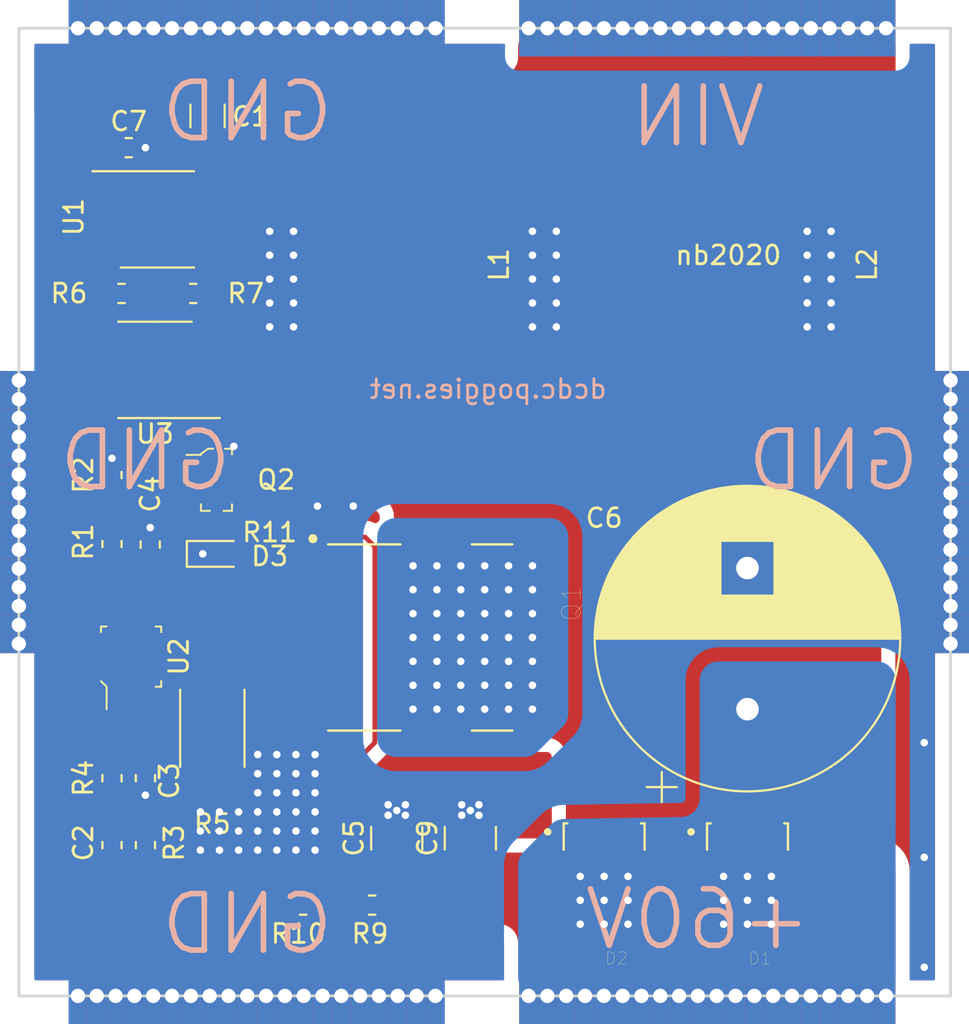
<source format=kicad_pcb>
(kicad_pcb (version 20171130) (host pcbnew "(5.1.5)-3")

  (general
    (thickness 1.6)
    (drawings 12)
    (tracks 277)
    (zones 0)
    (modules 34)
    (nets 22)
  )

  (page A4)
  (layers
    (0 F.Cu signal)
    (31 B.Cu signal)
    (32 B.Adhes user)
    (33 F.Adhes user)
    (34 B.Paste user)
    (35 F.Paste user)
    (36 B.SilkS user)
    (37 F.SilkS user)
    (38 B.Mask user)
    (39 F.Mask user)
    (40 Dwgs.User user)
    (41 Cmts.User user)
    (42 Eco1.User user)
    (43 Eco2.User user)
    (44 Edge.Cuts user)
    (45 Margin user)
    (46 B.CrtYd user)
    (47 F.CrtYd user)
    (48 B.Fab user hide)
    (49 F.Fab user hide)
  )

  (setup
    (last_trace_width 0.25)
    (user_trace_width 0.5)
    (user_trace_width 0.75)
    (user_trace_width 1.25)
    (user_trace_width 1.5)
    (user_trace_width 2)
    (trace_clearance 0.2)
    (zone_clearance 0.75)
    (zone_45_only no)
    (trace_min 0.2)
    (via_size 0.8)
    (via_drill 0.4)
    (via_min_size 0.4)
    (via_min_drill 0.3)
    (uvia_size 0.3)
    (uvia_drill 0.1)
    (uvias_allowed no)
    (uvia_min_size 0.2)
    (uvia_min_drill 0.1)
    (edge_width 0.05)
    (segment_width 0.2)
    (pcb_text_width 0.3)
    (pcb_text_size 1.5 1.5)
    (mod_edge_width 0.12)
    (mod_text_size 1 1)
    (mod_text_width 0.15)
    (pad_size 1.05 0.95)
    (pad_drill 0)
    (pad_to_mask_clearance 0.051)
    (solder_mask_min_width 0.25)
    (aux_axis_origin 0 0)
    (visible_elements 7FFFFFFF)
    (pcbplotparams
      (layerselection 0x010fc_ffffffff)
      (usegerberextensions false)
      (usegerberattributes false)
      (usegerberadvancedattributes false)
      (creategerberjobfile false)
      (excludeedgelayer true)
      (linewidth 0.100000)
      (plotframeref false)
      (viasonmask false)
      (mode 1)
      (useauxorigin false)
      (hpglpennumber 1)
      (hpglpenspeed 20)
      (hpglpendiameter 15.000000)
      (psnegative false)
      (psa4output false)
      (plotreference true)
      (plotvalue true)
      (plotinvisibletext false)
      (padsonsilk false)
      (subtractmaskfromsilk false)
      (outputformat 1)
      (mirror false)
      (drillshape 1)
      (scaleselection 1)
      (outputdirectory ""))
  )

  (net 0 "")
  (net 1 GND)
  (net 2 VIN)
  (net 3 "Net-(C2-Pad1)")
  (net 4 "Net-(C3-Pad1)")
  (net 5 "Net-(C4-Pad1)")
  (net 6 VOUT)
  (net 7 "Net-(D1-Pad1)")
  (net 8 "Net-(Q1-Pad2)")
  (net 9 "Net-(Q1-Pad1)")
  (net 10 "Net-(Q2-Pad1)")
  (net 11 PWRGOOD)
  (net 12 +5V)
  (net 13 "Net-(R1-Pad2)")
  (net 14 "Net-(R3-Pad1)")
  (net 15 "Net-(R4-Pad1)")
  (net 16 "Net-(R6-Pad2)")
  (net 17 FB)
  (net 18 "Net-(U1-Pad5)")
  (net 19 "Net-(U1-Pad4)")
  (net 20 "Net-(U3-Pad5)")
  (net 21 "Net-(D3-Pad2)")

  (net_class Default "This is the default net class."
    (clearance 0.2)
    (trace_width 0.25)
    (via_dia 0.8)
    (via_drill 0.4)
    (uvia_dia 0.3)
    (uvia_drill 0.1)
    (add_net +5V)
    (add_net FB)
    (add_net GND)
    (add_net "Net-(C2-Pad1)")
    (add_net "Net-(C3-Pad1)")
    (add_net "Net-(C4-Pad1)")
    (add_net "Net-(D1-Pad1)")
    (add_net "Net-(D3-Pad2)")
    (add_net "Net-(Q1-Pad1)")
    (add_net "Net-(Q1-Pad2)")
    (add_net "Net-(Q2-Pad1)")
    (add_net "Net-(R1-Pad2)")
    (add_net "Net-(R3-Pad1)")
    (add_net "Net-(R4-Pad1)")
    (add_net "Net-(R6-Pad2)")
    (add_net "Net-(U1-Pad4)")
    (add_net "Net-(U1-Pad5)")
    (add_net "Net-(U3-Pad5)")
    (add_net PWRGOOD)
    (add_net VIN)
    (add_net VOUT)
  )

  (module digikey-footprints:MOSFET_FDBL86361-F085 (layer F.Cu) (tedit 5EE98609) (tstamp 5EEFB5A7)
    (at 143.428 105.664 270)
    (path /5EEEC75E)
    (fp_text reference Q1 (at -1.82829 -7.74891 90) (layer F.SilkS)
      (effects (font (size 1.001795 1.001795) (thickness 0.015)))
    )
    (fp_text value FDBL86361-F085 (at 8.344795 7.673975 90) (layer F.Fab)
      (effects (font (size 1.001173 1.001173) (thickness 0.015)))
    )
    (fp_poly (pts (xy -2.81126 -5.15) (xy 2.81 -5.15) (xy 2.81 -0.030014) (xy -2.81126 -0.030014)) (layer F.Paste) (width 0.01))
    (fp_line (start -5.35 6.89) (end -5.35 -6.89) (layer F.CrtYd) (width 0.05))
    (fp_line (start 5.35 6.89) (end -5.35 6.89) (layer F.CrtYd) (width 0.05))
    (fp_line (start 5.35 -6.89) (end 5.35 6.89) (layer F.CrtYd) (width 0.05))
    (fp_line (start -5.35 -6.89) (end 5.35 -6.89) (layer F.CrtYd) (width 0.05))
    (fp_circle (center -5.25 6) (end -5.13 6) (layer F.Fab) (width 0.24))
    (fp_circle (center -5.25 6) (end -5.13 6) (layer F.SilkS) (width 0.24))
    (fp_line (start 4.95 -2.45) (end 4.95 -4.6) (layer F.SilkS) (width 0.127))
    (fp_line (start -4.95 -2.45) (end -4.95 -4.6) (layer F.SilkS) (width 0.127))
    (fp_line (start 4.95 1.35) (end 4.95 5.19) (layer F.SilkS) (width 0.127))
    (fp_line (start -4.95 1.35) (end -4.95 5.19) (layer F.SilkS) (width 0.127))
    (fp_line (start -4.95 5.19) (end -4.95 -5.19) (layer F.Fab) (width 0.127))
    (fp_line (start 4.95 5.19) (end -4.95 5.19) (layer F.Fab) (width 0.127))
    (fp_line (start 4.95 -5.19) (end 4.95 5.19) (layer F.Fab) (width 0.127))
    (fp_line (start -4.95 -5.19) (end 4.95 -5.19) (layer F.Fab) (width 0.127))
    (pad 9_4 smd rect (at 0 1.16 270) (size 8.9 0.6) (layers F.Cu F.Mask)
      (net 7 "Net-(D1-Pad1)"))
    (pad 9_3 smd rect (at 0 -0.59 270) (size 10.2 2.9) (layers F.Cu F.Mask)
      (net 7 "Net-(D1-Pad1)"))
    (pad 9_2 smd rect (at 0 -3.515 270) (size 8.9 2.95) (layers F.Cu F.Mask)
      (net 7 "Net-(D1-Pad1)"))
    (pad 9_1 smd rect (at 0 -5.815 270) (size 10.2 1.65) (layers F.Cu F.Mask)
      (net 7 "Net-(D1-Pad1)"))
    (pad 8 smd rect (at 4.2 5.24 270) (size 0.8 2.8) (layers F.Cu F.Paste F.Mask)
      (net 8 "Net-(Q1-Pad2)"))
    (pad 7 smd rect (at 3 5.24 270) (size 0.8 2.8) (layers F.Cu F.Paste F.Mask)
      (net 8 "Net-(Q1-Pad2)"))
    (pad 6 smd rect (at 1.8 5.24 270) (size 0.8 2.8) (layers F.Cu F.Paste F.Mask)
      (net 8 "Net-(Q1-Pad2)"))
    (pad 5 smd rect (at 0.6 5.24 270) (size 0.8 2.8) (layers F.Cu F.Paste F.Mask)
      (net 8 "Net-(Q1-Pad2)"))
    (pad 4 smd rect (at -0.6 5.24 270) (size 0.8 2.8) (layers F.Cu F.Paste F.Mask)
      (net 8 "Net-(Q1-Pad2)"))
    (pad 3 smd rect (at -1.8 5.24 270) (size 0.8 2.8) (layers F.Cu F.Paste F.Mask)
      (net 8 "Net-(Q1-Pad2)"))
    (pad 2 smd rect (at -3 5.24 270) (size 0.8 2.8) (layers F.Cu F.Paste F.Mask)
      (net 8 "Net-(Q1-Pad2)"))
    (pad 1 smd rect (at -4.2 5.24 270) (size 0.8 2.8) (layers F.Cu F.Paste F.Mask)
      (net 9 "Net-(Q1-Pad1)"))
  )

  (module Capacitor_SMD:C_1210_3225Metric_Pad1.42x2.65mm_HandSolder (layer F.Cu) (tedit 5B301BBE) (tstamp 5EEFB541)
    (at 145.796 116.332 90)
    (descr "Capacitor SMD 1210 (3225 Metric), square (rectangular) end terminal, IPC_7351 nominal with elongated pad for handsoldering. (Body size source: http://www.tortai-tech.com/upload/download/2011102023233369053.pdf), generated with kicad-footprint-generator")
    (tags "capacitor handsolder")
    (path /5F1180A7)
    (attr smd)
    (fp_text reference C9 (at 0 -2.28 90) (layer F.SilkS)
      (effects (font (size 1 1) (thickness 0.15)))
    )
    (fp_text value 10uF (at 0 2.28 90) (layer F.Fab)
      (effects (font (size 1 1) (thickness 0.15)))
    )
    (fp_text user %R (at 0 0 90) (layer F.Fab)
      (effects (font (size 0.8 0.8) (thickness 0.12)))
    )
    (fp_line (start 2.45 1.58) (end -2.45 1.58) (layer F.CrtYd) (width 0.05))
    (fp_line (start 2.45 -1.58) (end 2.45 1.58) (layer F.CrtYd) (width 0.05))
    (fp_line (start -2.45 -1.58) (end 2.45 -1.58) (layer F.CrtYd) (width 0.05))
    (fp_line (start -2.45 1.58) (end -2.45 -1.58) (layer F.CrtYd) (width 0.05))
    (fp_line (start -0.602064 1.36) (end 0.602064 1.36) (layer F.SilkS) (width 0.12))
    (fp_line (start -0.602064 -1.36) (end 0.602064 -1.36) (layer F.SilkS) (width 0.12))
    (fp_line (start 1.6 1.25) (end -1.6 1.25) (layer F.Fab) (width 0.1))
    (fp_line (start 1.6 -1.25) (end 1.6 1.25) (layer F.Fab) (width 0.1))
    (fp_line (start -1.6 -1.25) (end 1.6 -1.25) (layer F.Fab) (width 0.1))
    (fp_line (start -1.6 1.25) (end -1.6 -1.25) (layer F.Fab) (width 0.1))
    (pad 2 smd roundrect (at 1.4875 0 90) (size 1.425 2.65) (layers F.Cu F.Paste F.Mask) (roundrect_rratio 0.175439)
      (net 1 GND))
    (pad 1 smd roundrect (at -1.4875 0 90) (size 1.425 2.65) (layers F.Cu F.Paste F.Mask) (roundrect_rratio 0.175439)
      (net 6 VOUT))
    (model ${KISYS3DMOD}/Capacitor_SMD.3dshapes/C_1210_3225Metric.wrl
      (at (xyz 0 0 0))
      (scale (xyz 1 1 1))
      (rotate (xyz 0 0 0))
    )
  )

  (module Capacitor_SMD:C_1210_3225Metric_Pad1.42x2.65mm_HandSolder (layer F.Cu) (tedit 5B301BBE) (tstamp 5EEFB2DD)
    (at 141.8844 116.332 90)
    (descr "Capacitor SMD 1210 (3225 Metric), square (rectangular) end terminal, IPC_7351 nominal with elongated pad for handsoldering. (Body size source: http://www.tortai-tech.com/upload/download/2011102023233369053.pdf), generated with kicad-footprint-generator")
    (tags "capacitor handsolder")
    (path /5EE926C3)
    (attr smd)
    (fp_text reference C5 (at 0 -2.28 90) (layer F.SilkS)
      (effects (font (size 1 1) (thickness 0.15)))
    )
    (fp_text value 10uF (at 0 2.28 90) (layer F.Fab)
      (effects (font (size 1 1) (thickness 0.15)))
    )
    (fp_text user %R (at 0 0 90) (layer F.Fab)
      (effects (font (size 0.8 0.8) (thickness 0.12)))
    )
    (fp_line (start 2.45 1.58) (end -2.45 1.58) (layer F.CrtYd) (width 0.05))
    (fp_line (start 2.45 -1.58) (end 2.45 1.58) (layer F.CrtYd) (width 0.05))
    (fp_line (start -2.45 -1.58) (end 2.45 -1.58) (layer F.CrtYd) (width 0.05))
    (fp_line (start -2.45 1.58) (end -2.45 -1.58) (layer F.CrtYd) (width 0.05))
    (fp_line (start -0.602064 1.36) (end 0.602064 1.36) (layer F.SilkS) (width 0.12))
    (fp_line (start -0.602064 -1.36) (end 0.602064 -1.36) (layer F.SilkS) (width 0.12))
    (fp_line (start 1.6 1.25) (end -1.6 1.25) (layer F.Fab) (width 0.1))
    (fp_line (start 1.6 -1.25) (end 1.6 1.25) (layer F.Fab) (width 0.1))
    (fp_line (start -1.6 -1.25) (end 1.6 -1.25) (layer F.Fab) (width 0.1))
    (fp_line (start -1.6 1.25) (end -1.6 -1.25) (layer F.Fab) (width 0.1))
    (pad 2 smd roundrect (at 1.4875 0 90) (size 1.425 2.65) (layers F.Cu F.Paste F.Mask) (roundrect_rratio 0.175439)
      (net 1 GND))
    (pad 1 smd roundrect (at -1.4875 0 90) (size 1.425 2.65) (layers F.Cu F.Paste F.Mask) (roundrect_rratio 0.175439)
      (net 6 VOUT))
    (model ${KISYS3DMOD}/Capacitor_SMD.3dshapes/C_1210_3225Metric.wrl
      (at (xyz 0 0 0))
      (scale (xyz 1 1 1))
      (rotate (xyz 0 0 0))
    )
  )

  (module Resistor_SMD:R_0402_1005Metric (layer F.Cu) (tedit 5B301BBD) (tstamp 5F093C12)
    (at 132.438 99.949 180)
    (descr "Resistor SMD 0402 (1005 Metric), square (rectangular) end terminal, IPC_7351 nominal, (Body size source: http://www.tortai-tech.com/upload/download/2011102023233369053.pdf), generated with kicad-footprint-generator")
    (tags resistor)
    (path /5F21FBB9)
    (attr smd)
    (fp_text reference R11 (at -2.69 -0.127) (layer F.SilkS)
      (effects (font (size 1 1) (thickness 0.15)))
    )
    (fp_text value 150R (at -3.325 0) (layer F.Fab)
      (effects (font (size 1 1) (thickness 0.15)))
    )
    (fp_text user %R (at 0 0) (layer F.Fab)
      (effects (font (size 0.25 0.25) (thickness 0.04)))
    )
    (fp_line (start 0.93 0.47) (end -0.93 0.47) (layer F.CrtYd) (width 0.05))
    (fp_line (start 0.93 -0.47) (end 0.93 0.47) (layer F.CrtYd) (width 0.05))
    (fp_line (start -0.93 -0.47) (end 0.93 -0.47) (layer F.CrtYd) (width 0.05))
    (fp_line (start -0.93 0.47) (end -0.93 -0.47) (layer F.CrtYd) (width 0.05))
    (fp_line (start 0.5 0.25) (end -0.5 0.25) (layer F.Fab) (width 0.1))
    (fp_line (start 0.5 -0.25) (end 0.5 0.25) (layer F.Fab) (width 0.1))
    (fp_line (start -0.5 -0.25) (end 0.5 -0.25) (layer F.Fab) (width 0.1))
    (fp_line (start -0.5 0.25) (end -0.5 -0.25) (layer F.Fab) (width 0.1))
    (pad 2 smd roundrect (at 0.485 0 180) (size 0.59 0.64) (layers F.Cu F.Paste F.Mask) (roundrect_rratio 0.25)
      (net 11 PWRGOOD))
    (pad 1 smd roundrect (at -0.485 0 180) (size 0.59 0.64) (layers F.Cu F.Paste F.Mask) (roundrect_rratio 0.25)
      (net 21 "Net-(D3-Pad2)"))
    (model ${KISYS3DMOD}/Resistor_SMD.3dshapes/R_0402_1005Metric.wrl
      (at (xyz 0 0 0))
      (scale (xyz 1 1 1))
      (rotate (xyz 0 0 0))
    )
  )

  (module LED_SMD:LED_0603_1608Metric_Castellated (layer F.Cu) (tedit 5B301BBE) (tstamp 5F09395D)
    (at 132.4105 101.219)
    (descr "LED SMD 0603 (1608 Metric), castellated end terminal, IPC_7351 nominal, (Body size source: http://www.tortai-tech.com/upload/download/2011102023233369053.pdf), generated with kicad-footprint-generator")
    (tags "LED castellated")
    (path /5F220957)
    (attr smd)
    (fp_text reference D3 (at 2.7175 0.127) (layer F.SilkS)
      (effects (font (size 1 1) (thickness 0.15)))
    )
    (fp_text value LED (at 0.1775 1.905) (layer F.Fab) hide
      (effects (font (size 1 1) (thickness 0.15)))
    )
    (fp_text user %R (at 0 0) (layer F.Fab)
      (effects (font (size 0.4 0.4) (thickness 0.06)))
    )
    (fp_line (start 1.68 0.68) (end -1.68 0.68) (layer F.CrtYd) (width 0.05))
    (fp_line (start 1.68 -0.68) (end 1.68 0.68) (layer F.CrtYd) (width 0.05))
    (fp_line (start -1.68 -0.68) (end 1.68 -0.68) (layer F.CrtYd) (width 0.05))
    (fp_line (start -1.68 0.68) (end -1.68 -0.68) (layer F.CrtYd) (width 0.05))
    (fp_line (start -1.685 0.685) (end 0.8 0.685) (layer F.SilkS) (width 0.12))
    (fp_line (start -1.685 -0.685) (end -1.685 0.685) (layer F.SilkS) (width 0.12))
    (fp_line (start 0.8 -0.685) (end -1.685 -0.685) (layer F.SilkS) (width 0.12))
    (fp_line (start 0.8 0.4) (end 0.8 -0.4) (layer F.Fab) (width 0.1))
    (fp_line (start -0.8 0.4) (end 0.8 0.4) (layer F.Fab) (width 0.1))
    (fp_line (start -0.8 -0.1) (end -0.8 0.4) (layer F.Fab) (width 0.1))
    (fp_line (start -0.5 -0.4) (end -0.8 -0.1) (layer F.Fab) (width 0.1))
    (fp_line (start 0.8 -0.4) (end -0.5 -0.4) (layer F.Fab) (width 0.1))
    (pad 2 smd roundrect (at 0.8125 0) (size 1.225 0.85) (layers F.Cu F.Paste F.Mask) (roundrect_rratio 0.25)
      (net 21 "Net-(D3-Pad2)"))
    (pad 1 smd roundrect (at -0.8125 0) (size 1.225 0.85) (layers F.Cu F.Paste F.Mask) (roundrect_rratio 0.25)
      (net 1 GND))
    (model ${KISYS3DMOD}/LED_SMD.3dshapes/LED_0603_1608Metric_Castellated.wrl
      (at (xyz 0 0 0))
      (scale (xyz 1 1 1))
      (rotate (xyz 0 0 0))
    )
  )

  (module "misc footprints:shortcastellated" (layer F.Cu) (tedit 5F07586C) (tstamp 5F09257D)
    (at 171.323 98.9965 270)
    (path /5F1F9074)
    (fp_text reference J6 (at 0 -3.39 90) (layer F.SilkS) hide
      (effects (font (size 1 1) (thickness 0.15)))
    )
    (fp_text value Conn_01x01_Female (at 0 -4.39 90) (layer F.Fab)
      (effects (font (size 1 1) (thickness 0.15)))
    )
    (pad 1 thru_hole rect (at -7 0 270) (size 1 2) (drill 0.762) (layers *.Cu *.Mask)
      (net 1 GND))
    (pad 1 thru_hole rect (at -6 0 270) (size 1 2) (drill 0.762) (layers *.Cu *.Mask)
      (net 1 GND))
    (pad 1 thru_hole rect (at -5 0 270) (size 1 2) (drill 0.762) (layers *.Cu *.Mask)
      (net 1 GND))
    (pad 1 thru_hole rect (at -4 0 270) (size 1 2) (drill 0.762) (layers *.Cu *.Mask)
      (net 1 GND))
    (pad 1 thru_hole rect (at -3 0 270) (size 1 2) (drill 0.762) (layers *.Cu *.Mask)
      (net 1 GND))
    (pad 1 thru_hole rect (at 2 0 270) (size 1 2) (drill 0.762) (layers *.Cu *.Mask)
      (net 1 GND))
    (pad 1 thru_hole rect (at 1 0 270) (size 1 2) (drill 0.762) (layers *.Cu *.Mask)
      (net 1 GND))
    (pad 1 thru_hole rect (at 0 0 270) (size 1 2) (drill 0.762) (layers *.Cu *.Mask)
      (net 1 GND))
    (pad 1 thru_hole rect (at -1 0 270) (size 1 2) (drill 0.762) (layers *.Cu *.Mask)
      (net 1 GND))
    (pad 1 thru_hole rect (at -2 0 270) (size 1 2) (drill 0.762) (layers *.Cu *.Mask)
      (net 1 GND))
    (pad 1 thru_hole rect (at 7 0 270) (size 1 2) (drill 0.762) (layers *.Cu *.Mask)
      (net 1 GND))
    (pad 1 thru_hole rect (at 6 0 270) (size 1 2) (drill 0.762) (layers *.Cu *.Mask)
      (net 1 GND))
    (pad 1 thru_hole rect (at 5 0 270) (size 1 2) (drill 0.762) (layers *.Cu *.Mask)
      (net 1 GND))
    (pad 1 thru_hole rect (at 4 0 270) (size 1 2) (drill 0.762) (layers *.Cu *.Mask)
      (net 1 GND))
    (pad 1 thru_hole rect (at 3 0 270) (size 1 2) (drill 0.762) (layers *.Cu *.Mask)
      (net 1 GND))
  )

  (module "misc footprints:shortcastellated" (layer F.Cu) (tedit 5F07586C) (tstamp 5F09256A)
    (at 121.793 98.9965 90)
    (path /5F1F906E)
    (fp_text reference J5 (at 0 -3.39 90) (layer F.SilkS) hide
      (effects (font (size 1 1) (thickness 0.15)))
    )
    (fp_text value Conn_01x01_Female (at 0 -4.39 90) (layer F.Fab)
      (effects (font (size 1 1) (thickness 0.15)))
    )
    (pad 1 thru_hole rect (at -7 0 90) (size 1 2) (drill 0.762) (layers *.Cu *.Mask)
      (net 1 GND))
    (pad 1 thru_hole rect (at -6 0 90) (size 1 2) (drill 0.762) (layers *.Cu *.Mask)
      (net 1 GND))
    (pad 1 thru_hole rect (at -5 0 90) (size 1 2) (drill 0.762) (layers *.Cu *.Mask)
      (net 1 GND))
    (pad 1 thru_hole rect (at -4 0 90) (size 1 2) (drill 0.762) (layers *.Cu *.Mask)
      (net 1 GND))
    (pad 1 thru_hole rect (at -3 0 90) (size 1 2) (drill 0.762) (layers *.Cu *.Mask)
      (net 1 GND))
    (pad 1 thru_hole rect (at 2 0 90) (size 1 2) (drill 0.762) (layers *.Cu *.Mask)
      (net 1 GND))
    (pad 1 thru_hole rect (at 1 0 90) (size 1 2) (drill 0.762) (layers *.Cu *.Mask)
      (net 1 GND))
    (pad 1 thru_hole rect (at 0 0 90) (size 1 2) (drill 0.762) (layers *.Cu *.Mask)
      (net 1 GND))
    (pad 1 thru_hole rect (at -1 0 90) (size 1 2) (drill 0.762) (layers *.Cu *.Mask)
      (net 1 GND))
    (pad 1 thru_hole rect (at -2 0 90) (size 1 2) (drill 0.762) (layers *.Cu *.Mask)
      (net 1 GND))
    (pad 1 thru_hole rect (at 7 0 90) (size 1 2) (drill 0.762) (layers *.Cu *.Mask)
      (net 1 GND))
    (pad 1 thru_hole rect (at 6 0 90) (size 1 2) (drill 0.762) (layers *.Cu *.Mask)
      (net 1 GND))
    (pad 1 thru_hole rect (at 5 0 90) (size 1 2) (drill 0.762) (layers *.Cu *.Mask)
      (net 1 GND))
    (pad 1 thru_hole rect (at 4 0 90) (size 1 2) (drill 0.762) (layers *.Cu *.Mask)
      (net 1 GND))
    (pad 1 thru_hole rect (at 3 0 90) (size 1 2) (drill 0.762) (layers *.Cu *.Mask)
      (net 1 GND))
  )

  (module "misc footprints:castellated edge 20mm" (layer F.Cu) (tedit 5F075136) (tstamp 5F08A905)
    (at 157.893 124.714)
    (path /5F19E2B4)
    (fp_text reference J4 (at 0 -3.39) (layer F.SilkS) hide
      (effects (font (size 1 1) (thickness 0.15)))
    )
    (fp_text value Conn_01x01_Female (at 0 -4.39) (layer F.Fab)
      (effects (font (size 1 1) (thickness 0.15)))
    )
    (pad 1 thru_hole rect (at 10 0) (size 1 3) (drill 0.762) (layers *.Cu *.Mask)
      (net 6 VOUT))
    (pad 1 thru_hole rect (at 9 0) (size 1 3) (drill 0.762) (layers *.Cu *.Mask)
      (net 6 VOUT))
    (pad 1 thru_hole rect (at 8 0) (size 1 3) (drill 0.762) (layers *.Cu *.Mask)
      (net 6 VOUT))
    (pad 1 thru_hole rect (at 7 0) (size 1 3) (drill 0.762) (layers *.Cu *.Mask)
      (net 6 VOUT))
    (pad 1 thru_hole rect (at 6 0) (size 1 3) (drill 0.762) (layers *.Cu *.Mask)
      (net 6 VOUT))
    (pad 1 thru_hole rect (at 5 0) (size 1 3) (drill 0.762) (layers *.Cu *.Mask)
      (net 6 VOUT))
    (pad 1 thru_hole rect (at 4 0) (size 1 3) (drill 0.762) (layers *.Cu *.Mask)
      (net 6 VOUT))
    (pad 1 thru_hole rect (at 3 0) (size 1 3) (drill 0.762) (layers *.Cu *.Mask)
      (net 6 VOUT))
    (pad 1 thru_hole rect (at 2 0) (size 1 3) (drill 0.762) (layers *.Cu *.Mask)
      (net 6 VOUT))
    (pad 1 thru_hole rect (at 1 0) (size 1 3) (drill 0.762) (layers *.Cu *.Mask)
      (net 6 VOUT))
    (pad 1 thru_hole rect (at 0 0) (size 1 3) (drill 0.762) (layers *.Cu *.Mask)
      (net 6 VOUT))
    (pad 1 thru_hole rect (at -1 0) (size 1 3) (drill 0.762) (layers *.Cu *.Mask)
      (net 6 VOUT))
    (pad 1 thru_hole rect (at -2 0) (size 1 3) (drill 0.762) (layers *.Cu *.Mask)
      (net 6 VOUT))
    (pad 1 thru_hole rect (at -3 0) (size 1 3) (drill 0.762) (layers *.Cu *.Mask)
      (net 6 VOUT))
    (pad 1 thru_hole rect (at -4 0) (size 1 3) (drill 0.762) (layers *.Cu *.Mask)
      (net 6 VOUT))
    (pad 1 thru_hole rect (at -5 0) (size 1 3) (drill 0.762) (layers *.Cu *.Mask)
      (net 6 VOUT))
    (pad 1 thru_hole rect (at -6 0) (size 1 3) (drill 0.762) (layers *.Cu *.Mask)
      (net 6 VOUT))
    (pad 1 thru_hole rect (at -7 0) (size 1 3) (drill 0.762) (layers *.Cu *.Mask)
      (net 6 VOUT))
    (pad 1 thru_hole rect (at -8 0) (size 1 3) (drill 0.762) (layers *.Cu *.Mask)
      (net 6 VOUT))
    (pad 1 thru_hole rect (at -9 0) (size 1 3) (drill 0.762) (layers *.Cu *.Mask)
      (net 6 VOUT))
  )

  (module "misc footprints:castellated edge 20mm" (layer F.Cu) (tedit 5F075136) (tstamp 5F08A8ED)
    (at 133.938 124.714)
    (path /5F17A500)
    (fp_text reference J3 (at 0 -3.39) (layer F.SilkS) hide
      (effects (font (size 1 1) (thickness 0.15)))
    )
    (fp_text value Conn_01x01_Female (at 0 -4.39) (layer F.Fab)
      (effects (font (size 1 1) (thickness 0.15)))
    )
    (pad 1 thru_hole rect (at 10 0) (size 1 3) (drill 0.762) (layers *.Cu *.Mask)
      (net 1 GND))
    (pad 1 thru_hole rect (at 9 0) (size 1 3) (drill 0.762) (layers *.Cu *.Mask)
      (net 1 GND))
    (pad 1 thru_hole rect (at 8 0) (size 1 3) (drill 0.762) (layers *.Cu *.Mask)
      (net 1 GND))
    (pad 1 thru_hole rect (at 7 0) (size 1 3) (drill 0.762) (layers *.Cu *.Mask)
      (net 1 GND))
    (pad 1 thru_hole rect (at 6 0) (size 1 3) (drill 0.762) (layers *.Cu *.Mask)
      (net 1 GND))
    (pad 1 thru_hole rect (at 5 0) (size 1 3) (drill 0.762) (layers *.Cu *.Mask)
      (net 1 GND))
    (pad 1 thru_hole rect (at 4 0) (size 1 3) (drill 0.762) (layers *.Cu *.Mask)
      (net 1 GND))
    (pad 1 thru_hole rect (at 3 0) (size 1 3) (drill 0.762) (layers *.Cu *.Mask)
      (net 1 GND))
    (pad 1 thru_hole rect (at 2 0) (size 1 3) (drill 0.762) (layers *.Cu *.Mask)
      (net 1 GND))
    (pad 1 thru_hole rect (at 1 0) (size 1 3) (drill 0.762) (layers *.Cu *.Mask)
      (net 1 GND))
    (pad 1 thru_hole rect (at 0 0) (size 1 3) (drill 0.762) (layers *.Cu *.Mask)
      (net 1 GND))
    (pad 1 thru_hole rect (at -1 0) (size 1 3) (drill 0.762) (layers *.Cu *.Mask)
      (net 1 GND))
    (pad 1 thru_hole rect (at -2 0) (size 1 3) (drill 0.762) (layers *.Cu *.Mask)
      (net 1 GND))
    (pad 1 thru_hole rect (at -3 0) (size 1 3) (drill 0.762) (layers *.Cu *.Mask)
      (net 1 GND))
    (pad 1 thru_hole rect (at -4 0) (size 1 3) (drill 0.762) (layers *.Cu *.Mask)
      (net 1 GND))
    (pad 1 thru_hole rect (at -5 0) (size 1 3) (drill 0.762) (layers *.Cu *.Mask)
      (net 1 GND))
    (pad 1 thru_hole rect (at -6 0) (size 1 3) (drill 0.762) (layers *.Cu *.Mask)
      (net 1 GND))
    (pad 1 thru_hole rect (at -7 0) (size 1 3) (drill 0.762) (layers *.Cu *.Mask)
      (net 1 GND))
    (pad 1 thru_hole rect (at -8 0) (size 1 3) (drill 0.762) (layers *.Cu *.Mask)
      (net 1 GND))
    (pad 1 thru_hole rect (at -9 0) (size 1 3) (drill 0.762) (layers *.Cu *.Mask)
      (net 1 GND))
  )

  (module "misc footprints:castellated edge 20mm" (layer F.Cu) (tedit 5F075136) (tstamp 5F08A8D5)
    (at 133.938 73.279)
    (path /5F177E25)
    (fp_text reference J2 (at 0 -3.39) (layer F.SilkS) hide
      (effects (font (size 1 1) (thickness 0.15)))
    )
    (fp_text value Conn_01x01_Female (at 0 -4.39) (layer F.Fab)
      (effects (font (size 1 1) (thickness 0.15)))
    )
    (pad 1 thru_hole rect (at 10 0) (size 1 3) (drill 0.762) (layers *.Cu *.Mask)
      (net 1 GND))
    (pad 1 thru_hole rect (at 9 0) (size 1 3) (drill 0.762) (layers *.Cu *.Mask)
      (net 1 GND))
    (pad 1 thru_hole rect (at 8 0) (size 1 3) (drill 0.762) (layers *.Cu *.Mask)
      (net 1 GND))
    (pad 1 thru_hole rect (at 7 0) (size 1 3) (drill 0.762) (layers *.Cu *.Mask)
      (net 1 GND))
    (pad 1 thru_hole rect (at 6 0) (size 1 3) (drill 0.762) (layers *.Cu *.Mask)
      (net 1 GND))
    (pad 1 thru_hole rect (at 5 0) (size 1 3) (drill 0.762) (layers *.Cu *.Mask)
      (net 1 GND))
    (pad 1 thru_hole rect (at 4 0) (size 1 3) (drill 0.762) (layers *.Cu *.Mask)
      (net 1 GND))
    (pad 1 thru_hole rect (at 3 0) (size 1 3) (drill 0.762) (layers *.Cu *.Mask)
      (net 1 GND))
    (pad 1 thru_hole rect (at 2 0) (size 1 3) (drill 0.762) (layers *.Cu *.Mask)
      (net 1 GND))
    (pad 1 thru_hole rect (at 1 0) (size 1 3) (drill 0.762) (layers *.Cu *.Mask)
      (net 1 GND))
    (pad 1 thru_hole rect (at 0 0) (size 1 3) (drill 0.762) (layers *.Cu *.Mask)
      (net 1 GND))
    (pad 1 thru_hole rect (at -1 0) (size 1 3) (drill 0.762) (layers *.Cu *.Mask)
      (net 1 GND))
    (pad 1 thru_hole rect (at -2 0) (size 1 3) (drill 0.762) (layers *.Cu *.Mask)
      (net 1 GND))
    (pad 1 thru_hole rect (at -3 0) (size 1 3) (drill 0.762) (layers *.Cu *.Mask)
      (net 1 GND))
    (pad 1 thru_hole rect (at -4 0) (size 1 3) (drill 0.762) (layers *.Cu *.Mask)
      (net 1 GND))
    (pad 1 thru_hole rect (at -5 0) (size 1 3) (drill 0.762) (layers *.Cu *.Mask)
      (net 1 GND))
    (pad 1 thru_hole rect (at -6 0) (size 1 3) (drill 0.762) (layers *.Cu *.Mask)
      (net 1 GND))
    (pad 1 thru_hole rect (at -7 0) (size 1 3) (drill 0.762) (layers *.Cu *.Mask)
      (net 1 GND))
    (pad 1 thru_hole rect (at -8 0) (size 1 3) (drill 0.762) (layers *.Cu *.Mask)
      (net 1 GND))
    (pad 1 thru_hole rect (at -9 0) (size 1 3) (drill 0.762) (layers *.Cu *.Mask)
      (net 1 GND))
  )

  (module "misc footprints:castellated edge 20mm" (layer F.Cu) (tedit 5F075136) (tstamp 5F08A8BD)
    (at 157.893 73.279)
    (path /5F199595)
    (fp_text reference J1 (at 0 -3.39) (layer F.SilkS) hide
      (effects (font (size 1 1) (thickness 0.15)))
    )
    (fp_text value Conn_01x01_Female (at 0 -4.39) (layer F.Fab)
      (effects (font (size 1 1) (thickness 0.15)))
    )
    (pad 1 thru_hole rect (at 10 0) (size 1 3) (drill 0.762) (layers *.Cu *.Mask)
      (net 2 VIN))
    (pad 1 thru_hole rect (at 9 0) (size 1 3) (drill 0.762) (layers *.Cu *.Mask)
      (net 2 VIN))
    (pad 1 thru_hole rect (at 8 0) (size 1 3) (drill 0.762) (layers *.Cu *.Mask)
      (net 2 VIN))
    (pad 1 thru_hole rect (at 7 0) (size 1 3) (drill 0.762) (layers *.Cu *.Mask)
      (net 2 VIN))
    (pad 1 thru_hole rect (at 6 0) (size 1 3) (drill 0.762) (layers *.Cu *.Mask)
      (net 2 VIN))
    (pad 1 thru_hole rect (at 5 0) (size 1 3) (drill 0.762) (layers *.Cu *.Mask)
      (net 2 VIN))
    (pad 1 thru_hole rect (at 4 0) (size 1 3) (drill 0.762) (layers *.Cu *.Mask)
      (net 2 VIN))
    (pad 1 thru_hole rect (at 3 0) (size 1 3) (drill 0.762) (layers *.Cu *.Mask)
      (net 2 VIN))
    (pad 1 thru_hole rect (at 2 0) (size 1 3) (drill 0.762) (layers *.Cu *.Mask)
      (net 2 VIN))
    (pad 1 thru_hole rect (at 1 0) (size 1 3) (drill 0.762) (layers *.Cu *.Mask)
      (net 2 VIN))
    (pad 1 thru_hole rect (at 0 0) (size 1 3) (drill 0.762) (layers *.Cu *.Mask)
      (net 2 VIN))
    (pad 1 thru_hole rect (at -1 0) (size 1 3) (drill 0.762) (layers *.Cu *.Mask)
      (net 2 VIN))
    (pad 1 thru_hole rect (at -2 0) (size 1 3) (drill 0.762) (layers *.Cu *.Mask)
      (net 2 VIN))
    (pad 1 thru_hole rect (at -3 0) (size 1 3) (drill 0.762) (layers *.Cu *.Mask)
      (net 2 VIN))
    (pad 1 thru_hole rect (at -4 0) (size 1 3) (drill 0.762) (layers *.Cu *.Mask)
      (net 2 VIN))
    (pad 1 thru_hole rect (at -5 0) (size 1 3) (drill 0.762) (layers *.Cu *.Mask)
      (net 2 VIN))
    (pad 1 thru_hole rect (at -6 0) (size 1 3) (drill 0.762) (layers *.Cu *.Mask)
      (net 2 VIN))
    (pad 1 thru_hole rect (at -7 0) (size 1 3) (drill 0.762) (layers *.Cu *.Mask)
      (net 2 VIN))
    (pad 1 thru_hole rect (at -8 0) (size 1 3) (drill 0.762) (layers *.Cu *.Mask)
      (net 2 VIN))
    (pad 1 thru_hole rect (at -9 0) (size 1 3) (drill 0.762) (layers *.Cu *.Mask)
      (net 2 VIN))
  )

  (module "misc footprints:IHLP6767GZER2R2M01" (layer F.Cu) (tedit 5F073713) (tstamp 5F082DCB)
    (at 161.036 85.852 270)
    (path /5EF08C14)
    (fp_text reference L2 (at 0 -5.85 90) (layer F.SilkS)
      (effects (font (size 1 1) (thickness 0.15)))
    )
    (fp_text value 2.2uH (at 0 -6.85 90) (layer F.Fab)
      (effects (font (size 1 1) (thickness 0.15)))
    )
    (fp_line (start -8.575 8.575) (end 8.575 8.575) (layer F.Fab) (width 0.12))
    (fp_line (start 8.575 -8.575) (end -8.575 -8.575) (layer F.Fab) (width 0.12))
    (fp_line (start 8.575 8.575) (end 8.575 -8.575) (layer F.Fab) (width 0.12))
    (fp_line (start -8.575 8.575) (end -8.575 -8.575) (layer F.Fab) (width 0.12))
    (pad 1 smd roundrect (at -8.1175 0 90) (size 3.825 12.32) (layers F.Cu F.Paste F.Mask) (roundrect_rratio 0.1)
      (net 2 VIN))
    (pad 2 smd roundrect (at 8.1175 0 270) (size 3.825 12.32) (layers F.Cu F.Paste F.Mask) (roundrect_rratio 0.1)
      (net 7 "Net-(D1-Pad1)"))
  )

  (module "misc footprints:IHLP6767GZER2R2M01" (layer F.Cu) (tedit 5F073713) (tstamp 5F082DC1)
    (at 143.002 85.852 270)
    (path /5EF100D5)
    (fp_text reference L1 (at 0 -4.318 90) (layer F.SilkS)
      (effects (font (size 1 1) (thickness 0.15)))
    )
    (fp_text value 2.2uH (at 0 -6.85 90) (layer F.Fab)
      (effects (font (size 1 1) (thickness 0.15)))
    )
    (fp_line (start -8.575 8.575) (end 8.575 8.575) (layer F.Fab) (width 0.12))
    (fp_line (start 8.575 -8.575) (end -8.575 -8.575) (layer F.Fab) (width 0.12))
    (fp_line (start 8.575 8.575) (end 8.575 -8.575) (layer F.Fab) (width 0.12))
    (fp_line (start -8.575 8.575) (end -8.575 -8.575) (layer F.Fab) (width 0.12))
    (pad 1 smd roundrect (at -8.1175 0 90) (size 3.825 12.32) (layers F.Cu F.Paste F.Mask) (roundrect_rratio 0.1)
      (net 2 VIN))
    (pad 2 smd roundrect (at 8.1175 0 270) (size 3.825 12.32) (layers F.Cu F.Paste F.Mask) (roundrect_rratio 0.1)
      (net 7 "Net-(D1-Pad1)"))
  )

  (module digikey-footprints:MSOP-10-1EP_W3mm (layer F.Cu) (tedit 5D289496) (tstamp 5EEFB697)
    (at 127.762 106.68)
    (path /5EE9052D)
    (attr smd)
    (fp_text reference U2 (at 2.54 0 270) (layer F.SilkS)
      (effects (font (size 1 1) (thickness 0.15)))
    )
    (fp_text value LT3757 (at -2.794 0 90) (layer F.Fab)
      (effects (font (size 1 1) (thickness 0.15)))
    )
    (fp_text user REF** (at 0 0) (layer F.Fab)
      (effects (font (size 0.5 0.5) (thickness 0.05)))
    )
    (fp_line (start -1.6 -1.3) (end -1.6 -1.6) (layer F.SilkS) (width 0.1))
    (fp_line (start -1.6 -1.6) (end -1.3 -1.6) (layer F.SilkS) (width 0.1))
    (fp_line (start 1.3 -1.6) (end 1.6 -1.6) (layer F.SilkS) (width 0.1))
    (fp_line (start 1.6 -1.6) (end 1.6 -1.3) (layer F.SilkS) (width 0.1))
    (fp_line (start 1.6 1.3) (end 1.6 1.6) (layer F.SilkS) (width 0.1))
    (fp_line (start 1.6 1.6) (end 1.3 1.6) (layer F.SilkS) (width 0.1))
    (fp_line (start -1.6 1.3) (end -1.3 1.6) (layer F.SilkS) (width 0.1))
    (fp_line (start -1.3 1.6) (end -1.3 2.8) (layer F.SilkS) (width 0.1))
    (fp_line (start 1.75 -3.18) (end 1.75 3.18) (layer F.CrtYd) (width 0.05))
    (fp_line (start -1.75 3.18) (end -1.75 -3.18) (layer F.CrtYd) (width 0.05))
    (fp_line (start -1.75 3.18) (end 1.75 3.18) (layer F.CrtYd) (width 0.05))
    (fp_line (start -1.75 -3.18) (end 1.75 -3.18) (layer F.CrtYd) (width 0.05))
    (fp_line (start -1.1 1.45) (end 1.45 1.45) (layer F.Fab) (width 0.1))
    (fp_line (start -1.45 -1.45) (end -1.45 1.1) (layer F.Fab) (width 0.1))
    (fp_line (start -1.45 1.1) (end -1.1 1.45) (layer F.Fab) (width 0.1))
    (fp_line (start -1.45 -1.45) (end 1.45 -1.45) (layer F.Fab) (width 0.1))
    (fp_line (start 1.45 -1.45) (end 1.45 1.45) (layer F.Fab) (width 0.1))
    (pad 1 smd rect (at -1 2.2) (size 0.3 1.45) (layers F.Cu F.Paste F.Mask)
      (net 15 "Net-(R4-Pad1)") (solder_mask_margin 0.05))
    (pad 6 smd rect (at 1 -2.2) (size 0.3 1.45) (layers F.Cu F.Paste F.Mask)
      (net 8 "Net-(Q1-Pad2)") (solder_mask_margin 0.05))
    (pad 2 smd rect (at -0.5 2.2) (size 0.3 1.45) (layers F.Cu F.Paste F.Mask)
      (net 17 FB) (solder_mask_margin 0.05))
    (pad 3 smd rect (at 0 2.2) (size 0.3 1.45) (layers F.Cu F.Paste F.Mask)
      (net 4 "Net-(C3-Pad1)") (solder_mask_margin 0.05))
    (pad 4 smd rect (at 0.5 2.2) (size 0.3 1.45) (layers F.Cu F.Paste F.Mask)
      (net 14 "Net-(R3-Pad1)") (solder_mask_margin 0.05))
    (pad 5 smd rect (at 1 2.2) (size 0.3 1.45) (layers F.Cu F.Paste F.Mask)
      (net 1 GND) (solder_mask_margin 0.05))
    (pad 7 smd rect (at 0.5 -2.2) (size 0.3 1.45) (layers F.Cu F.Paste F.Mask)
      (net 9 "Net-(Q1-Pad1)") (solder_mask_margin 0.05))
    (pad 8 smd rect (at 0 -2.2) (size 0.3 1.45) (layers F.Cu F.Paste F.Mask)
      (net 5 "Net-(C4-Pad1)") (solder_mask_margin 0.05))
    (pad 9 smd rect (at -0.5 -2.2) (size 0.3 1.45) (layers F.Cu F.Paste F.Mask)
      (net 13 "Net-(R1-Pad2)") (solder_mask_margin 0.05))
    (pad 10 smd rect (at -1 -2.2) (size 0.3 1.45) (layers F.Cu F.Paste F.Mask)
      (net 2 VIN) (solder_mask_margin 0.05))
    (pad 11 smd rect (at 0 0) (size 2.38 1.65) (layers F.Cu F.Paste F.Mask)
      (net 1 GND))
  )

  (module Resistor_SMD:R_2512_6332Metric_Pad1.52x3.35mm_HandSolder (layer F.Cu) (tedit 5B301BBD) (tstamp 5EEFB57C)
    (at 132.08 110.49 270)
    (descr "Resistor SMD 2512 (6332 Metric), square (rectangular) end terminal, IPC_7351 nominal with elongated pad for handsoldering. (Body size source: http://www.tortai-tech.com/upload/download/2011102023233369053.pdf), generated with kicad-footprint-generator")
    (tags "resistor handsolder")
    (path /5EEAE960)
    (attr smd)
    (fp_text reference R5 (at 5.08 0 180) (layer F.SilkS)
      (effects (font (size 1 1) (thickness 0.15)))
    )
    (fp_text value 800u (at 5.08 0 180) (layer F.Fab) hide
      (effects (font (size 1 1) (thickness 0.15)))
    )
    (fp_line (start -3.15 1.6) (end -3.15 -1.6) (layer F.Fab) (width 0.1))
    (fp_line (start -3.15 -1.6) (end 3.15 -1.6) (layer F.Fab) (width 0.1))
    (fp_line (start 3.15 -1.6) (end 3.15 1.6) (layer F.Fab) (width 0.1))
    (fp_line (start 3.15 1.6) (end -3.15 1.6) (layer F.Fab) (width 0.1))
    (fp_line (start -2.052064 -1.71) (end 2.052064 -1.71) (layer F.SilkS) (width 0.12))
    (fp_line (start -2.052064 1.71) (end 2.052064 1.71) (layer F.SilkS) (width 0.12))
    (fp_line (start -4 1.92) (end -4 -1.92) (layer F.CrtYd) (width 0.05))
    (fp_line (start -4 -1.92) (end 4 -1.92) (layer F.CrtYd) (width 0.05))
    (fp_line (start 4 -1.92) (end 4 1.92) (layer F.CrtYd) (width 0.05))
    (fp_line (start 4 1.92) (end -4 1.92) (layer F.CrtYd) (width 0.05))
    (fp_text user %R (at 0 0 90) (layer F.Fab)
      (effects (font (size 1 1) (thickness 0.15)))
    )
    (pad 1 smd roundrect (at -2.9875 0 270) (size 1.525 3.35) (layers F.Cu F.Paste F.Mask) (roundrect_rratio 0.163934)
      (net 8 "Net-(Q1-Pad2)"))
    (pad 2 smd roundrect (at 2.9875 0 270) (size 1.525 3.35) (layers F.Cu F.Paste F.Mask) (roundrect_rratio 0.163934)
      (net 1 GND))
    (model ${KISYS3DMOD}/Resistor_SMD.3dshapes/R_2512_6332Metric.wrl
      (at (xyz 0 0 0))
      (scale (xyz 1 1 1))
      (rotate (xyz 0 0 0))
    )
  )

  (module Capacitor_SMD:C_0603_1608Metric_Pad1.05x0.95mm_HandSolder (layer F.Cu) (tedit 5B301BBE) (tstamp 5F086361)
    (at 127.635 79.629)
    (descr "Capacitor SMD 0603 (1608 Metric), square (rectangular) end terminal, IPC_7351 nominal with elongated pad for handsoldering. (Body size source: http://www.tortai-tech.com/upload/download/2011102023233369053.pdf), generated with kicad-footprint-generator")
    (tags "capacitor handsolder")
    (path /5F1AC32C)
    (attr smd)
    (fp_text reference C7 (at 0 -1.397) (layer F.SilkS)
      (effects (font (size 1 1) (thickness 0.15)))
    )
    (fp_text value 4.7uF (at 0 -1.524) (layer F.Fab) hide
      (effects (font (size 1 1) (thickness 0.15)))
    )
    (fp_text user %R (at 0 0) (layer F.Fab)
      (effects (font (size 0.4 0.4) (thickness 0.06)))
    )
    (fp_line (start 1.65 0.73) (end -1.65 0.73) (layer F.CrtYd) (width 0.05))
    (fp_line (start 1.65 -0.73) (end 1.65 0.73) (layer F.CrtYd) (width 0.05))
    (fp_line (start -1.65 -0.73) (end 1.65 -0.73) (layer F.CrtYd) (width 0.05))
    (fp_line (start -1.65 0.73) (end -1.65 -0.73) (layer F.CrtYd) (width 0.05))
    (fp_line (start -0.171267 0.51) (end 0.171267 0.51) (layer F.SilkS) (width 0.12))
    (fp_line (start -0.171267 -0.51) (end 0.171267 -0.51) (layer F.SilkS) (width 0.12))
    (fp_line (start 0.8 0.4) (end -0.8 0.4) (layer F.Fab) (width 0.1))
    (fp_line (start 0.8 -0.4) (end 0.8 0.4) (layer F.Fab) (width 0.1))
    (fp_line (start -0.8 -0.4) (end 0.8 -0.4) (layer F.Fab) (width 0.1))
    (fp_line (start -0.8 0.4) (end -0.8 -0.4) (layer F.Fab) (width 0.1))
    (pad 2 smd roundrect (at 0.875 0) (size 1.05 0.95) (layers F.Cu F.Paste F.Mask) (roundrect_rratio 0.25)
      (net 1 GND))
    (pad 1 smd roundrect (at -0.875 0) (size 1.05 0.95) (layers F.Cu F.Paste F.Mask) (roundrect_rratio 0.25)
      (net 12 +5V))
    (model ${KISYS3DMOD}/Capacitor_SMD.3dshapes/C_0603_1608Metric.wrl
      (at (xyz 0 0 0))
      (scale (xyz 1 1 1))
      (rotate (xyz 0 0 0))
    )
  )

  (module Capacitor_THT:CP_Radial_D16.0mm_P7.50mm (layer F.Cu) (tedit 5AE50EF1) (tstamp 5EEFB3FE)
    (at 160.528 109.474 90)
    (descr "CP, Radial series, Radial, pin pitch=7.50mm, , diameter=16mm, Electrolytic Capacitor")
    (tags "CP Radial series Radial pin pitch 7.50mm  diameter 16mm Electrolytic Capacitor")
    (path /5EE91407)
    (fp_text reference C6 (at 10.16 -7.62 180) (layer F.SilkS)
      (effects (font (size 1 1) (thickness 0.15)))
    )
    (fp_text value 220uF (at 3.75 9.25 90) (layer F.Fab)
      (effects (font (size 1 1) (thickness 0.15)))
    )
    (fp_line (start -4.139491 -5.355) (end -4.139491 -3.755) (layer F.SilkS) (width 0.12))
    (fp_line (start -4.939491 -4.555) (end -3.339491 -4.555) (layer F.SilkS) (width 0.12))
    (fp_line (start 11.831 -0.765) (end 11.831 0.765) (layer F.SilkS) (width 0.12))
    (fp_line (start 11.791 -1.098) (end 11.791 1.098) (layer F.SilkS) (width 0.12))
    (fp_line (start 11.751 -1.351) (end 11.751 1.351) (layer F.SilkS) (width 0.12))
    (fp_line (start 11.711 -1.564) (end 11.711 1.564) (layer F.SilkS) (width 0.12))
    (fp_line (start 11.671 -1.752) (end 11.671 1.752) (layer F.SilkS) (width 0.12))
    (fp_line (start 11.631 -1.92) (end 11.631 1.92) (layer F.SilkS) (width 0.12))
    (fp_line (start 11.591 -2.074) (end 11.591 2.074) (layer F.SilkS) (width 0.12))
    (fp_line (start 11.551 -2.218) (end 11.551 2.218) (layer F.SilkS) (width 0.12))
    (fp_line (start 11.511 -2.351) (end 11.511 2.351) (layer F.SilkS) (width 0.12))
    (fp_line (start 11.471 -2.478) (end 11.471 2.478) (layer F.SilkS) (width 0.12))
    (fp_line (start 11.431 -2.597) (end 11.431 2.597) (layer F.SilkS) (width 0.12))
    (fp_line (start 11.391 -2.711) (end 11.391 2.711) (layer F.SilkS) (width 0.12))
    (fp_line (start 11.351 -2.82) (end 11.351 2.82) (layer F.SilkS) (width 0.12))
    (fp_line (start 11.311 -2.924) (end 11.311 2.924) (layer F.SilkS) (width 0.12))
    (fp_line (start 11.271 -3.024) (end 11.271 3.024) (layer F.SilkS) (width 0.12))
    (fp_line (start 11.231 -3.12) (end 11.231 3.12) (layer F.SilkS) (width 0.12))
    (fp_line (start 11.191 -3.213) (end 11.191 3.213) (layer F.SilkS) (width 0.12))
    (fp_line (start 11.151 -3.303) (end 11.151 3.303) (layer F.SilkS) (width 0.12))
    (fp_line (start 11.111 -3.39) (end 11.111 3.39) (layer F.SilkS) (width 0.12))
    (fp_line (start 11.071 -3.475) (end 11.071 3.475) (layer F.SilkS) (width 0.12))
    (fp_line (start 11.031 -3.557) (end 11.031 3.557) (layer F.SilkS) (width 0.12))
    (fp_line (start 10.991 -3.637) (end 10.991 3.637) (layer F.SilkS) (width 0.12))
    (fp_line (start 10.951 -3.715) (end 10.951 3.715) (layer F.SilkS) (width 0.12))
    (fp_line (start 10.911 -3.79) (end 10.911 3.79) (layer F.SilkS) (width 0.12))
    (fp_line (start 10.871 -3.864) (end 10.871 3.864) (layer F.SilkS) (width 0.12))
    (fp_line (start 10.831 -3.936) (end 10.831 3.936) (layer F.SilkS) (width 0.12))
    (fp_line (start 10.791 -4.007) (end 10.791 4.007) (layer F.SilkS) (width 0.12))
    (fp_line (start 10.751 -4.076) (end 10.751 4.076) (layer F.SilkS) (width 0.12))
    (fp_line (start 10.711 -4.143) (end 10.711 4.143) (layer F.SilkS) (width 0.12))
    (fp_line (start 10.671 -4.209) (end 10.671 4.209) (layer F.SilkS) (width 0.12))
    (fp_line (start 10.631 -4.273) (end 10.631 4.273) (layer F.SilkS) (width 0.12))
    (fp_line (start 10.591 -4.336) (end 10.591 4.336) (layer F.SilkS) (width 0.12))
    (fp_line (start 10.551 -4.398) (end 10.551 4.398) (layer F.SilkS) (width 0.12))
    (fp_line (start 10.511 -4.459) (end 10.511 4.459) (layer F.SilkS) (width 0.12))
    (fp_line (start 10.471 -4.519) (end 10.471 4.519) (layer F.SilkS) (width 0.12))
    (fp_line (start 10.431 -4.577) (end 10.431 4.577) (layer F.SilkS) (width 0.12))
    (fp_line (start 10.391 -4.634) (end 10.391 4.634) (layer F.SilkS) (width 0.12))
    (fp_line (start 10.351 -4.691) (end 10.351 4.691) (layer F.SilkS) (width 0.12))
    (fp_line (start 10.311 -4.746) (end 10.311 4.746) (layer F.SilkS) (width 0.12))
    (fp_line (start 10.271 -4.8) (end 10.271 4.8) (layer F.SilkS) (width 0.12))
    (fp_line (start 10.231 -4.854) (end 10.231 4.854) (layer F.SilkS) (width 0.12))
    (fp_line (start 10.191 -4.906) (end 10.191 4.906) (layer F.SilkS) (width 0.12))
    (fp_line (start 10.151 -4.958) (end 10.151 4.958) (layer F.SilkS) (width 0.12))
    (fp_line (start 10.111 -5.009) (end 10.111 5.009) (layer F.SilkS) (width 0.12))
    (fp_line (start 10.071 -5.059) (end 10.071 5.059) (layer F.SilkS) (width 0.12))
    (fp_line (start 10.031 -5.108) (end 10.031 5.108) (layer F.SilkS) (width 0.12))
    (fp_line (start 9.991 -5.156) (end 9.991 5.156) (layer F.SilkS) (width 0.12))
    (fp_line (start 9.951 -5.204) (end 9.951 5.204) (layer F.SilkS) (width 0.12))
    (fp_line (start 9.911 -5.251) (end 9.911 5.251) (layer F.SilkS) (width 0.12))
    (fp_line (start 9.871 -5.297) (end 9.871 5.297) (layer F.SilkS) (width 0.12))
    (fp_line (start 9.831 -5.343) (end 9.831 5.343) (layer F.SilkS) (width 0.12))
    (fp_line (start 9.791 -5.388) (end 9.791 5.388) (layer F.SilkS) (width 0.12))
    (fp_line (start 9.751 -5.432) (end 9.751 5.432) (layer F.SilkS) (width 0.12))
    (fp_line (start 9.711 -5.475) (end 9.711 5.475) (layer F.SilkS) (width 0.12))
    (fp_line (start 9.671 -5.518) (end 9.671 5.518) (layer F.SilkS) (width 0.12))
    (fp_line (start 9.631 -5.56) (end 9.631 5.56) (layer F.SilkS) (width 0.12))
    (fp_line (start 9.591 -5.602) (end 9.591 5.602) (layer F.SilkS) (width 0.12))
    (fp_line (start 9.551 -5.643) (end 9.551 5.643) (layer F.SilkS) (width 0.12))
    (fp_line (start 9.511 -5.684) (end 9.511 5.684) (layer F.SilkS) (width 0.12))
    (fp_line (start 9.471 -5.724) (end 9.471 5.724) (layer F.SilkS) (width 0.12))
    (fp_line (start 9.431 -5.763) (end 9.431 5.763) (layer F.SilkS) (width 0.12))
    (fp_line (start 9.391 -5.802) (end 9.391 5.802) (layer F.SilkS) (width 0.12))
    (fp_line (start 9.351 -5.84) (end 9.351 5.84) (layer F.SilkS) (width 0.12))
    (fp_line (start 9.311 -5.878) (end 9.311 5.878) (layer F.SilkS) (width 0.12))
    (fp_line (start 9.271 -5.916) (end 9.271 5.916) (layer F.SilkS) (width 0.12))
    (fp_line (start 9.231 -5.952) (end 9.231 5.952) (layer F.SilkS) (width 0.12))
    (fp_line (start 9.191 -5.989) (end 9.191 5.989) (layer F.SilkS) (width 0.12))
    (fp_line (start 9.151 -6.025) (end 9.151 6.025) (layer F.SilkS) (width 0.12))
    (fp_line (start 9.111 -6.06) (end 9.111 6.06) (layer F.SilkS) (width 0.12))
    (fp_line (start 9.071 -6.095) (end 9.071 6.095) (layer F.SilkS) (width 0.12))
    (fp_line (start 9.031 -6.129) (end 9.031 6.129) (layer F.SilkS) (width 0.12))
    (fp_line (start 8.991 -6.163) (end 8.991 6.163) (layer F.SilkS) (width 0.12))
    (fp_line (start 8.951 -6.197) (end 8.951 6.197) (layer F.SilkS) (width 0.12))
    (fp_line (start 8.911 1.44) (end 8.911 6.23) (layer F.SilkS) (width 0.12))
    (fp_line (start 8.911 -6.23) (end 8.911 -1.44) (layer F.SilkS) (width 0.12))
    (fp_line (start 8.871 1.44) (end 8.871 6.263) (layer F.SilkS) (width 0.12))
    (fp_line (start 8.871 -6.263) (end 8.871 -1.44) (layer F.SilkS) (width 0.12))
    (fp_line (start 8.831 1.44) (end 8.831 6.295) (layer F.SilkS) (width 0.12))
    (fp_line (start 8.831 -6.295) (end 8.831 -1.44) (layer F.SilkS) (width 0.12))
    (fp_line (start 8.791 1.44) (end 8.791 6.327) (layer F.SilkS) (width 0.12))
    (fp_line (start 8.791 -6.327) (end 8.791 -1.44) (layer F.SilkS) (width 0.12))
    (fp_line (start 8.751 1.44) (end 8.751 6.358) (layer F.SilkS) (width 0.12))
    (fp_line (start 8.751 -6.358) (end 8.751 -1.44) (layer F.SilkS) (width 0.12))
    (fp_line (start 8.711 1.44) (end 8.711 6.39) (layer F.SilkS) (width 0.12))
    (fp_line (start 8.711 -6.39) (end 8.711 -1.44) (layer F.SilkS) (width 0.12))
    (fp_line (start 8.671 1.44) (end 8.671 6.42) (layer F.SilkS) (width 0.12))
    (fp_line (start 8.671 -6.42) (end 8.671 -1.44) (layer F.SilkS) (width 0.12))
    (fp_line (start 8.631 1.44) (end 8.631 6.45) (layer F.SilkS) (width 0.12))
    (fp_line (start 8.631 -6.45) (end 8.631 -1.44) (layer F.SilkS) (width 0.12))
    (fp_line (start 8.591 1.44) (end 8.591 6.48) (layer F.SilkS) (width 0.12))
    (fp_line (start 8.591 -6.48) (end 8.591 -1.44) (layer F.SilkS) (width 0.12))
    (fp_line (start 8.551 1.44) (end 8.551 6.51) (layer F.SilkS) (width 0.12))
    (fp_line (start 8.551 -6.51) (end 8.551 -1.44) (layer F.SilkS) (width 0.12))
    (fp_line (start 8.511 1.44) (end 8.511 6.539) (layer F.SilkS) (width 0.12))
    (fp_line (start 8.511 -6.539) (end 8.511 -1.44) (layer F.SilkS) (width 0.12))
    (fp_line (start 8.471 1.44) (end 8.471 6.568) (layer F.SilkS) (width 0.12))
    (fp_line (start 8.471 -6.568) (end 8.471 -1.44) (layer F.SilkS) (width 0.12))
    (fp_line (start 8.431 1.44) (end 8.431 6.596) (layer F.SilkS) (width 0.12))
    (fp_line (start 8.431 -6.596) (end 8.431 -1.44) (layer F.SilkS) (width 0.12))
    (fp_line (start 8.391 1.44) (end 8.391 6.624) (layer F.SilkS) (width 0.12))
    (fp_line (start 8.391 -6.624) (end 8.391 -1.44) (layer F.SilkS) (width 0.12))
    (fp_line (start 8.351 1.44) (end 8.351 6.652) (layer F.SilkS) (width 0.12))
    (fp_line (start 8.351 -6.652) (end 8.351 -1.44) (layer F.SilkS) (width 0.12))
    (fp_line (start 8.311 1.44) (end 8.311 6.679) (layer F.SilkS) (width 0.12))
    (fp_line (start 8.311 -6.679) (end 8.311 -1.44) (layer F.SilkS) (width 0.12))
    (fp_line (start 8.271 1.44) (end 8.271 6.706) (layer F.SilkS) (width 0.12))
    (fp_line (start 8.271 -6.706) (end 8.271 -1.44) (layer F.SilkS) (width 0.12))
    (fp_line (start 8.231 1.44) (end 8.231 6.733) (layer F.SilkS) (width 0.12))
    (fp_line (start 8.231 -6.733) (end 8.231 -1.44) (layer F.SilkS) (width 0.12))
    (fp_line (start 8.191 1.44) (end 8.191 6.759) (layer F.SilkS) (width 0.12))
    (fp_line (start 8.191 -6.759) (end 8.191 -1.44) (layer F.SilkS) (width 0.12))
    (fp_line (start 8.151 1.44) (end 8.151 6.785) (layer F.SilkS) (width 0.12))
    (fp_line (start 8.151 -6.785) (end 8.151 -1.44) (layer F.SilkS) (width 0.12))
    (fp_line (start 8.111 1.44) (end 8.111 6.811) (layer F.SilkS) (width 0.12))
    (fp_line (start 8.111 -6.811) (end 8.111 -1.44) (layer F.SilkS) (width 0.12))
    (fp_line (start 8.071 1.44) (end 8.071 6.836) (layer F.SilkS) (width 0.12))
    (fp_line (start 8.071 -6.836) (end 8.071 -1.44) (layer F.SilkS) (width 0.12))
    (fp_line (start 8.031 1.44) (end 8.031 6.861) (layer F.SilkS) (width 0.12))
    (fp_line (start 8.031 -6.861) (end 8.031 -1.44) (layer F.SilkS) (width 0.12))
    (fp_line (start 7.991 1.44) (end 7.991 6.886) (layer F.SilkS) (width 0.12))
    (fp_line (start 7.991 -6.886) (end 7.991 -1.44) (layer F.SilkS) (width 0.12))
    (fp_line (start 7.951 1.44) (end 7.951 6.91) (layer F.SilkS) (width 0.12))
    (fp_line (start 7.951 -6.91) (end 7.951 -1.44) (layer F.SilkS) (width 0.12))
    (fp_line (start 7.911 1.44) (end 7.911 6.934) (layer F.SilkS) (width 0.12))
    (fp_line (start 7.911 -6.934) (end 7.911 -1.44) (layer F.SilkS) (width 0.12))
    (fp_line (start 7.871 1.44) (end 7.871 6.958) (layer F.SilkS) (width 0.12))
    (fp_line (start 7.871 -6.958) (end 7.871 -1.44) (layer F.SilkS) (width 0.12))
    (fp_line (start 7.831 1.44) (end 7.831 6.981) (layer F.SilkS) (width 0.12))
    (fp_line (start 7.831 -6.981) (end 7.831 -1.44) (layer F.SilkS) (width 0.12))
    (fp_line (start 7.791 1.44) (end 7.791 7.004) (layer F.SilkS) (width 0.12))
    (fp_line (start 7.791 -7.004) (end 7.791 -1.44) (layer F.SilkS) (width 0.12))
    (fp_line (start 7.751 1.44) (end 7.751 7.027) (layer F.SilkS) (width 0.12))
    (fp_line (start 7.751 -7.027) (end 7.751 -1.44) (layer F.SilkS) (width 0.12))
    (fp_line (start 7.711 1.44) (end 7.711 7.049) (layer F.SilkS) (width 0.12))
    (fp_line (start 7.711 -7.049) (end 7.711 -1.44) (layer F.SilkS) (width 0.12))
    (fp_line (start 7.671 1.44) (end 7.671 7.072) (layer F.SilkS) (width 0.12))
    (fp_line (start 7.671 -7.072) (end 7.671 -1.44) (layer F.SilkS) (width 0.12))
    (fp_line (start 7.631 1.44) (end 7.631 7.094) (layer F.SilkS) (width 0.12))
    (fp_line (start 7.631 -7.094) (end 7.631 -1.44) (layer F.SilkS) (width 0.12))
    (fp_line (start 7.591 1.44) (end 7.591 7.115) (layer F.SilkS) (width 0.12))
    (fp_line (start 7.591 -7.115) (end 7.591 -1.44) (layer F.SilkS) (width 0.12))
    (fp_line (start 7.551 1.44) (end 7.551 7.136) (layer F.SilkS) (width 0.12))
    (fp_line (start 7.551 -7.136) (end 7.551 -1.44) (layer F.SilkS) (width 0.12))
    (fp_line (start 7.511 1.44) (end 7.511 7.157) (layer F.SilkS) (width 0.12))
    (fp_line (start 7.511 -7.157) (end 7.511 -1.44) (layer F.SilkS) (width 0.12))
    (fp_line (start 7.471 1.44) (end 7.471 7.178) (layer F.SilkS) (width 0.12))
    (fp_line (start 7.471 -7.178) (end 7.471 -1.44) (layer F.SilkS) (width 0.12))
    (fp_line (start 7.431 1.44) (end 7.431 7.199) (layer F.SilkS) (width 0.12))
    (fp_line (start 7.431 -7.199) (end 7.431 -1.44) (layer F.SilkS) (width 0.12))
    (fp_line (start 7.391 1.44) (end 7.391 7.219) (layer F.SilkS) (width 0.12))
    (fp_line (start 7.391 -7.219) (end 7.391 -1.44) (layer F.SilkS) (width 0.12))
    (fp_line (start 7.351 1.44) (end 7.351 7.239) (layer F.SilkS) (width 0.12))
    (fp_line (start 7.351 -7.239) (end 7.351 -1.44) (layer F.SilkS) (width 0.12))
    (fp_line (start 7.311 1.44) (end 7.311 7.258) (layer F.SilkS) (width 0.12))
    (fp_line (start 7.311 -7.258) (end 7.311 -1.44) (layer F.SilkS) (width 0.12))
    (fp_line (start 7.271 1.44) (end 7.271 7.278) (layer F.SilkS) (width 0.12))
    (fp_line (start 7.271 -7.278) (end 7.271 -1.44) (layer F.SilkS) (width 0.12))
    (fp_line (start 7.231 1.44) (end 7.231 7.297) (layer F.SilkS) (width 0.12))
    (fp_line (start 7.231 -7.297) (end 7.231 -1.44) (layer F.SilkS) (width 0.12))
    (fp_line (start 7.191 1.44) (end 7.191 7.316) (layer F.SilkS) (width 0.12))
    (fp_line (start 7.191 -7.316) (end 7.191 -1.44) (layer F.SilkS) (width 0.12))
    (fp_line (start 7.151 1.44) (end 7.151 7.334) (layer F.SilkS) (width 0.12))
    (fp_line (start 7.151 -7.334) (end 7.151 -1.44) (layer F.SilkS) (width 0.12))
    (fp_line (start 7.111 1.44) (end 7.111 7.353) (layer F.SilkS) (width 0.12))
    (fp_line (start 7.111 -7.353) (end 7.111 -1.44) (layer F.SilkS) (width 0.12))
    (fp_line (start 7.071 1.44) (end 7.071 7.371) (layer F.SilkS) (width 0.12))
    (fp_line (start 7.071 -7.371) (end 7.071 -1.44) (layer F.SilkS) (width 0.12))
    (fp_line (start 7.031 1.44) (end 7.031 7.389) (layer F.SilkS) (width 0.12))
    (fp_line (start 7.031 -7.389) (end 7.031 -1.44) (layer F.SilkS) (width 0.12))
    (fp_line (start 6.991 1.44) (end 6.991 7.406) (layer F.SilkS) (width 0.12))
    (fp_line (start 6.991 -7.406) (end 6.991 -1.44) (layer F.SilkS) (width 0.12))
    (fp_line (start 6.951 1.44) (end 6.951 7.423) (layer F.SilkS) (width 0.12))
    (fp_line (start 6.951 -7.423) (end 6.951 -1.44) (layer F.SilkS) (width 0.12))
    (fp_line (start 6.911 1.44) (end 6.911 7.44) (layer F.SilkS) (width 0.12))
    (fp_line (start 6.911 -7.44) (end 6.911 -1.44) (layer F.SilkS) (width 0.12))
    (fp_line (start 6.871 1.44) (end 6.871 7.457) (layer F.SilkS) (width 0.12))
    (fp_line (start 6.871 -7.457) (end 6.871 -1.44) (layer F.SilkS) (width 0.12))
    (fp_line (start 6.831 1.44) (end 6.831 7.474) (layer F.SilkS) (width 0.12))
    (fp_line (start 6.831 -7.474) (end 6.831 -1.44) (layer F.SilkS) (width 0.12))
    (fp_line (start 6.791 1.44) (end 6.791 7.49) (layer F.SilkS) (width 0.12))
    (fp_line (start 6.791 -7.49) (end 6.791 -1.44) (layer F.SilkS) (width 0.12))
    (fp_line (start 6.751 1.44) (end 6.751 7.506) (layer F.SilkS) (width 0.12))
    (fp_line (start 6.751 -7.506) (end 6.751 -1.44) (layer F.SilkS) (width 0.12))
    (fp_line (start 6.711 1.44) (end 6.711 7.522) (layer F.SilkS) (width 0.12))
    (fp_line (start 6.711 -7.522) (end 6.711 -1.44) (layer F.SilkS) (width 0.12))
    (fp_line (start 6.671 1.44) (end 6.671 7.537) (layer F.SilkS) (width 0.12))
    (fp_line (start 6.671 -7.537) (end 6.671 -1.44) (layer F.SilkS) (width 0.12))
    (fp_line (start 6.631 1.44) (end 6.631 7.553) (layer F.SilkS) (width 0.12))
    (fp_line (start 6.631 -7.553) (end 6.631 -1.44) (layer F.SilkS) (width 0.12))
    (fp_line (start 6.591 1.44) (end 6.591 7.568) (layer F.SilkS) (width 0.12))
    (fp_line (start 6.591 -7.568) (end 6.591 -1.44) (layer F.SilkS) (width 0.12))
    (fp_line (start 6.551 1.44) (end 6.551 7.582) (layer F.SilkS) (width 0.12))
    (fp_line (start 6.551 -7.582) (end 6.551 -1.44) (layer F.SilkS) (width 0.12))
    (fp_line (start 6.511 1.44) (end 6.511 7.597) (layer F.SilkS) (width 0.12))
    (fp_line (start 6.511 -7.597) (end 6.511 -1.44) (layer F.SilkS) (width 0.12))
    (fp_line (start 6.471 1.44) (end 6.471 7.611) (layer F.SilkS) (width 0.12))
    (fp_line (start 6.471 -7.611) (end 6.471 -1.44) (layer F.SilkS) (width 0.12))
    (fp_line (start 6.431 1.44) (end 6.431 7.625) (layer F.SilkS) (width 0.12))
    (fp_line (start 6.431 -7.625) (end 6.431 -1.44) (layer F.SilkS) (width 0.12))
    (fp_line (start 6.391 1.44) (end 6.391 7.639) (layer F.SilkS) (width 0.12))
    (fp_line (start 6.391 -7.639) (end 6.391 -1.44) (layer F.SilkS) (width 0.12))
    (fp_line (start 6.351 1.44) (end 6.351 7.653) (layer F.SilkS) (width 0.12))
    (fp_line (start 6.351 -7.653) (end 6.351 -1.44) (layer F.SilkS) (width 0.12))
    (fp_line (start 6.311 1.44) (end 6.311 7.666) (layer F.SilkS) (width 0.12))
    (fp_line (start 6.311 -7.666) (end 6.311 -1.44) (layer F.SilkS) (width 0.12))
    (fp_line (start 6.271 1.44) (end 6.271 7.68) (layer F.SilkS) (width 0.12))
    (fp_line (start 6.271 -7.68) (end 6.271 -1.44) (layer F.SilkS) (width 0.12))
    (fp_line (start 6.231 1.44) (end 6.231 7.693) (layer F.SilkS) (width 0.12))
    (fp_line (start 6.231 -7.693) (end 6.231 -1.44) (layer F.SilkS) (width 0.12))
    (fp_line (start 6.191 1.44) (end 6.191 7.705) (layer F.SilkS) (width 0.12))
    (fp_line (start 6.191 -7.705) (end 6.191 -1.44) (layer F.SilkS) (width 0.12))
    (fp_line (start 6.151 1.44) (end 6.151 7.718) (layer F.SilkS) (width 0.12))
    (fp_line (start 6.151 -7.718) (end 6.151 -1.44) (layer F.SilkS) (width 0.12))
    (fp_line (start 6.111 1.44) (end 6.111 7.73) (layer F.SilkS) (width 0.12))
    (fp_line (start 6.111 -7.73) (end 6.111 -1.44) (layer F.SilkS) (width 0.12))
    (fp_line (start 6.071 1.44) (end 6.071 7.742) (layer F.SilkS) (width 0.12))
    (fp_line (start 6.071 -7.742) (end 6.071 -1.44) (layer F.SilkS) (width 0.12))
    (fp_line (start 6.031 -7.754) (end 6.031 7.754) (layer F.SilkS) (width 0.12))
    (fp_line (start 5.991 -7.765) (end 5.991 7.765) (layer F.SilkS) (width 0.12))
    (fp_line (start 5.951 -7.777) (end 5.951 7.777) (layer F.SilkS) (width 0.12))
    (fp_line (start 5.911 -7.788) (end 5.911 7.788) (layer F.SilkS) (width 0.12))
    (fp_line (start 5.871 -7.799) (end 5.871 7.799) (layer F.SilkS) (width 0.12))
    (fp_line (start 5.831 -7.81) (end 5.831 7.81) (layer F.SilkS) (width 0.12))
    (fp_line (start 5.791 -7.82) (end 5.791 7.82) (layer F.SilkS) (width 0.12))
    (fp_line (start 5.751 -7.83) (end 5.751 7.83) (layer F.SilkS) (width 0.12))
    (fp_line (start 5.711 -7.84) (end 5.711 7.84) (layer F.SilkS) (width 0.12))
    (fp_line (start 5.671 -7.85) (end 5.671 7.85) (layer F.SilkS) (width 0.12))
    (fp_line (start 5.631 -7.86) (end 5.631 7.86) (layer F.SilkS) (width 0.12))
    (fp_line (start 5.591 -7.869) (end 5.591 7.869) (layer F.SilkS) (width 0.12))
    (fp_line (start 5.551 -7.878) (end 5.551 7.878) (layer F.SilkS) (width 0.12))
    (fp_line (start 5.511 -7.887) (end 5.511 7.887) (layer F.SilkS) (width 0.12))
    (fp_line (start 5.471 -7.896) (end 5.471 7.896) (layer F.SilkS) (width 0.12))
    (fp_line (start 5.431 -7.905) (end 5.431 7.905) (layer F.SilkS) (width 0.12))
    (fp_line (start 5.391 -7.913) (end 5.391 7.913) (layer F.SilkS) (width 0.12))
    (fp_line (start 5.351 -7.921) (end 5.351 7.921) (layer F.SilkS) (width 0.12))
    (fp_line (start 5.311 -7.929) (end 5.311 7.929) (layer F.SilkS) (width 0.12))
    (fp_line (start 5.271 -7.937) (end 5.271 7.937) (layer F.SilkS) (width 0.12))
    (fp_line (start 5.231 -7.944) (end 5.231 7.944) (layer F.SilkS) (width 0.12))
    (fp_line (start 5.191 -7.952) (end 5.191 7.952) (layer F.SilkS) (width 0.12))
    (fp_line (start 5.151 -7.959) (end 5.151 7.959) (layer F.SilkS) (width 0.12))
    (fp_line (start 5.111 -7.966) (end 5.111 7.966) (layer F.SilkS) (width 0.12))
    (fp_line (start 5.071 -7.972) (end 5.071 7.972) (layer F.SilkS) (width 0.12))
    (fp_line (start 5.031 -7.979) (end 5.031 7.979) (layer F.SilkS) (width 0.12))
    (fp_line (start 4.991 -7.985) (end 4.991 7.985) (layer F.SilkS) (width 0.12))
    (fp_line (start 4.951 -7.991) (end 4.951 7.991) (layer F.SilkS) (width 0.12))
    (fp_line (start 4.911 -7.997) (end 4.911 7.997) (layer F.SilkS) (width 0.12))
    (fp_line (start 4.871 -8.003) (end 4.871 8.003) (layer F.SilkS) (width 0.12))
    (fp_line (start 4.831 -8.008) (end 4.831 8.008) (layer F.SilkS) (width 0.12))
    (fp_line (start 4.791 -8.014) (end 4.791 8.014) (layer F.SilkS) (width 0.12))
    (fp_line (start 4.751 -8.019) (end 4.751 8.019) (layer F.SilkS) (width 0.12))
    (fp_line (start 4.711 -8.024) (end 4.711 8.024) (layer F.SilkS) (width 0.12))
    (fp_line (start 4.671 -8.028) (end 4.671 8.028) (layer F.SilkS) (width 0.12))
    (fp_line (start 4.631 -8.033) (end 4.631 8.033) (layer F.SilkS) (width 0.12))
    (fp_line (start 4.591 -8.037) (end 4.591 8.037) (layer F.SilkS) (width 0.12))
    (fp_line (start 4.551 -8.041) (end 4.551 8.041) (layer F.SilkS) (width 0.12))
    (fp_line (start 4.511 -8.045) (end 4.511 8.045) (layer F.SilkS) (width 0.12))
    (fp_line (start 4.471 -8.049) (end 4.471 8.049) (layer F.SilkS) (width 0.12))
    (fp_line (start 4.43 -8.052) (end 4.43 8.052) (layer F.SilkS) (width 0.12))
    (fp_line (start 4.39 -8.055) (end 4.39 8.055) (layer F.SilkS) (width 0.12))
    (fp_line (start 4.35 -8.058) (end 4.35 8.058) (layer F.SilkS) (width 0.12))
    (fp_line (start 4.31 -8.061) (end 4.31 8.061) (layer F.SilkS) (width 0.12))
    (fp_line (start 4.27 -8.064) (end 4.27 8.064) (layer F.SilkS) (width 0.12))
    (fp_line (start 4.23 -8.066) (end 4.23 8.066) (layer F.SilkS) (width 0.12))
    (fp_line (start 4.19 -8.069) (end 4.19 8.069) (layer F.SilkS) (width 0.12))
    (fp_line (start 4.15 -8.071) (end 4.15 8.071) (layer F.SilkS) (width 0.12))
    (fp_line (start 4.11 -8.073) (end 4.11 8.073) (layer F.SilkS) (width 0.12))
    (fp_line (start 4.07 -8.074) (end 4.07 8.074) (layer F.SilkS) (width 0.12))
    (fp_line (start 4.03 -8.076) (end 4.03 8.076) (layer F.SilkS) (width 0.12))
    (fp_line (start 3.99 -8.077) (end 3.99 8.077) (layer F.SilkS) (width 0.12))
    (fp_line (start 3.95 -8.078) (end 3.95 8.078) (layer F.SilkS) (width 0.12))
    (fp_line (start 3.91 -8.079) (end 3.91 8.079) (layer F.SilkS) (width 0.12))
    (fp_line (start 3.87 -8.08) (end 3.87 8.08) (layer F.SilkS) (width 0.12))
    (fp_line (start 3.83 -8.08) (end 3.83 8.08) (layer F.SilkS) (width 0.12))
    (fp_line (start 3.79 -8.08) (end 3.79 8.08) (layer F.SilkS) (width 0.12))
    (fp_line (start 3.75 -8.081) (end 3.75 8.081) (layer F.SilkS) (width 0.12))
    (fp_line (start -2.325168 -4.3075) (end -2.325168 -2.7075) (layer F.Fab) (width 0.1))
    (fp_line (start -3.125168 -3.5075) (end -1.525168 -3.5075) (layer F.Fab) (width 0.1))
    (fp_circle (center 3.75 0) (end 12 0) (layer F.CrtYd) (width 0.05))
    (fp_circle (center 3.75 0) (end 11.87 0) (layer F.SilkS) (width 0.12))
    (fp_circle (center 3.75 0) (end 11.75 0) (layer F.Fab) (width 0.1))
    (pad 2 thru_hole circle (at 7.5 0 90) (size 2.4 2.4) (drill 1.2) (layers *.Cu *.Mask)
      (net 1 GND))
    (pad 1 thru_hole rect (at 0 0 90) (size 2.4 2.4) (drill 1.2) (layers *.Cu *.Mask)
      (net 6 VOUT))
    (model ${KISYS3DMOD}/Capacitor_THT.3dshapes/CP_Radial_D16.0mm_P7.50mm.wrl
      (at (xyz 0 0 0))
      (scale (xyz 1 1 1))
      (rotate (xyz 0 0 0))
    )
  )

  (module Package_SO:SOIC-8_3.9x4.9mm_P1.27mm (layer F.Cu) (tedit 5D9F72B1) (tstamp 5EEFB6B1)
    (at 129.032 91.44 180)
    (descr "SOIC, 8 Pin (JEDEC MS-012AA, https://www.analog.com/media/en/package-pcb-resources/package/pkg_pdf/soic_narrow-r/r_8.pdf), generated with kicad-footprint-generator ipc_gullwing_generator.py")
    (tags "SOIC SO")
    (path /5EF5E7DA)
    (attr smd)
    (fp_text reference U3 (at 0 -3.4) (layer F.SilkS)
      (effects (font (size 1 1) (thickness 0.15)))
    )
    (fp_text value LM311 (at 0 3.4) (layer F.Fab) hide
      (effects (font (size 1 1) (thickness 0.15)))
    )
    (fp_text user %R (at 0 0) (layer F.Fab)
      (effects (font (size 0.98 0.98) (thickness 0.15)))
    )
    (fp_line (start 3.7 -2.7) (end -3.7 -2.7) (layer F.CrtYd) (width 0.05))
    (fp_line (start 3.7 2.7) (end 3.7 -2.7) (layer F.CrtYd) (width 0.05))
    (fp_line (start -3.7 2.7) (end 3.7 2.7) (layer F.CrtYd) (width 0.05))
    (fp_line (start -3.7 -2.7) (end -3.7 2.7) (layer F.CrtYd) (width 0.05))
    (fp_line (start -1.95 -1.475) (end -0.975 -2.45) (layer F.Fab) (width 0.1))
    (fp_line (start -1.95 2.45) (end -1.95 -1.475) (layer F.Fab) (width 0.1))
    (fp_line (start 1.95 2.45) (end -1.95 2.45) (layer F.Fab) (width 0.1))
    (fp_line (start 1.95 -2.45) (end 1.95 2.45) (layer F.Fab) (width 0.1))
    (fp_line (start -0.975 -2.45) (end 1.95 -2.45) (layer F.Fab) (width 0.1))
    (fp_line (start 0 -2.56) (end -3.45 -2.56) (layer F.SilkS) (width 0.12))
    (fp_line (start 0 -2.56) (end 1.95 -2.56) (layer F.SilkS) (width 0.12))
    (fp_line (start 0 2.56) (end -1.95 2.56) (layer F.SilkS) (width 0.12))
    (fp_line (start 0 2.56) (end 1.95 2.56) (layer F.SilkS) (width 0.12))
    (pad 8 smd roundrect (at 2.475 -1.905 180) (size 1.95 0.6) (layers F.Cu F.Paste F.Mask) (roundrect_rratio 0.25)
      (net 12 +5V))
    (pad 7 smd roundrect (at 2.475 -0.635 180) (size 1.95 0.6) (layers F.Cu F.Paste F.Mask) (roundrect_rratio 0.25)
      (net 10 "Net-(Q2-Pad1)"))
    (pad 6 smd roundrect (at 2.475 0.635 180) (size 1.95 0.6) (layers F.Cu F.Paste F.Mask) (roundrect_rratio 0.25)
      (net 20 "Net-(U3-Pad5)"))
    (pad 5 smd roundrect (at 2.475 1.905 180) (size 1.95 0.6) (layers F.Cu F.Paste F.Mask) (roundrect_rratio 0.25)
      (net 20 "Net-(U3-Pad5)"))
    (pad 4 smd roundrect (at -2.475 1.905 180) (size 1.95 0.6) (layers F.Cu F.Paste F.Mask) (roundrect_rratio 0.25)
      (net 1 GND))
    (pad 3 smd roundrect (at -2.475 0.635 180) (size 1.95 0.6) (layers F.Cu F.Paste F.Mask) (roundrect_rratio 0.25)
      (net 16 "Net-(R6-Pad2)"))
    (pad 2 smd roundrect (at -2.475 -0.635 180) (size 1.95 0.6) (layers F.Cu F.Paste F.Mask) (roundrect_rratio 0.25)
      (net 17 FB))
    (pad 1 smd roundrect (at -2.475 -1.905 180) (size 1.95 0.6) (layers F.Cu F.Paste F.Mask) (roundrect_rratio 0.25)
      (net 1 GND))
    (model ${KISYS3DMOD}/Package_SO.3dshapes/SOIC-8_3.9x4.9mm_P1.27mm.wrl
      (at (xyz 0 0 0))
      (scale (xyz 1 1 1))
      (rotate (xyz 0 0 0))
    )
  )

  (module Package_SO:SOIC-8_3.9x4.9mm_P1.27mm (layer F.Cu) (tedit 5D9F72B1) (tstamp 5EEFB676)
    (at 129.159 83.439)
    (descr "SOIC, 8 Pin (JEDEC MS-012AA, https://www.analog.com/media/en/package-pcb-resources/package/pkg_pdf/soic_narrow-r/r_8.pdf), generated with kicad-footprint-generator ipc_gullwing_generator.py")
    (tags "SOIC SO")
    (path /5EF94AB5)
    (attr smd)
    (fp_text reference U1 (at -4.445 -0.127 90) (layer F.SilkS)
      (effects (font (size 1 1) (thickness 0.15)))
    )
    (fp_text value L78L05_SO8 (at 8.763 1.143) (layer F.Fab) hide
      (effects (font (size 1 1) (thickness 0.15)))
    )
    (fp_text user %R (at 0 0) (layer F.Fab)
      (effects (font (size 0.98 0.98) (thickness 0.15)))
    )
    (fp_line (start 3.7 -2.7) (end -3.7 -2.7) (layer F.CrtYd) (width 0.05))
    (fp_line (start 3.7 2.7) (end 3.7 -2.7) (layer F.CrtYd) (width 0.05))
    (fp_line (start -3.7 2.7) (end 3.7 2.7) (layer F.CrtYd) (width 0.05))
    (fp_line (start -3.7 -2.7) (end -3.7 2.7) (layer F.CrtYd) (width 0.05))
    (fp_line (start -1.95 -1.475) (end -0.975 -2.45) (layer F.Fab) (width 0.1))
    (fp_line (start -1.95 2.45) (end -1.95 -1.475) (layer F.Fab) (width 0.1))
    (fp_line (start 1.95 2.45) (end -1.95 2.45) (layer F.Fab) (width 0.1))
    (fp_line (start 1.95 -2.45) (end 1.95 2.45) (layer F.Fab) (width 0.1))
    (fp_line (start -0.975 -2.45) (end 1.95 -2.45) (layer F.Fab) (width 0.1))
    (fp_line (start 0 -2.56) (end -3.45 -2.56) (layer F.SilkS) (width 0.12))
    (fp_line (start 0 -2.56) (end 1.95 -2.56) (layer F.SilkS) (width 0.12))
    (fp_line (start 0 2.56) (end -1.95 2.56) (layer F.SilkS) (width 0.12))
    (fp_line (start 0 2.56) (end 1.95 2.56) (layer F.SilkS) (width 0.12))
    (pad 8 smd roundrect (at 2.475 -1.905) (size 1.95 0.6) (layers F.Cu F.Paste F.Mask) (roundrect_rratio 0.25)
      (net 2 VIN))
    (pad 7 smd roundrect (at 2.475 -0.635) (size 1.95 0.6) (layers F.Cu F.Paste F.Mask) (roundrect_rratio 0.25)
      (net 1 GND))
    (pad 6 smd roundrect (at 2.475 0.635) (size 1.95 0.6) (layers F.Cu F.Paste F.Mask) (roundrect_rratio 0.25)
      (net 1 GND))
    (pad 5 smd roundrect (at 2.475 1.905) (size 1.95 0.6) (layers F.Cu F.Paste F.Mask) (roundrect_rratio 0.25)
      (net 18 "Net-(U1-Pad5)"))
    (pad 4 smd roundrect (at -2.475 1.905) (size 1.95 0.6) (layers F.Cu F.Paste F.Mask) (roundrect_rratio 0.25)
      (net 19 "Net-(U1-Pad4)"))
    (pad 3 smd roundrect (at -2.475 0.635) (size 1.95 0.6) (layers F.Cu F.Paste F.Mask) (roundrect_rratio 0.25)
      (net 1 GND))
    (pad 2 smd roundrect (at -2.475 -0.635) (size 1.95 0.6) (layers F.Cu F.Paste F.Mask) (roundrect_rratio 0.25)
      (net 1 GND))
    (pad 1 smd roundrect (at -2.475 -1.905) (size 1.95 0.6) (layers F.Cu F.Paste F.Mask) (roundrect_rratio 0.25)
      (net 12 +5V))
    (model ${KISYS3DMOD}/Package_SO.3dshapes/SOIC-8_3.9x4.9mm_P1.27mm.wrl
      (at (xyz 0 0 0))
      (scale (xyz 1 1 1))
      (rotate (xyz 0 0 0))
    )
  )

  (module Resistor_SMD:R_0603_1608Metric_Pad1.05x0.95mm_HandSolder (layer F.Cu) (tedit 5B301BBD) (tstamp 5EEFB65C)
    (at 136.906 119.888 180)
    (descr "Resistor SMD 0603 (1608 Metric), square (rectangular) end terminal, IPC_7351 nominal with elongated pad for handsoldering. (Body size source: http://www.tortai-tech.com/upload/download/2011102023233369053.pdf), generated with kicad-footprint-generator")
    (tags "resistor handsolder")
    (path /5EE09BA8)
    (attr smd)
    (fp_text reference R10 (at 0.254 -1.524) (layer F.SilkS)
      (effects (font (size 1 1) (thickness 0.15)))
    )
    (fp_text value 10k (at 0 -1.905) (layer F.Fab) hide
      (effects (font (size 1 1) (thickness 0.15)))
    )
    (fp_text user %R (at 0 0) (layer F.Fab)
      (effects (font (size 0.4 0.4) (thickness 0.06)))
    )
    (fp_line (start 1.65 0.73) (end -1.65 0.73) (layer F.CrtYd) (width 0.05))
    (fp_line (start 1.65 -0.73) (end 1.65 0.73) (layer F.CrtYd) (width 0.05))
    (fp_line (start -1.65 -0.73) (end 1.65 -0.73) (layer F.CrtYd) (width 0.05))
    (fp_line (start -1.65 0.73) (end -1.65 -0.73) (layer F.CrtYd) (width 0.05))
    (fp_line (start -0.171267 0.51) (end 0.171267 0.51) (layer F.SilkS) (width 0.12))
    (fp_line (start -0.171267 -0.51) (end 0.171267 -0.51) (layer F.SilkS) (width 0.12))
    (fp_line (start 0.8 0.4) (end -0.8 0.4) (layer F.Fab) (width 0.1))
    (fp_line (start 0.8 -0.4) (end 0.8 0.4) (layer F.Fab) (width 0.1))
    (fp_line (start -0.8 -0.4) (end 0.8 -0.4) (layer F.Fab) (width 0.1))
    (fp_line (start -0.8 0.4) (end -0.8 -0.4) (layer F.Fab) (width 0.1))
    (pad 2 smd roundrect (at 0.875 0 180) (size 1.05 0.95) (layers F.Cu F.Paste F.Mask) (roundrect_rratio 0.25)
      (net 1 GND))
    (pad 1 smd roundrect (at -0.875 0 180) (size 1.05 0.95) (layers F.Cu F.Paste F.Mask) (roundrect_rratio 0.25)
      (net 17 FB))
    (model ${KISYS3DMOD}/Resistor_SMD.3dshapes/R_0603_1608Metric.wrl
      (at (xyz 0 0 0))
      (scale (xyz 1 1 1))
      (rotate (xyz 0 0 0))
    )
  )

  (module Resistor_SMD:R_0603_1608Metric_Pad1.05x0.95mm_HandSolder (layer F.Cu) (tedit 5B301BBD) (tstamp 5EEFB64B)
    (at 140.575 119.888 180)
    (descr "Resistor SMD 0603 (1608 Metric), square (rectangular) end terminal, IPC_7351 nominal with elongated pad for handsoldering. (Body size source: http://www.tortai-tech.com/upload/download/2011102023233369053.pdf), generated with kicad-footprint-generator")
    (tags "resistor handsolder")
    (path /5EE07FB4)
    (attr smd)
    (fp_text reference R9 (at 0.113 -1.524) (layer F.SilkS)
      (effects (font (size 1 1) (thickness 0.15)))
    )
    (fp_text value 365k (at 0 -1.905) (layer F.Fab) hide
      (effects (font (size 1 1) (thickness 0.15)))
    )
    (fp_text user %R (at 0 0) (layer F.Fab)
      (effects (font (size 0.4 0.4) (thickness 0.06)))
    )
    (fp_line (start 1.65 0.73) (end -1.65 0.73) (layer F.CrtYd) (width 0.05))
    (fp_line (start 1.65 -0.73) (end 1.65 0.73) (layer F.CrtYd) (width 0.05))
    (fp_line (start -1.65 -0.73) (end 1.65 -0.73) (layer F.CrtYd) (width 0.05))
    (fp_line (start -1.65 0.73) (end -1.65 -0.73) (layer F.CrtYd) (width 0.05))
    (fp_line (start -0.171267 0.51) (end 0.171267 0.51) (layer F.SilkS) (width 0.12))
    (fp_line (start -0.171267 -0.51) (end 0.171267 -0.51) (layer F.SilkS) (width 0.12))
    (fp_line (start 0.8 0.4) (end -0.8 0.4) (layer F.Fab) (width 0.1))
    (fp_line (start 0.8 -0.4) (end 0.8 0.4) (layer F.Fab) (width 0.1))
    (fp_line (start -0.8 -0.4) (end 0.8 -0.4) (layer F.Fab) (width 0.1))
    (fp_line (start -0.8 0.4) (end -0.8 -0.4) (layer F.Fab) (width 0.1))
    (pad 2 smd roundrect (at 0.875 0 180) (size 1.05 0.95) (layers F.Cu F.Paste F.Mask) (roundrect_rratio 0.25)
      (net 17 FB))
    (pad 1 smd roundrect (at -0.875 0 180) (size 1.05 0.95) (layers F.Cu F.Paste F.Mask) (roundrect_rratio 0.25)
      (net 6 VOUT))
    (model ${KISYS3DMOD}/Resistor_SMD.3dshapes/R_0603_1608Metric.wrl
      (at (xyz 0 0 0))
      (scale (xyz 1 1 1))
      (rotate (xyz 0 0 0))
    )
  )

  (module Resistor_SMD:R_0603_1608Metric_Pad1.05x0.95mm_HandSolder (layer F.Cu) (tedit 5B301BBD) (tstamp 5EEFB629)
    (at 131.064 87.376)
    (descr "Resistor SMD 0603 (1608 Metric), square (rectangular) end terminal, IPC_7351 nominal with elongated pad for handsoldering. (Body size source: http://www.tortai-tech.com/upload/download/2011102023233369053.pdf), generated with kicad-footprint-generator")
    (tags "resistor handsolder")
    (path /5EFEA75F)
    (attr smd)
    (fp_text reference R7 (at 2.794 0) (layer F.SilkS)
      (effects (font (size 1 1) (thickness 0.15)))
    )
    (fp_text value 10k (at 7.112 0.254) (layer F.Fab) hide
      (effects (font (size 1 1) (thickness 0.15)))
    )
    (fp_text user %R (at 0 0) (layer F.Fab)
      (effects (font (size 0.4 0.4) (thickness 0.06)))
    )
    (fp_line (start 1.65 0.73) (end -1.65 0.73) (layer F.CrtYd) (width 0.05))
    (fp_line (start 1.65 -0.73) (end 1.65 0.73) (layer F.CrtYd) (width 0.05))
    (fp_line (start -1.65 -0.73) (end 1.65 -0.73) (layer F.CrtYd) (width 0.05))
    (fp_line (start -1.65 0.73) (end -1.65 -0.73) (layer F.CrtYd) (width 0.05))
    (fp_line (start -0.171267 0.51) (end 0.171267 0.51) (layer F.SilkS) (width 0.12))
    (fp_line (start -0.171267 -0.51) (end 0.171267 -0.51) (layer F.SilkS) (width 0.12))
    (fp_line (start 0.8 0.4) (end -0.8 0.4) (layer F.Fab) (width 0.1))
    (fp_line (start 0.8 -0.4) (end 0.8 0.4) (layer F.Fab) (width 0.1))
    (fp_line (start -0.8 -0.4) (end 0.8 -0.4) (layer F.Fab) (width 0.1))
    (fp_line (start -0.8 0.4) (end -0.8 -0.4) (layer F.Fab) (width 0.1))
    (pad 2 smd roundrect (at 0.875 0) (size 1.05 0.95) (layers F.Cu F.Paste F.Mask) (roundrect_rratio 0.25)
      (net 1 GND))
    (pad 1 smd roundrect (at -0.875 0) (size 1.05 0.95) (layers F.Cu F.Paste F.Mask) (roundrect_rratio 0.25)
      (net 16 "Net-(R6-Pad2)"))
    (model ${KISYS3DMOD}/Resistor_SMD.3dshapes/R_0603_1608Metric.wrl
      (at (xyz 0 0 0))
      (scale (xyz 1 1 1))
      (rotate (xyz 0 0 0))
    )
  )

  (module Resistor_SMD:R_0603_1608Metric_Pad1.05x0.95mm_HandSolder (layer F.Cu) (tedit 5B301BBD) (tstamp 5EEFB618)
    (at 127.254 87.376)
    (descr "Resistor SMD 0603 (1608 Metric), square (rectangular) end terminal, IPC_7351 nominal with elongated pad for handsoldering. (Body size source: http://www.tortai-tech.com/upload/download/2011102023233369053.pdf), generated with kicad-footprint-generator")
    (tags "resistor handsolder")
    (path /5EFE9841)
    (attr smd)
    (fp_text reference R6 (at -2.794 0) (layer F.SilkS)
      (effects (font (size 1 1) (thickness 0.15)))
    )
    (fp_text value 22k (at 7.366 0.254) (layer F.Fab) hide
      (effects (font (size 1 1) (thickness 0.15)))
    )
    (fp_text user %R (at 0 0) (layer F.Fab)
      (effects (font (size 0.4 0.4) (thickness 0.06)))
    )
    (fp_line (start 1.65 0.73) (end -1.65 0.73) (layer F.CrtYd) (width 0.05))
    (fp_line (start 1.65 -0.73) (end 1.65 0.73) (layer F.CrtYd) (width 0.05))
    (fp_line (start -1.65 -0.73) (end 1.65 -0.73) (layer F.CrtYd) (width 0.05))
    (fp_line (start -1.65 0.73) (end -1.65 -0.73) (layer F.CrtYd) (width 0.05))
    (fp_line (start -0.171267 0.51) (end 0.171267 0.51) (layer F.SilkS) (width 0.12))
    (fp_line (start -0.171267 -0.51) (end 0.171267 -0.51) (layer F.SilkS) (width 0.12))
    (fp_line (start 0.8 0.4) (end -0.8 0.4) (layer F.Fab) (width 0.1))
    (fp_line (start 0.8 -0.4) (end 0.8 0.4) (layer F.Fab) (width 0.1))
    (fp_line (start -0.8 -0.4) (end 0.8 -0.4) (layer F.Fab) (width 0.1))
    (fp_line (start -0.8 0.4) (end -0.8 -0.4) (layer F.Fab) (width 0.1))
    (pad 2 smd roundrect (at 0.875 0) (size 1.05 0.95) (layers F.Cu F.Paste F.Mask) (roundrect_rratio 0.25)
      (net 16 "Net-(R6-Pad2)"))
    (pad 1 smd roundrect (at -0.875 0) (size 1.05 0.95) (layers F.Cu F.Paste F.Mask) (roundrect_rratio 0.25)
      (net 12 +5V))
    (model ${KISYS3DMOD}/Resistor_SMD.3dshapes/R_0603_1608Metric.wrl
      (at (xyz 0 0 0))
      (scale (xyz 1 1 1))
      (rotate (xyz 0 0 0))
    )
  )

  (module Resistor_SMD:R_0603_1608Metric_Pad1.05x0.95mm_HandSolder (layer F.Cu) (tedit 5B301BBD) (tstamp 5EEFB607)
    (at 126.746 113.143 270)
    (descr "Resistor SMD 0603 (1608 Metric), square (rectangular) end terminal, IPC_7351 nominal with elongated pad for handsoldering. (Body size source: http://www.tortai-tech.com/upload/download/2011102023233369053.pdf), generated with kicad-footprint-generator")
    (tags "resistor handsolder")
    (path /5EE8ABD5)
    (attr smd)
    (fp_text reference R4 (at 0 1.524 90) (layer F.SilkS)
      (effects (font (size 1 1) (thickness 0.15)))
    )
    (fp_text value 22k (at 0.014 3.048 90) (layer F.Fab)
      (effects (font (size 1 1) (thickness 0.15)))
    )
    (fp_line (start -0.8 0.4) (end -0.8 -0.4) (layer F.Fab) (width 0.1))
    (fp_line (start -0.8 -0.4) (end 0.8 -0.4) (layer F.Fab) (width 0.1))
    (fp_line (start 0.8 -0.4) (end 0.8 0.4) (layer F.Fab) (width 0.1))
    (fp_line (start 0.8 0.4) (end -0.8 0.4) (layer F.Fab) (width 0.1))
    (fp_line (start -0.171267 -0.51) (end 0.171267 -0.51) (layer F.SilkS) (width 0.12))
    (fp_line (start -0.171267 0.51) (end 0.171267 0.51) (layer F.SilkS) (width 0.12))
    (fp_line (start -1.65 0.73) (end -1.65 -0.73) (layer F.CrtYd) (width 0.05))
    (fp_line (start -1.65 -0.73) (end 1.65 -0.73) (layer F.CrtYd) (width 0.05))
    (fp_line (start 1.65 -0.73) (end 1.65 0.73) (layer F.CrtYd) (width 0.05))
    (fp_line (start 1.65 0.73) (end -1.65 0.73) (layer F.CrtYd) (width 0.05))
    (fp_text user %R (at 0 0 90) (layer F.Fab)
      (effects (font (size 0.4 0.4) (thickness 0.06)))
    )
    (pad 1 smd roundrect (at -0.875 0 270) (size 1.05 0.95) (layers F.Cu F.Paste F.Mask) (roundrect_rratio 0.25)
      (net 15 "Net-(R4-Pad1)"))
    (pad 2 smd roundrect (at 0.875 0 270) (size 1.05 0.95) (layers F.Cu F.Paste F.Mask) (roundrect_rratio 0.25)
      (net 3 "Net-(C2-Pad1)"))
    (model ${KISYS3DMOD}/Resistor_SMD.3dshapes/R_0603_1608Metric.wrl
      (at (xyz 0 0 0))
      (scale (xyz 1 1 1))
      (rotate (xyz 0 0 0))
    )
  )

  (module Resistor_SMD:R_0603_1608Metric_Pad1.05x0.95mm_HandSolder (layer F.Cu) (tedit 5B301BBD) (tstamp 5EEFB5F6)
    (at 128.524 116.699 270)
    (descr "Resistor SMD 0603 (1608 Metric), square (rectangular) end terminal, IPC_7351 nominal with elongated pad for handsoldering. (Body size source: http://www.tortai-tech.com/upload/download/2011102023233369053.pdf), generated with kicad-footprint-generator")
    (tags "resistor handsolder")
    (path /5EE98CDD)
    (attr smd)
    (fp_text reference R3 (at -0.113 -1.524 90) (layer F.SilkS)
      (effects (font (size 1 1) (thickness 0.15)))
    )
    (fp_text value 40k (at 3.697 0 90) (layer F.Fab)
      (effects (font (size 1 1) (thickness 0.15)))
    )
    (fp_text user %R (at 0 0 90) (layer F.Fab)
      (effects (font (size 0.4 0.4) (thickness 0.06)))
    )
    (fp_line (start 1.65 0.73) (end -1.65 0.73) (layer F.CrtYd) (width 0.05))
    (fp_line (start 1.65 -0.73) (end 1.65 0.73) (layer F.CrtYd) (width 0.05))
    (fp_line (start -1.65 -0.73) (end 1.65 -0.73) (layer F.CrtYd) (width 0.05))
    (fp_line (start -1.65 0.73) (end -1.65 -0.73) (layer F.CrtYd) (width 0.05))
    (fp_line (start -0.171267 0.51) (end 0.171267 0.51) (layer F.SilkS) (width 0.12))
    (fp_line (start -0.171267 -0.51) (end 0.171267 -0.51) (layer F.SilkS) (width 0.12))
    (fp_line (start 0.8 0.4) (end -0.8 0.4) (layer F.Fab) (width 0.1))
    (fp_line (start 0.8 -0.4) (end 0.8 0.4) (layer F.Fab) (width 0.1))
    (fp_line (start -0.8 -0.4) (end 0.8 -0.4) (layer F.Fab) (width 0.1))
    (fp_line (start -0.8 0.4) (end -0.8 -0.4) (layer F.Fab) (width 0.1))
    (pad 2 smd roundrect (at 0.875 0 270) (size 1.05 0.95) (layers F.Cu F.Paste F.Mask) (roundrect_rratio 0.25)
      (net 1 GND))
    (pad 1 smd roundrect (at -0.875 0 270) (size 1.05 0.95) (layers F.Cu F.Paste F.Mask) (roundrect_rratio 0.25)
      (net 14 "Net-(R3-Pad1)"))
    (model ${KISYS3DMOD}/Resistor_SMD.3dshapes/R_0603_1608Metric.wrl
      (at (xyz 0 0 0))
      (scale (xyz 1 1 1))
      (rotate (xyz 0 0 0))
    )
  )

  (module Resistor_SMD:R_0603_1608Metric_Pad1.05x0.95mm_HandSolder (layer F.Cu) (tedit 5B301BBD) (tstamp 5EEFB5E5)
    (at 126.746 97.028 90)
    (descr "Resistor SMD 0603 (1608 Metric), square (rectangular) end terminal, IPC_7351 nominal with elongated pad for handsoldering. (Body size source: http://www.tortai-tech.com/upload/download/2011102023233369053.pdf), generated with kicad-footprint-generator")
    (tags "resistor handsolder")
    (path /5EE97423)
    (attr smd)
    (fp_text reference R2 (at 0 -1.524 90) (layer F.SilkS)
      (effects (font (size 1 1) (thickness 0.15)))
    )
    (fp_text value 10k (at 0 -1.778 90) (layer F.Fab) hide
      (effects (font (size 1 1) (thickness 0.15)))
    )
    (fp_text user %R (at 0 0 90) (layer F.Fab)
      (effects (font (size 0.4 0.4) (thickness 0.06)))
    )
    (fp_line (start 1.65 0.73) (end -1.65 0.73) (layer F.CrtYd) (width 0.05))
    (fp_line (start 1.65 -0.73) (end 1.65 0.73) (layer F.CrtYd) (width 0.05))
    (fp_line (start -1.65 -0.73) (end 1.65 -0.73) (layer F.CrtYd) (width 0.05))
    (fp_line (start -1.65 0.73) (end -1.65 -0.73) (layer F.CrtYd) (width 0.05))
    (fp_line (start -0.171267 0.51) (end 0.171267 0.51) (layer F.SilkS) (width 0.12))
    (fp_line (start -0.171267 -0.51) (end 0.171267 -0.51) (layer F.SilkS) (width 0.12))
    (fp_line (start 0.8 0.4) (end -0.8 0.4) (layer F.Fab) (width 0.1))
    (fp_line (start 0.8 -0.4) (end 0.8 0.4) (layer F.Fab) (width 0.1))
    (fp_line (start -0.8 -0.4) (end 0.8 -0.4) (layer F.Fab) (width 0.1))
    (fp_line (start -0.8 0.4) (end -0.8 -0.4) (layer F.Fab) (width 0.1))
    (pad 2 smd roundrect (at 0.875 0 90) (size 1.05 0.95) (layers F.Cu F.Paste F.Mask) (roundrect_rratio 0.25)
      (net 1 GND))
    (pad 1 smd roundrect (at -0.875 0 90) (size 1.05 0.95) (layers F.Cu F.Paste F.Mask) (roundrect_rratio 0.25)
      (net 13 "Net-(R1-Pad2)"))
    (model ${KISYS3DMOD}/Resistor_SMD.3dshapes/R_0603_1608Metric.wrl
      (at (xyz 0 0 0))
      (scale (xyz 1 1 1))
      (rotate (xyz 0 0 0))
    )
  )

  (module Resistor_SMD:R_0603_1608Metric_Pad1.05x0.95mm_HandSolder (layer F.Cu) (tedit 5B301BBD) (tstamp 5EEFB5D4)
    (at 126.746 100.697 90)
    (descr "Resistor SMD 0603 (1608 Metric), square (rectangular) end terminal, IPC_7351 nominal with elongated pad for handsoldering. (Body size source: http://www.tortai-tech.com/upload/download/2011102023233369053.pdf), generated with kicad-footprint-generator")
    (tags "resistor handsolder")
    (path /5EEBD735)
    (attr smd)
    (fp_text reference R1 (at 0.113 -1.524 90) (layer F.SilkS)
      (effects (font (size 1 1) (thickness 0.15)))
    )
    (fp_text value 150k (at 0.113 -1.778 90) (layer F.Fab) hide
      (effects (font (size 1 1) (thickness 0.15)))
    )
    (fp_text user %R (at 0 0 90) (layer F.Fab)
      (effects (font (size 0.4 0.4) (thickness 0.06)))
    )
    (fp_line (start 1.65 0.73) (end -1.65 0.73) (layer F.CrtYd) (width 0.05))
    (fp_line (start 1.65 -0.73) (end 1.65 0.73) (layer F.CrtYd) (width 0.05))
    (fp_line (start -1.65 -0.73) (end 1.65 -0.73) (layer F.CrtYd) (width 0.05))
    (fp_line (start -1.65 0.73) (end -1.65 -0.73) (layer F.CrtYd) (width 0.05))
    (fp_line (start -0.171267 0.51) (end 0.171267 0.51) (layer F.SilkS) (width 0.12))
    (fp_line (start -0.171267 -0.51) (end 0.171267 -0.51) (layer F.SilkS) (width 0.12))
    (fp_line (start 0.8 0.4) (end -0.8 0.4) (layer F.Fab) (width 0.1))
    (fp_line (start 0.8 -0.4) (end 0.8 0.4) (layer F.Fab) (width 0.1))
    (fp_line (start -0.8 -0.4) (end 0.8 -0.4) (layer F.Fab) (width 0.1))
    (fp_line (start -0.8 0.4) (end -0.8 -0.4) (layer F.Fab) (width 0.1))
    (pad 2 smd roundrect (at 0.875 0 90) (size 1.05 0.95) (layers F.Cu F.Paste F.Mask) (roundrect_rratio 0.25)
      (net 13 "Net-(R1-Pad2)"))
    (pad 1 smd roundrect (at -0.875 0 90) (size 1.05 0.95) (layers F.Cu F.Paste F.Mask) (roundrect_rratio 0.25)
      (net 2 VIN))
    (model ${KISYS3DMOD}/Resistor_SMD.3dshapes/R_0603_1608Metric.wrl
      (at (xyz 0 0 0))
      (scale (xyz 1 1 1))
      (rotate (xyz 0 0 0))
    )
  )

  (module digikey-footprints:SOT-23-3 (layer F.Cu) (tedit 5D28A5E3) (tstamp 5EEFB5C3)
    (at 132.3 97.282)
    (path /5EF79BDA)
    (attr smd)
    (fp_text reference Q2 (at 3.175 0) (layer F.SilkS)
      (effects (font (size 1 1) (thickness 0.15)))
    )
    (fp_text value BSS84 (at 5.334 -0.254) (layer F.Fab) hide
      (effects (font (size 1 1) (thickness 0.15)))
    )
    (fp_line (start 0.7 1.52) (end 0.7 -1.52) (layer F.Fab) (width 0.1))
    (fp_line (start -0.7 1.52) (end 0.7 1.52) (layer F.Fab) (width 0.1))
    (fp_text user %R (at -0.125 0.15) (layer F.Fab)
      (effects (font (size 0.25 0.25) (thickness 0.05)))
    )
    (fp_line (start 0.825 -1.65) (end 0.825 -1.35) (layer F.SilkS) (width 0.1))
    (fp_line (start 0.45 -1.65) (end 0.825 -1.65) (layer F.SilkS) (width 0.1))
    (fp_line (start 0.825 1.65) (end 0.375 1.65) (layer F.SilkS) (width 0.1))
    (fp_line (start 0.825 1.35) (end 0.825 1.65) (layer F.SilkS) (width 0.1))
    (fp_line (start 0.825 1.425) (end 0.825 1.3) (layer F.SilkS) (width 0.1))
    (fp_line (start -0.825 1.65) (end -0.825 1.3) (layer F.SilkS) (width 0.1))
    (fp_line (start -0.35 1.65) (end -0.825 1.65) (layer F.SilkS) (width 0.1))
    (fp_line (start -0.425 -1.525) (end -0.7 -1.325) (layer F.Fab) (width 0.1))
    (fp_line (start -0.425 -1.525) (end 0.7 -1.525) (layer F.Fab) (width 0.1))
    (fp_line (start -0.7 -1.325) (end -0.7 1.525) (layer F.Fab) (width 0.1))
    (fp_line (start -0.825 -1.325) (end -1.6 -1.325) (layer F.SilkS) (width 0.1))
    (fp_line (start -0.825 -1.375) (end -0.825 -1.325) (layer F.SilkS) (width 0.1))
    (fp_line (start -0.45 -1.65) (end -0.825 -1.375) (layer F.SilkS) (width 0.1))
    (fp_line (start -0.175 -1.65) (end -0.45 -1.65) (layer F.SilkS) (width 0.1))
    (fp_line (start 1.825 -1.95) (end 1.825 1.95) (layer F.CrtYd) (width 0.05))
    (fp_line (start 1.825 1.95) (end -1.825 1.95) (layer F.CrtYd) (width 0.05))
    (fp_line (start -1.825 -1.95) (end -1.825 1.95) (layer F.CrtYd) (width 0.05))
    (fp_line (start -1.825 -1.95) (end 1.825 -1.95) (layer F.CrtYd) (width 0.05))
    (pad 1 smd rect (at -1.05 -0.95) (size 1.3 0.6) (layers F.Cu F.Paste F.Mask)
      (net 10 "Net-(Q2-Pad1)") (solder_mask_margin 0.07))
    (pad 2 smd rect (at -1.05 0.95) (size 1.3 0.6) (layers F.Cu F.Paste F.Mask)
      (net 11 PWRGOOD) (solder_mask_margin 0.07))
    (pad 3 smd rect (at 1.05 0) (size 1.3 0.6) (layers F.Cu F.Paste F.Mask)
      (net 12 +5V) (solder_mask_margin 0.07))
  )

  (module "misc footprints:to-277-3" (layer F.Cu) (tedit 5EE98BB7) (tstamp 5EEFB56B)
    (at 152.908 118.594 180)
    (path /5EEF4791)
    (fp_text reference D2 (at -0.658 -4.1264) (layer F.SilkS)
      (effects (font (size 0.64 0.64) (thickness 0.015)))
    )
    (fp_text value D_AAK (at 4.6752 4.1336) (layer F.Fab)
      (effects (font (size 0.64 0.64) (thickness 0.015)))
    )
    (fp_circle (center 3 2.6) (end 3.1 2.6) (layer F.Fab) (width 0.2))
    (fp_circle (center 3 2.6) (end 3.1 2.6) (layer F.SilkS) (width 0.2))
    (fp_line (start 2.65 3.65) (end -2.65 3.65) (layer F.CrtYd) (width 0.05))
    (fp_line (start 2.65 -3.65) (end 2.65 3.65) (layer F.CrtYd) (width 0.05))
    (fp_line (start -2.65 -3.65) (end 2.65 -3.65) (layer F.CrtYd) (width 0.05))
    (fp_line (start -2.65 3.65) (end -2.65 -3.65) (layer F.CrtYd) (width 0.05))
    (fp_line (start 2.15 3.05) (end 1.96 3.05) (layer F.SilkS) (width 0.127))
    (fp_line (start 2.15 1.65) (end 2.15 3.05) (layer F.SilkS) (width 0.127))
    (fp_line (start -2.15 3.05) (end -1.96 3.05) (layer F.SilkS) (width 0.127))
    (fp_line (start -2.15 1.65) (end -2.15 3.05) (layer F.SilkS) (width 0.127))
    (fp_line (start 2.15 3.05) (end -2.15 3.05) (layer F.Fab) (width 0.127))
    (fp_line (start 2.15 -3.05) (end 2.15 3.05) (layer F.Fab) (width 0.127))
    (fp_line (start -2.15 -3.05) (end 2.15 -3.05) (layer F.Fab) (width 0.127))
    (fp_line (start -2.15 3.05) (end -2.15 -3.05) (layer F.Fab) (width 0.127))
    (pad 3 smd rect (at 0 -1.04 180) (size 4.8 4.72) (layers F.Cu F.Paste F.Mask)
      (net 6 VOUT))
    (pad 2 smd rect (at -1.04 2.765 180) (size 1.4 1.27) (layers F.Cu F.Paste F.Mask)
      (net 7 "Net-(D1-Pad1)"))
    (pad 1 smd rect (at 1.04 2.765 180) (size 1.4 1.27) (layers F.Cu F.Paste F.Mask)
      (net 7 "Net-(D1-Pad1)"))
  )

  (module "misc footprints:to-277-3" (layer F.Cu) (tedit 5EE98BB7) (tstamp 5EEFB556)
    (at 160.528 118.594 180)
    (path /5EEF6CF6)
    (fp_text reference D1 (at -0.658 -4.1264) (layer F.SilkS)
      (effects (font (size 0.64 0.64) (thickness 0.015)))
    )
    (fp_text value D_AAK (at 4.6752 4.1336) (layer F.Fab)
      (effects (font (size 0.64 0.64) (thickness 0.015)))
    )
    (fp_circle (center 3 2.6) (end 3.1 2.6) (layer F.Fab) (width 0.2))
    (fp_circle (center 3 2.6) (end 3.1 2.6) (layer F.SilkS) (width 0.2))
    (fp_line (start 2.65 3.65) (end -2.65 3.65) (layer F.CrtYd) (width 0.05))
    (fp_line (start 2.65 -3.65) (end 2.65 3.65) (layer F.CrtYd) (width 0.05))
    (fp_line (start -2.65 -3.65) (end 2.65 -3.65) (layer F.CrtYd) (width 0.05))
    (fp_line (start -2.65 3.65) (end -2.65 -3.65) (layer F.CrtYd) (width 0.05))
    (fp_line (start 2.15 3.05) (end 1.96 3.05) (layer F.SilkS) (width 0.127))
    (fp_line (start 2.15 1.65) (end 2.15 3.05) (layer F.SilkS) (width 0.127))
    (fp_line (start -2.15 3.05) (end -1.96 3.05) (layer F.SilkS) (width 0.127))
    (fp_line (start -2.15 1.65) (end -2.15 3.05) (layer F.SilkS) (width 0.127))
    (fp_line (start 2.15 3.05) (end -2.15 3.05) (layer F.Fab) (width 0.127))
    (fp_line (start 2.15 -3.05) (end 2.15 3.05) (layer F.Fab) (width 0.127))
    (fp_line (start -2.15 -3.05) (end 2.15 -3.05) (layer F.Fab) (width 0.127))
    (fp_line (start -2.15 3.05) (end -2.15 -3.05) (layer F.Fab) (width 0.127))
    (pad 3 smd rect (at 0 -1.04 180) (size 4.8 4.72) (layers F.Cu F.Paste F.Mask)
      (net 6 VOUT))
    (pad 2 smd rect (at -1.04 2.765 180) (size 1.4 1.27) (layers F.Cu F.Paste F.Mask)
      (net 7 "Net-(D1-Pad1)"))
    (pad 1 smd rect (at 1.04 2.765 180) (size 1.4 1.27) (layers F.Cu F.Paste F.Mask)
      (net 7 "Net-(D1-Pad1)"))
  )

  (module Capacitor_SMD:C_0603_1608Metric_Pad1.05x0.95mm_HandSolder (layer F.Cu) (tedit 5B301BBE) (tstamp 5EEFB2CC)
    (at 128.778 100.725 90)
    (descr "Capacitor SMD 0603 (1608 Metric), square (rectangular) end terminal, IPC_7351 nominal with elongated pad for handsoldering. (Body size source: http://www.tortai-tech.com/upload/download/2011102023233369053.pdf), generated with kicad-footprint-generator")
    (tags "capacitor handsolder")
    (path /5EEDF2C0)
    (attr smd)
    (fp_text reference C4 (at 2.681 0 90) (layer F.SilkS)
      (effects (font (size 1 1) (thickness 0.15)))
    )
    (fp_text value 4.7uF (at 3.951 0.127 90) (layer F.Fab) hide
      (effects (font (size 1 1) (thickness 0.15)))
    )
    (fp_text user %R (at 0 0 90) (layer F.Fab)
      (effects (font (size 0.4 0.4) (thickness 0.06)))
    )
    (fp_line (start 1.65 0.73) (end -1.65 0.73) (layer F.CrtYd) (width 0.05))
    (fp_line (start 1.65 -0.73) (end 1.65 0.73) (layer F.CrtYd) (width 0.05))
    (fp_line (start -1.65 -0.73) (end 1.65 -0.73) (layer F.CrtYd) (width 0.05))
    (fp_line (start -1.65 0.73) (end -1.65 -0.73) (layer F.CrtYd) (width 0.05))
    (fp_line (start -0.171267 0.51) (end 0.171267 0.51) (layer F.SilkS) (width 0.12))
    (fp_line (start -0.171267 -0.51) (end 0.171267 -0.51) (layer F.SilkS) (width 0.12))
    (fp_line (start 0.8 0.4) (end -0.8 0.4) (layer F.Fab) (width 0.1))
    (fp_line (start 0.8 -0.4) (end 0.8 0.4) (layer F.Fab) (width 0.1))
    (fp_line (start -0.8 -0.4) (end 0.8 -0.4) (layer F.Fab) (width 0.1))
    (fp_line (start -0.8 0.4) (end -0.8 -0.4) (layer F.Fab) (width 0.1))
    (pad 2 smd roundrect (at 0.875 0 90) (size 1.05 0.95) (layers F.Cu F.Paste F.Mask) (roundrect_rratio 0.25)
      (net 1 GND))
    (pad 1 smd roundrect (at -0.875 0 90) (size 1.05 0.95) (layers F.Cu F.Paste F.Mask) (roundrect_rratio 0.25)
      (net 5 "Net-(C4-Pad1)"))
    (model ${KISYS3DMOD}/Capacitor_SMD.3dshapes/C_0603_1608Metric.wrl
      (at (xyz 0 0 0))
      (scale (xyz 1 1 1))
      (rotate (xyz 0 0 0))
    )
  )

  (module Capacitor_SMD:C_0603_1608Metric_Pad1.05x0.95mm_HandSolder (layer F.Cu) (tedit 5B301BBE) (tstamp 5EEFB2BB)
    (at 128.524 113.143 270)
    (descr "Capacitor SMD 0603 (1608 Metric), square (rectangular) end terminal, IPC_7351 nominal with elongated pad for handsoldering. (Body size source: http://www.tortai-tech.com/upload/download/2011102023233369053.pdf), generated with kicad-footprint-generator")
    (tags "capacitor handsolder")
    (path /5EE93FFD)
    (attr smd)
    (fp_text reference C3 (at 0.141 -1.27 90) (layer F.SilkS)
      (effects (font (size 1 1) (thickness 0.15)))
    )
    (fp_text value 80nF (at -0.113 3.429 90) (layer F.Fab)
      (effects (font (size 1 1) (thickness 0.15)))
    )
    (fp_text user %R (at 0 0 90) (layer F.Fab)
      (effects (font (size 0.4 0.4) (thickness 0.06)))
    )
    (fp_line (start 1.65 0.73) (end -1.65 0.73) (layer F.CrtYd) (width 0.05))
    (fp_line (start 1.65 -0.73) (end 1.65 0.73) (layer F.CrtYd) (width 0.05))
    (fp_line (start -1.65 -0.73) (end 1.65 -0.73) (layer F.CrtYd) (width 0.05))
    (fp_line (start -1.65 0.73) (end -1.65 -0.73) (layer F.CrtYd) (width 0.05))
    (fp_line (start -0.171267 0.51) (end 0.171267 0.51) (layer F.SilkS) (width 0.12))
    (fp_line (start -0.171267 -0.51) (end 0.171267 -0.51) (layer F.SilkS) (width 0.12))
    (fp_line (start 0.8 0.4) (end -0.8 0.4) (layer F.Fab) (width 0.1))
    (fp_line (start 0.8 -0.4) (end 0.8 0.4) (layer F.Fab) (width 0.1))
    (fp_line (start -0.8 -0.4) (end 0.8 -0.4) (layer F.Fab) (width 0.1))
    (fp_line (start -0.8 0.4) (end -0.8 -0.4) (layer F.Fab) (width 0.1))
    (pad 2 smd roundrect (at 0.875 0 270) (size 1.05 0.95) (layers F.Cu F.Paste F.Mask) (roundrect_rratio 0.25)
      (net 1 GND))
    (pad 1 smd roundrect (at -0.875 0 270) (size 1.05 0.95) (layers F.Cu F.Paste F.Mask) (roundrect_rratio 0.25)
      (net 4 "Net-(C3-Pad1)"))
    (model ${KISYS3DMOD}/Capacitor_SMD.3dshapes/C_0603_1608Metric.wrl
      (at (xyz 0 0 0))
      (scale (xyz 1 1 1))
      (rotate (xyz 0 0 0))
    )
  )

  (module Capacitor_SMD:C_0603_1608Metric_Pad1.05x0.95mm_HandSolder (layer F.Cu) (tedit 5B301BBE) (tstamp 5EEFB2AA)
    (at 126.746 116.699 270)
    (descr "Capacitor SMD 0603 (1608 Metric), square (rectangular) end terminal, IPC_7351 nominal with elongated pad for handsoldering. (Body size source: http://www.tortai-tech.com/upload/download/2011102023233369053.pdf), generated with kicad-footprint-generator")
    (tags "capacitor handsolder")
    (path /5EEA66AC)
    (attr smd)
    (fp_text reference C2 (at -0.113 1.524 90) (layer F.SilkS)
      (effects (font (size 1 1) (thickness 0.15)))
    )
    (fp_text value 6.8nF (at 3.951 0 90) (layer F.Fab)
      (effects (font (size 1 1) (thickness 0.15)))
    )
    (fp_text user %R (at 0 0 90) (layer F.Fab)
      (effects (font (size 0.4 0.4) (thickness 0.06)))
    )
    (fp_line (start 1.65 0.73) (end -1.65 0.73) (layer F.CrtYd) (width 0.05))
    (fp_line (start 1.65 -0.73) (end 1.65 0.73) (layer F.CrtYd) (width 0.05))
    (fp_line (start -1.65 -0.73) (end 1.65 -0.73) (layer F.CrtYd) (width 0.05))
    (fp_line (start -1.65 0.73) (end -1.65 -0.73) (layer F.CrtYd) (width 0.05))
    (fp_line (start -0.171267 0.51) (end 0.171267 0.51) (layer F.SilkS) (width 0.12))
    (fp_line (start -0.171267 -0.51) (end 0.171267 -0.51) (layer F.SilkS) (width 0.12))
    (fp_line (start 0.8 0.4) (end -0.8 0.4) (layer F.Fab) (width 0.1))
    (fp_line (start 0.8 -0.4) (end 0.8 0.4) (layer F.Fab) (width 0.1))
    (fp_line (start -0.8 -0.4) (end 0.8 -0.4) (layer F.Fab) (width 0.1))
    (fp_line (start -0.8 0.4) (end -0.8 -0.4) (layer F.Fab) (width 0.1))
    (pad 2 smd roundrect (at 0.875 0 270) (size 1.05 0.95) (layers F.Cu F.Paste F.Mask) (roundrect_rratio 0.25)
      (net 1 GND))
    (pad 1 smd roundrect (at -0.875 0 270) (size 1.05 0.95) (layers F.Cu F.Paste F.Mask) (roundrect_rratio 0.25)
      (net 3 "Net-(C2-Pad1)"))
    (model ${KISYS3DMOD}/Capacitor_SMD.3dshapes/C_0603_1608Metric.wrl
      (at (xyz 0 0 0))
      (scale (xyz 1 1 1))
      (rotate (xyz 0 0 0))
    )
  )

  (module Capacitor_SMD:C_1206_3216Metric_Pad1.42x1.75mm_HandSolder (layer F.Cu) (tedit 5B301BBE) (tstamp 5EEFB299)
    (at 131.826 77.9415 90)
    (descr "Capacitor SMD 1206 (3216 Metric), square (rectangular) end terminal, IPC_7351 nominal with elongated pad for handsoldering. (Body size source: http://www.tortai-tech.com/upload/download/2011102023233369053.pdf), generated with kicad-footprint-generator")
    (tags "capacitor handsolder")
    (path /5F0EF021)
    (attr smd)
    (fp_text reference C1 (at -0.0365 2.286 180) (layer F.SilkS)
      (effects (font (size 1 1) (thickness 0.15)))
    )
    (fp_text value 10uF (at -0.0365 -2.032 90) (layer F.Fab)
      (effects (font (size 1 1) (thickness 0.15)))
    )
    (fp_text user %R (at 0 0 90) (layer F.Fab)
      (effects (font (size 0.8 0.8) (thickness 0.12)))
    )
    (fp_line (start 2.45 1.12) (end -2.45 1.12) (layer F.CrtYd) (width 0.05))
    (fp_line (start 2.45 -1.12) (end 2.45 1.12) (layer F.CrtYd) (width 0.05))
    (fp_line (start -2.45 -1.12) (end 2.45 -1.12) (layer F.CrtYd) (width 0.05))
    (fp_line (start -2.45 1.12) (end -2.45 -1.12) (layer F.CrtYd) (width 0.05))
    (fp_line (start -0.602064 0.91) (end 0.602064 0.91) (layer F.SilkS) (width 0.12))
    (fp_line (start -0.602064 -0.91) (end 0.602064 -0.91) (layer F.SilkS) (width 0.12))
    (fp_line (start 1.6 0.8) (end -1.6 0.8) (layer F.Fab) (width 0.1))
    (fp_line (start 1.6 -0.8) (end 1.6 0.8) (layer F.Fab) (width 0.1))
    (fp_line (start -1.6 -0.8) (end 1.6 -0.8) (layer F.Fab) (width 0.1))
    (fp_line (start -1.6 0.8) (end -1.6 -0.8) (layer F.Fab) (width 0.1))
    (pad 2 smd roundrect (at 1.4875 0 90) (size 1.425 1.75) (layers F.Cu F.Paste F.Mask) (roundrect_rratio 0.175439)
      (net 1 GND))
    (pad 1 smd roundrect (at -1.4875 0 90) (size 1.425 1.75) (layers F.Cu F.Paste F.Mask) (roundrect_rratio 0.175439)
      (net 2 VIN))
    (model ${KISYS3DMOD}/Capacitor_SMD.3dshapes/C_1206_3216Metric.wrl
      (at (xyz 0 0 0))
      (scale (xyz 1 1 1))
      (rotate (xyz 0 0 0))
    )
  )

  (gr_text dcdc.poggies.net (at 146.7485 92.456) (layer B.SilkS)
    (effects (font (size 1 1) (thickness 0.15)) (justify mirror))
  )
  (gr_text GND (at 165.1 96.266) (layer B.SilkS) (tstamp 5F09702F)
    (effects (font (size 3 3) (thickness 0.3)) (justify mirror))
  )
  (gr_text GND (at 128.524 96.266) (layer B.SilkS) (tstamp 5F09702F)
    (effects (font (size 3 3) (thickness 0.3)) (justify mirror))
  )
  (gr_text +60V (at 157.893 120.65) (layer B.SilkS) (tstamp 5F09701E)
    (effects (font (size 3 3) (thickness 0.3)) (justify mirror))
  )
  (gr_text GND (at 133.938 120.904) (layer B.SilkS) (tstamp 5F09701E)
    (effects (font (size 3 3) (thickness 0.3)) (justify mirror))
  )
  (gr_text GND (at 133.938 77.724) (layer B.SilkS)
    (effects (font (size 3 3) (thickness 0.3)) (justify mirror))
  )
  (gr_text VIN (at 157.893 77.978) (layer B.SilkS)
    (effects (font (size 3 3) (thickness 0.3)) (justify mirror))
  )
  (gr_text nb2020 (at 159.512 85.344) (layer F.SilkS)
    (effects (font (size 1 1) (thickness 0.15)))
  )
  (gr_line (start 121.793 124.714) (end 171.323 124.714) (layer Edge.Cuts) (width 0.15) (tstamp 5F0685E7))
  (gr_line (start 121.793 73.279) (end 121.793 124.714) (layer Edge.Cuts) (width 0.15))
  (gr_line (start 171.323 73.279) (end 121.793 73.279) (layer Edge.Cuts) (width 0.15))
  (gr_line (start 171.323 124.714) (end 171.323 73.279) (layer Edge.Cuts) (width 0.15))

  (via (at 149.098 85.344) (size 0.8) (drill 0.4) (layers F.Cu B.Cu) (net 1) (tstamp 5F096407))
  (via (at 149.098 87.884) (size 0.8) (drill 0.4) (layers F.Cu B.Cu) (net 1) (tstamp 5F096408))
  (via (at 149.098 89.154) (size 0.8) (drill 0.4) (layers F.Cu B.Cu) (net 1) (tstamp 5F096409))
  (via (at 150.368 86.614) (size 0.8) (drill 0.4) (layers F.Cu B.Cu) (net 1) (tstamp 5F09640A))
  (via (at 149.098 84.074) (size 0.8) (drill 0.4) (layers F.Cu B.Cu) (net 1) (tstamp 5F09640B))
  (via (at 150.368 85.344) (size 0.8) (drill 0.4) (layers F.Cu B.Cu) (net 1) (tstamp 5F09640C))
  (via (at 150.368 89.154) (size 0.8) (drill 0.4) (layers F.Cu B.Cu) (net 1) (tstamp 5F09640D))
  (via (at 150.368 84.074) (size 0.8) (drill 0.4) (layers F.Cu B.Cu) (net 1) (tstamp 5F09640E))
  (via (at 150.368 87.884) (size 0.8) (drill 0.4) (layers F.Cu B.Cu) (net 1) (tstamp 5F09640F))
  (via (at 149.098 86.614) (size 0.8) (drill 0.4) (layers F.Cu B.Cu) (net 1) (tstamp 5F096410))
  (via (at 164.973 87.884) (size 0.8) (drill 0.4) (layers F.Cu B.Cu) (net 1) (tstamp 5F096407))
  (via (at 164.973 85.344) (size 0.8) (drill 0.4) (layers F.Cu B.Cu) (net 1) (tstamp 5F096408))
  (via (at 164.973 84.074) (size 0.8) (drill 0.4) (layers F.Cu B.Cu) (net 1) (tstamp 5F096409))
  (via (at 163.703 86.614) (size 0.8) (drill 0.4) (layers F.Cu B.Cu) (net 1) (tstamp 5F09640A))
  (via (at 164.973 89.154) (size 0.8) (drill 0.4) (layers F.Cu B.Cu) (net 1) (tstamp 5F09640B))
  (via (at 163.703 87.884) (size 0.8) (drill 0.4) (layers F.Cu B.Cu) (net 1) (tstamp 5F09640C))
  (via (at 163.703 84.074) (size 0.8) (drill 0.4) (layers F.Cu B.Cu) (net 1) (tstamp 5F09640D))
  (via (at 163.703 89.154) (size 0.8) (drill 0.4) (layers F.Cu B.Cu) (net 1) (tstamp 5F09640E))
  (via (at 163.703 85.344) (size 0.8) (drill 0.4) (layers F.Cu B.Cu) (net 1) (tstamp 5F09640F))
  (via (at 164.973 86.614) (size 0.8) (drill 0.4) (layers F.Cu B.Cu) (net 1) (tstamp 5F096410))
  (via (at 141.4272 114.554) (size 0.8) (drill 0.4) (layers F.Cu B.Cu) (net 1) (tstamp 5F096188))
  (via (at 142.3416 114.554) (size 0.8) (drill 0.4) (layers F.Cu B.Cu) (net 1) (tstamp 5F096189))
  (via (at 141.8844 114.8588) (size 0.8) (drill 0.4) (layers F.Cu B.Cu) (net 1) (tstamp 5F09618A))
  (via (at 141.4272 115.1128) (size 0.8) (drill 0.4) (layers F.Cu B.Cu) (net 1) (tstamp 5F09618B))
  (via (at 142.3416 115.1128) (size 0.8) (drill 0.4) (layers F.Cu B.Cu) (net 1) (tstamp 5F09618C))
  (via (at 145.796 114.8588) (size 0.8) (drill 0.4) (layers F.Cu B.Cu) (net 1))
  (via (at 145.3388 115.1128) (size 0.8) (drill 0.4) (layers F.Cu B.Cu) (net 1))
  (via (at 145.3388 114.554) (size 0.8) (drill 0.4) (layers F.Cu B.Cu) (net 1))
  (via (at 146.2532 114.554) (size 0.8) (drill 0.4) (layers F.Cu B.Cu) (net 1))
  (via (at 146.2532 115.1128) (size 0.8) (drill 0.4) (layers F.Cu B.Cu) (net 1))
  (via (at 131.572 101.219) (size 0.8) (drill 0.4) (layers F.Cu B.Cu) (net 1))
  (via (at 126.746 96.139) (size 0.8) (drill 0.4) (layers F.Cu B.Cu) (net 1))
  (via (at 128.778 99.822) (size 0.8) (drill 0.4) (layers F.Cu B.Cu) (net 1))
  (via (at 142.748 101.854) (size 0.8) (drill 0.4) (layers F.Cu B.Cu) (net 7))
  (via (at 144.018 101.854) (size 0.8) (drill 0.4) (layers F.Cu B.Cu) (net 7))
  (via (at 145.288 101.854) (size 0.8) (drill 0.4) (layers F.Cu B.Cu) (net 7))
  (via (at 146.558 101.854) (size 0.8) (drill 0.4) (layers F.Cu B.Cu) (net 7))
  (via (at 147.828 101.854) (size 0.8) (drill 0.4) (layers F.Cu B.Cu) (net 7))
  (via (at 149.098 101.854) (size 0.8) (drill 0.4) (layers F.Cu B.Cu) (net 7))
  (via (at 146.558 103.124) (size 0.8) (drill 0.4) (layers F.Cu B.Cu) (net 7) (tstamp 5F0898B7))
  (via (at 142.748 103.124) (size 0.8) (drill 0.4) (layers F.Cu B.Cu) (net 7) (tstamp 5F0898B8))
  (via (at 147.828 103.124) (size 0.8) (drill 0.4) (layers F.Cu B.Cu) (net 7) (tstamp 5F0898B9))
  (via (at 149.098 103.124) (size 0.8) (drill 0.4) (layers F.Cu B.Cu) (net 7) (tstamp 5F0898BA))
  (via (at 145.288 103.124) (size 0.8) (drill 0.4) (layers F.Cu B.Cu) (net 7) (tstamp 5F0898BB))
  (via (at 145.288 104.394) (size 0.8) (drill 0.4) (layers F.Cu B.Cu) (net 7) (tstamp 5F0898BC))
  (via (at 147.828 104.394) (size 0.8) (drill 0.4) (layers F.Cu B.Cu) (net 7) (tstamp 5F0898BD))
  (via (at 149.098 104.394) (size 0.8) (drill 0.4) (layers F.Cu B.Cu) (net 7) (tstamp 5F0898BE))
  (via (at 146.558 104.394) (size 0.8) (drill 0.4) (layers F.Cu B.Cu) (net 7) (tstamp 5F0898BF))
  (via (at 142.748 104.394) (size 0.8) (drill 0.4) (layers F.Cu B.Cu) (net 7) (tstamp 5F0898C0))
  (via (at 144.018 103.124) (size 0.8) (drill 0.4) (layers F.Cu B.Cu) (net 7) (tstamp 5F0898C1))
  (via (at 144.018 104.394) (size 0.8) (drill 0.4) (layers F.Cu B.Cu) (net 7) (tstamp 5F0898C2))
  (via (at 146.558 105.664) (size 0.8) (drill 0.4) (layers F.Cu B.Cu) (net 7) (tstamp 5F0898B7))
  (via (at 142.748 105.664) (size 0.8) (drill 0.4) (layers F.Cu B.Cu) (net 7) (tstamp 5F0898B8))
  (via (at 147.828 105.664) (size 0.8) (drill 0.4) (layers F.Cu B.Cu) (net 7) (tstamp 5F0898B9))
  (via (at 149.098 105.664) (size 0.8) (drill 0.4) (layers F.Cu B.Cu) (net 7) (tstamp 5F0898BA))
  (via (at 145.288 105.664) (size 0.8) (drill 0.4) (layers F.Cu B.Cu) (net 7) (tstamp 5F0898BB))
  (via (at 145.288 106.934) (size 0.8) (drill 0.4) (layers F.Cu B.Cu) (net 7) (tstamp 5F0898BC))
  (via (at 147.828 106.934) (size 0.8) (drill 0.4) (layers F.Cu B.Cu) (net 7) (tstamp 5F0898BD))
  (via (at 149.098 106.934) (size 0.8) (drill 0.4) (layers F.Cu B.Cu) (net 7) (tstamp 5F0898BE))
  (via (at 146.558 106.934) (size 0.8) (drill 0.4) (layers F.Cu B.Cu) (net 7) (tstamp 5F0898BF))
  (via (at 142.748 106.934) (size 0.8) (drill 0.4) (layers F.Cu B.Cu) (net 7) (tstamp 5F0898C0))
  (via (at 144.018 105.664) (size 0.8) (drill 0.4) (layers F.Cu B.Cu) (net 7) (tstamp 5F0898C1))
  (via (at 144.018 106.934) (size 0.8) (drill 0.4) (layers F.Cu B.Cu) (net 7) (tstamp 5F0898C2))
  (via (at 142.748 108.204) (size 0.8) (drill 0.4) (layers F.Cu B.Cu) (net 7))
  (via (at 144.018 108.204) (size 0.8) (drill 0.4) (layers F.Cu B.Cu) (net 7))
  (via (at 145.288 108.204) (size 0.8) (drill 0.4) (layers F.Cu B.Cu) (net 7))
  (via (at 146.558 108.204) (size 0.8) (drill 0.4) (layers F.Cu B.Cu) (net 7))
  (via (at 147.828 108.204) (size 0.8) (drill 0.4) (layers F.Cu B.Cu) (net 7))
  (via (at 149.098 108.204) (size 0.8) (drill 0.4) (layers F.Cu B.Cu) (net 7))
  (via (at 149.098 109.474) (size 0.8) (drill 0.4) (layers F.Cu B.Cu) (net 7))
  (via (at 147.828 109.474) (size 0.8) (drill 0.4) (layers F.Cu B.Cu) (net 7))
  (via (at 146.558 109.474) (size 0.8) (drill 0.4) (layers F.Cu B.Cu) (net 7))
  (via (at 145.288 109.474) (size 0.8) (drill 0.4) (layers F.Cu B.Cu) (net 7))
  (via (at 144.018 109.474) (size 0.8) (drill 0.4) (layers F.Cu B.Cu) (net 7))
  (via (at 142.748 109.474) (size 0.8) (drill 0.4) (layers F.Cu B.Cu) (net 7))
  (via (at 128.524 79.629) (size 0.8) (drill 0.4) (layers F.Cu B.Cu) (net 1))
  (via (at 128.524 114.046) (size 0.8) (drill 0.4) (layers F.Cu B.Cu) (net 1))
  (segment (start 127.762 106.905) (end 127.762 106.68) (width 0.25) (layer F.Cu) (net 1))
  (segment (start 127.984 106.68) (end 127.762 106.68) (width 0.25) (layer F.Cu) (net 1))
  (segment (start 128.762 108.88) (end 128.762 107.458) (width 0.25) (layer F.Cu) (net 1))
  (segment (start 128.762 107.458) (end 127.984 106.68) (width 0.25) (layer F.Cu) (net 1))
  (segment (start 126.684 82.804) (end 126.684 84.074) (width 0.5) (layer F.Cu) (net 1))
  (segment (start 131.634 82.804) (end 131.634 84.074) (width 0.5) (layer F.Cu) (net 1))
  (segment (start 128.524 117.602) (end 128.524 117.574) (width 0.25) (layer F.Cu) (net 1))
  (segment (start 129.032 107.95) (end 127.762 106.68) (width 0.75) (layer F.Cu) (net 1))
  (segment (start 129.032 108.966) (end 129.032 107.95) (width 0.75) (layer F.Cu) (net 1))
  (segment (start 132.08 113.4775) (end 132.08 112.014) (width 0.75) (layer F.Cu) (net 1))
  (segment (start 132.08 112.014) (end 129.032 108.966) (width 0.75) (layer F.Cu) (net 1))
  (via (at 139.573 98.679) (size 0.8) (drill 0.4) (layers F.Cu B.Cu) (net 1))
  (via (at 137.668 98.679) (size 0.8) (drill 0.4) (layers F.Cu B.Cu) (net 1))
  (via (at 135.509 111.887) (size 0.8) (drill 0.4) (layers F.Cu B.Cu) (net 1))
  (via (at 136.525 111.887) (size 0.8) (drill 0.4) (layers F.Cu B.Cu) (net 1))
  (via (at 137.541 111.887) (size 0.8) (drill 0.4) (layers F.Cu B.Cu) (net 1))
  (via (at 137.541 112.903) (size 0.8) (drill 0.4) (layers F.Cu B.Cu) (net 1))
  (via (at 136.525 112.903) (size 0.8) (drill 0.4) (layers F.Cu B.Cu) (net 1))
  (via (at 135.509 112.903) (size 0.8) (drill 0.4) (layers F.Cu B.Cu) (net 1))
  (via (at 135.509 113.919) (size 0.8) (drill 0.4) (layers F.Cu B.Cu) (net 1))
  (via (at 136.525 113.919) (size 0.8) (drill 0.4) (layers F.Cu B.Cu) (net 1))
  (via (at 137.541 113.919) (size 0.8) (drill 0.4) (layers F.Cu B.Cu) (net 1))
  (via (at 137.541 114.935) (size 0.8) (drill 0.4) (layers F.Cu B.Cu) (net 1))
  (via (at 136.525 114.935) (size 0.8) (drill 0.4) (layers F.Cu B.Cu) (net 1))
  (via (at 135.509 114.935) (size 0.8) (drill 0.4) (layers F.Cu B.Cu) (net 1))
  (via (at 135.509 115.951) (size 0.8) (drill 0.4) (layers F.Cu B.Cu) (net 1))
  (via (at 136.525 115.951) (size 0.8) (drill 0.4) (layers F.Cu B.Cu) (net 1))
  (via (at 137.541 115.951) (size 0.8) (drill 0.4) (layers F.Cu B.Cu) (net 1))
  (via (at 134.493 115.951) (size 0.8) (drill 0.4) (layers F.Cu B.Cu) (net 1))
  (via (at 134.493 114.935) (size 0.8) (drill 0.4) (layers F.Cu B.Cu) (net 1))
  (via (at 133.477 114.935) (size 0.8) (drill 0.4) (layers F.Cu B.Cu) (net 1))
  (via (at 134.493 113.919) (size 0.8) (drill 0.4) (layers F.Cu B.Cu) (net 1))
  (via (at 134.493 112.903) (size 0.8) (drill 0.4) (layers F.Cu B.Cu) (net 1))
  (via (at 134.493 111.887) (size 0.8) (drill 0.4) (layers F.Cu B.Cu) (net 1))
  (via (at 133.477 115.951) (size 0.8) (drill 0.4) (layers F.Cu B.Cu) (net 1))
  (via (at 132.461 115.951) (size 0.8) (drill 0.4) (layers F.Cu B.Cu) (net 1))
  (via (at 132.461 114.935) (size 0.8) (drill 0.4) (layers F.Cu B.Cu) (net 1))
  (via (at 131.445 115.951) (size 0.8) (drill 0.4) (layers F.Cu B.Cu) (net 1))
  (via (at 131.445 114.935) (size 0.8) (drill 0.4) (layers F.Cu B.Cu) (net 1))
  (via (at 137.541 116.967) (size 0.8) (drill 0.4) (layers F.Cu B.Cu) (net 1))
  (via (at 136.525 116.967) (size 0.8) (drill 0.4) (layers F.Cu B.Cu) (net 1))
  (via (at 135.509 116.967) (size 0.8) (drill 0.4) (layers F.Cu B.Cu) (net 1))
  (via (at 134.493 116.967) (size 0.8) (drill 0.4) (layers F.Cu B.Cu) (net 1))
  (via (at 133.477 116.967) (size 0.8) (drill 0.4) (layers F.Cu B.Cu) (net 1))
  (via (at 132.461 116.967) (size 0.8) (drill 0.4) (layers F.Cu B.Cu) (net 1))
  (via (at 131.445 116.967) (size 0.8) (drill 0.4) (layers F.Cu B.Cu) (net 1))
  (via (at 135.128 84.074) (size 0.8) (drill 0.4) (layers F.Cu B.Cu) (net 1))
  (via (at 135.128 85.344) (size 0.8) (drill 0.4) (layers F.Cu B.Cu) (net 1))
  (via (at 135.128 86.614) (size 0.8) (drill 0.4) (layers F.Cu B.Cu) (net 1))
  (via (at 135.128 87.884) (size 0.8) (drill 0.4) (layers F.Cu B.Cu) (net 1))
  (via (at 135.128 89.154) (size 0.8) (drill 0.4) (layers F.Cu B.Cu) (net 1))
  (via (at 136.398 89.154) (size 0.8) (drill 0.4) (layers F.Cu B.Cu) (net 1))
  (via (at 136.398 87.884) (size 0.8) (drill 0.4) (layers F.Cu B.Cu) (net 1))
  (via (at 136.398 86.614) (size 0.8) (drill 0.4) (layers F.Cu B.Cu) (net 1))
  (via (at 136.398 85.344) (size 0.8) (drill 0.4) (layers F.Cu B.Cu) (net 1))
  (via (at 136.398 84.074) (size 0.8) (drill 0.4) (layers F.Cu B.Cu) (net 1))
  (via (at 133.223 95.504) (size 0.8) (drill 0.4) (layers F.Cu B.Cu) (net 1))
  (via (at 169.926 123.19) (size 0.8) (drill 0.4) (layers F.Cu B.Cu) (net 1))
  (via (at 169.926 117.348) (size 0.8) (drill 0.4) (layers F.Cu B.Cu) (net 1))
  (via (at 169.926 111.252) (size 0.8) (drill 0.4) (layers F.Cu B.Cu) (net 1))
  (segment (start 126.762 101.588) (end 126.746 101.572) (width 0.25) (layer F.Cu) (net 2))
  (segment (start 126.762 104.48) (end 126.762 101.588) (width 0.25) (layer F.Cu) (net 2))
  (segment (start 131.634 81.534) (end 131.634 80.964) (width 0.5) (layer F.Cu) (net 2))
  (segment (start 131.634 80.964) (end 131.826 80.772) (width 0.5) (layer F.Cu) (net 2))
  (segment (start 131.826 80.772) (end 131.826 79.429) (width 0.5) (layer F.Cu) (net 2))
  (segment (start 131.826 79.429) (end 133.55 79.429) (width 0.75) (layer F.Cu) (net 2))
  (segment (start 133.55 79.429) (end 135.255 77.724) (width 0.75) (layer F.Cu) (net 2))
  (segment (start 135.2655 77.7345) (end 143.002 77.7345) (width 0.75) (layer F.Cu) (net 2))
  (segment (start 135.255 77.724) (end 135.2655 77.7345) (width 0.75) (layer F.Cu) (net 2))
  (segment (start 123.825 99.126) (end 126.271 101.572) (width 0.75) (layer F.Cu) (net 2))
  (segment (start 123.825 91.821) (end 123.825 99.126) (width 0.75) (layer F.Cu) (net 2))
  (segment (start 123.815936 91.811936) (end 123.825 91.821) (width 0.75) (layer F.Cu) (net 2))
  (segment (start 126.271 101.572) (end 126.746 101.572) (width 0.75) (layer F.Cu) (net 2))
  (segment (start 130.951 79.429) (end 129.413 77.891) (width 0.75) (layer F.Cu) (net 2))
  (segment (start 131.826 79.429) (end 130.951 79.429) (width 0.75) (layer F.Cu) (net 2))
  (segment (start 129.413 77.891) (end 124.801 77.891) (width 0.75) (layer F.Cu) (net 2))
  (segment (start 124.801 77.891) (end 123.815936 78.876064) (width 0.75) (layer F.Cu) (net 2))
  (segment (start 123.815936 78.876064) (end 123.815936 91.811936) (width 0.75) (layer F.Cu) (net 2))
  (segment (start 126.746 115.824) (end 126.746 114.018) (width 0.25) (layer F.Cu) (net 3))
  (segment (start 128.524 111.63159) (end 128.524 111.743) (width 0.25) (layer F.Cu) (net 4))
  (segment (start 127.762 110.86959) (end 128.524 111.63159) (width 0.25) (layer F.Cu) (net 4))
  (segment (start 127.762 108.88) (end 127.762 110.86959) (width 0.25) (layer F.Cu) (net 4))
  (segment (start 128.524 111.743) (end 128.524 112.268) (width 0.25) (layer F.Cu) (net 4))
  (segment (start 127.762 103.505) (end 127.762 104.48) (width 0.25) (layer F.Cu) (net 5))
  (segment (start 127.762 103.141) (end 127.762 103.505) (width 0.25) (layer F.Cu) (net 5))
  (segment (start 128.778 102.125) (end 127.762 103.141) (width 0.25) (layer F.Cu) (net 5))
  (segment (start 128.778 101.6) (end 128.778 102.125) (width 0.25) (layer F.Cu) (net 5))
  (via (at 152.908 118.364) (size 0.8) (drill 0.4) (layers F.Cu B.Cu) (net 6) (tstamp 5EEFFEA0))
  (via (at 151.638 119.634) (size 0.8) (drill 0.4) (layers F.Cu B.Cu) (net 6) (tstamp 5EEFFEA1))
  (via (at 151.638 120.904) (size 0.8) (drill 0.4) (layers F.Cu B.Cu) (net 6) (tstamp 5EEFFEA2))
  (via (at 151.638 118.364) (size 0.8) (drill 0.4) (layers F.Cu B.Cu) (net 6) (tstamp 5EEFFEA3))
  (via (at 154.178 118.364) (size 0.8) (drill 0.4) (layers F.Cu B.Cu) (net 6) (tstamp 5EEFFEA4))
  (via (at 152.908 120.904) (size 0.8) (drill 0.4) (layers F.Cu B.Cu) (net 6) (tstamp 5EEFFEA5))
  (via (at 154.178 119.634) (size 0.8) (drill 0.4) (layers F.Cu B.Cu) (net 6) (tstamp 5EEFFEA6))
  (via (at 154.178 120.904) (size 0.8) (drill 0.4) (layers F.Cu B.Cu) (net 6) (tstamp 5EEFFEA7))
  (via (at 152.908 119.634) (size 0.8) (drill 0.4) (layers F.Cu B.Cu) (net 6) (tstamp 5EEFFEA8))
  (via (at 159.258 118.364) (size 0.8) (drill 0.4) (layers F.Cu B.Cu) (net 6))
  (via (at 160.528 118.364) (size 0.8) (drill 0.4) (layers F.Cu B.Cu) (net 6))
  (via (at 161.798 118.364) (size 0.8) (drill 0.4) (layers F.Cu B.Cu) (net 6))
  (via (at 161.798 119.634) (size 0.8) (drill 0.4) (layers F.Cu B.Cu) (net 6))
  (via (at 160.528 119.634) (size 0.8) (drill 0.4) (layers F.Cu B.Cu) (net 6))
  (via (at 159.258 119.634) (size 0.8) (drill 0.4) (layers F.Cu B.Cu) (net 6))
  (via (at 159.258 120.904) (size 0.8) (drill 0.4) (layers F.Cu B.Cu) (net 6))
  (via (at 160.528 120.904) (size 0.8) (drill 0.4) (layers F.Cu B.Cu) (net 6))
  (via (at 161.798 120.904) (size 0.8) (drill 0.4) (layers F.Cu B.Cu) (net 6))
  (segment (start 160.528 109.474) (end 160.528 118.364) (width 0.25) (layer B.Cu) (net 6))
  (segment (start 160.528 118.364) (end 161.798 118.364) (width 0.25) (layer B.Cu) (net 6))
  (segment (start 161.798 119.634) (end 161.798 118.364) (width 0.25) (layer B.Cu) (net 6))
  (segment (start 161.798 120.904) (end 161.798 119.634) (width 0.25) (layer B.Cu) (net 6))
  (segment (start 161.798 120.904) (end 160.528 120.904) (width 0.25) (layer B.Cu) (net 6))
  (segment (start 160.528 119.634) (end 160.528 120.904) (width 0.25) (layer B.Cu) (net 6))
  (segment (start 160.528 120.904) (end 159.258 120.904) (width 0.25) (layer B.Cu) (net 6))
  (segment (start 159.258 119.634) (end 159.258 120.904) (width 0.25) (layer B.Cu) (net 6))
  (segment (start 159.258 119.634) (end 159.258 118.364) (width 0.25) (layer B.Cu) (net 6))
  (segment (start 160.528 119.634) (end 152.908 119.634) (width 1.5) (layer F.Cu) (net 6))
  (segment (start 159.258 118.364) (end 154.178 118.364) (width 1.5) (layer F.Cu) (net 6))
  (segment (start 159.258 120.904) (end 154.178 120.904) (width 1.5) (layer F.Cu) (net 6))
  (segment (start 161.568 115.829) (end 159.488 115.829) (width 1.25) (layer F.Cu) (net 7))
  (segment (start 159.488 115.829) (end 153.948 115.829) (width 1.25) (layer F.Cu) (net 7))
  (segment (start 153.948 115.829) (end 151.868 115.829) (width 1.25) (layer F.Cu) (net 7))
  (segment (start 138.188 109.864) (end 138.188 108.664) (width 0.5) (layer F.Cu) (net 8))
  (segment (start 138.188 107.464) (end 138.188 108.664) (width 0.5) (layer F.Cu) (net 8))
  (segment (start 138.188 107.464) (end 138.188 106.264) (width 0.5) (layer F.Cu) (net 8))
  (segment (start 138.188 106.264) (end 138.188 105.064) (width 0.5) (layer F.Cu) (net 8))
  (segment (start 138.188 105.064) (end 138.188 103.864) (width 0.5) (layer F.Cu) (net 8))
  (segment (start 138.188 103.864) (end 138.188 102.664) (width 0.5) (layer F.Cu) (net 8))
  (segment (start 128.762 104.48) (end 129.626 104.48) (width 0.25) (layer F.Cu) (net 8))
  (segment (start 130.048 108.204) (end 130.556 108.712) (width 0.25) (layer F.Cu) (net 8))
  (segment (start 132.08 108.712) (end 132.08 107.5025) (width 0.25) (layer F.Cu) (net 8))
  (segment (start 129.626 104.48) (end 130.048 104.902) (width 0.25) (layer F.Cu) (net 8))
  (segment (start 130.048 104.902) (end 130.048 108.204) (width 0.25) (layer F.Cu) (net 8))
  (segment (start 130.556 108.712) (end 132.08 108.712) (width 0.25) (layer F.Cu) (net 8))
  (segment (start 138.07 101.346) (end 138.188 101.464) (width 0.25) (layer F.Cu) (net 9))
  (segment (start 135.137 101.464) (end 138.188 101.464) (width 0.25) (layer F.Cu) (net 9))
  (segment (start 133.477 103.124) (end 135.137 101.464) (width 0.25) (layer F.Cu) (net 9))
  (segment (start 128.262 104.48) (end 128.262 103.505) (width 0.25) (layer F.Cu) (net 9))
  (segment (start 128.643 103.124) (end 133.477 103.124) (width 0.25) (layer F.Cu) (net 9))
  (segment (start 128.262 103.505) (end 128.643 103.124) (width 0.25) (layer F.Cu) (net 9))
  (segment (start 131.25 96.332) (end 131.25 95.532) (width 0.5) (layer F.Cu) (net 10))
  (segment (start 131.25 95.532) (end 127.793 92.075) (width 0.5) (layer F.Cu) (net 10))
  (segment (start 127.532 92.075) (end 126.557 92.075) (width 0.5) (layer F.Cu) (net 10))
  (segment (start 127.793 92.075) (end 127.532 92.075) (width 0.5) (layer F.Cu) (net 10))
  (segment (start 131.25 99.246) (end 131.953 99.949) (width 0.25) (layer F.Cu) (net 11))
  (segment (start 131.25 98.232) (end 131.25 99.246) (width 0.25) (layer F.Cu) (net 11))
  (segment (start 130.494 97.282) (end 133.35 97.282) (width 0.5) (layer F.Cu) (net 12))
  (segment (start 126.557 93.345) (end 130.494 97.282) (width 0.5) (layer F.Cu) (net 12))
  (segment (start 126.684 81.534) (end 125.349 81.534) (width 0.5) (layer F.Cu) (net 12))
  (segment (start 125.349 81.534) (end 124.968 81.915) (width 0.5) (layer F.Cu) (net 12))
  (segment (start 125.854 87.376) (end 126.379 87.376) (width 0.5) (layer F.Cu) (net 12))
  (segment (start 124.968 86.49) (end 125.854 87.376) (width 0.5) (layer F.Cu) (net 12))
  (segment (start 124.968 81.915) (end 124.968 86.49) (width 0.5) (layer F.Cu) (net 12))
  (segment (start 125.582 93.345) (end 126.557 93.345) (width 0.5) (layer F.Cu) (net 12))
  (segment (start 124.968 92.731) (end 125.582 93.345) (width 0.5) (layer F.Cu) (net 12))
  (segment (start 124.968 86.49) (end 124.968 92.731) (width 0.5) (layer F.Cu) (net 12))
  (segment (start 126.76 81.458) (end 126.684 81.534) (width 0.5) (layer F.Cu) (net 12))
  (segment (start 126.76 79.629) (end 126.76 81.458) (width 0.5) (layer F.Cu) (net 12))
  (segment (start 127.262 103.00459) (end 127.262 103.505) (width 0.25) (layer F.Cu) (net 13))
  (segment (start 127.762 102.50459) (end 127.262 103.00459) (width 0.25) (layer F.Cu) (net 13))
  (segment (start 127.262 103.505) (end 127.262 104.48) (width 0.25) (layer F.Cu) (net 13))
  (segment (start 127.762 100.363) (end 127.762 102.50459) (width 0.25) (layer F.Cu) (net 13))
  (segment (start 127.221 99.822) (end 127.762 100.363) (width 0.25) (layer F.Cu) (net 13))
  (segment (start 126.746 99.822) (end 127.221 99.822) (width 0.25) (layer F.Cu) (net 13))
  (segment (start 126.746 99.822) (end 126.746 97.903) (width 0.25) (layer F.Cu) (net 13))
  (segment (start 128.262 108.88) (end 128.262 110.482) (width 0.25) (layer F.Cu) (net 14))
  (segment (start 128.999 115.824) (end 128.524 115.824) (width 0.25) (layer F.Cu) (net 14))
  (segment (start 129.32401 111.54401) (end 129.32401 115.49899) (width 0.25) (layer F.Cu) (net 14))
  (segment (start 129.32401 115.49899) (end 128.999 115.824) (width 0.25) (layer F.Cu) (net 14))
  (segment (start 128.262 110.482) (end 129.32401 111.54401) (width 0.25) (layer F.Cu) (net 14))
  (segment (start 126.762 112.252) (end 126.746 112.268) (width 0.25) (layer F.Cu) (net 15))
  (segment (start 126.762 108.88) (end 126.762 112.252) (width 0.25) (layer F.Cu) (net 15))
  (segment (start 129.286 87.376) (end 129.286 90.424) (width 0.5) (layer F.Cu) (net 16))
  (segment (start 129.286 87.376) (end 130.189 87.376) (width 0.5) (layer F.Cu) (net 16))
  (segment (start 128.129 87.376) (end 129.286 87.376) (width 0.5) (layer F.Cu) (net 16))
  (segment (start 129.667 90.805) (end 131.507 90.805) (width 0.5) (layer F.Cu) (net 16))
  (segment (start 129.286 90.424) (end 129.667 90.805) (width 0.5) (layer F.Cu) (net 16))
  (segment (start 138.684 119.888) (end 137.781 119.888) (width 0.25) (layer F.Cu) (net 17))
  (segment (start 139.7 119.888) (end 138.684 119.888) (width 0.25) (layer F.Cu) (net 17))
  (segment (start 132.482 92.075) (end 131.507 92.075) (width 0.25) (layer F.Cu) (net 17))
  (segment (start 135.382 94.975) (end 132.482 92.075) (width 0.25) (layer F.Cu) (net 17))
  (segment (start 135.382 99.06) (end 135.382 94.975) (width 0.25) (layer F.Cu) (net 17))
  (segment (start 138.684 113.284) (end 140.716 111.252) (width 0.25) (layer F.Cu) (net 17))
  (segment (start 136.652 100.33) (end 135.382 99.06) (width 0.25) (layer F.Cu) (net 17))
  (segment (start 138.684 119.888) (end 138.684 113.284) (width 0.25) (layer F.Cu) (net 17))
  (segment (start 140.716 111.252) (end 140.716 100.838) (width 0.25) (layer F.Cu) (net 17))
  (segment (start 140.716 100.838) (end 140.208 100.33) (width 0.25) (layer F.Cu) (net 17))
  (segment (start 140.208 100.33) (end 136.652 100.33) (width 0.25) (layer F.Cu) (net 17))
  (segment (start 127.635 111.379) (end 127.262 111.006) (width 0.25) (layer F.Cu) (net 17))
  (segment (start 127.635 116.25551) (end 127.635 111.379) (width 0.25) (layer F.Cu) (net 17))
  (segment (start 128.10348 116.72399) (end 127.635 116.25551) (width 0.25) (layer F.Cu) (net 17))
  (segment (start 129.55099 116.72399) (end 128.10348 116.72399) (width 0.25) (layer F.Cu) (net 17))
  (segment (start 130.937 118.11) (end 129.55099 116.72399) (width 0.25) (layer F.Cu) (net 17))
  (segment (start 137.781 119.413) (end 137.795 119.399) (width 0.25) (layer F.Cu) (net 17))
  (segment (start 137.781 119.888) (end 137.781 119.413) (width 0.25) (layer F.Cu) (net 17))
  (segment (start 137.795 118.999) (end 136.906 118.11) (width 0.25) (layer F.Cu) (net 17))
  (segment (start 137.795 119.399) (end 137.795 118.999) (width 0.25) (layer F.Cu) (net 17))
  (segment (start 127.262 111.006) (end 127.262 108.88) (width 0.25) (layer F.Cu) (net 17))
  (segment (start 136.906 118.11) (end 130.937 118.11) (width 0.25) (layer F.Cu) (net 17))
  (segment (start 126.557 89.535) (end 126.557 90.805) (width 0.5) (layer F.Cu) (net 20))
  (segment (start 132.923 100.919) (end 133.223 101.219) (width 0.25) (layer F.Cu) (net 21))
  (segment (start 132.923 99.949) (end 132.923 100.919) (width 0.25) (layer F.Cu) (net 21))

  (zone (net 6) (net_name VOUT) (layer B.Cu) (tstamp 0) (hatch full 0.508)
    (priority 1)
    (connect_pads yes (clearance 0.5))
    (min_thickness 0.1)
    (fill yes (arc_segments 32) (thermal_gap 0.508) (thermal_bridge_width 0.75) (smoothing fillet) (radius 1))
    (polygon
      (pts
        (xy 168.402 106.934) (xy 168.402 124.714) (xy 148.336 124.714) (xy 148.336 117.348) (xy 150.368 115.316)
        (xy 157.988 115.189) (xy 157.988 106.934)
      )
    )
    (filled_polygon
      (pts
        (xy 167.587288 107.002491) (xy 167.765456 107.056537) (xy 167.929655 107.144303) (xy 168.07358 107.26242) (xy 168.191697 107.406345)
        (xy 168.279463 107.570544) (xy 168.333509 107.748712) (xy 168.352 107.936454) (xy 168.352 123.711546) (xy 168.333509 123.899288)
        (xy 168.279463 124.077456) (xy 168.273293 124.089) (xy 148.464707 124.089) (xy 148.458537 124.077456) (xy 148.404491 123.899288)
        (xy 148.386 123.711546) (xy 148.386 117.764668) (xy 148.404491 117.576925) (xy 148.458537 117.398757) (xy 148.546305 117.234555)
        (xy 148.665987 117.088723) (xy 150.11564 115.63907) (xy 150.258142 115.521624) (xy 150.418335 115.434708) (xy 150.59217 115.379991)
        (xy 150.775672 115.359213) (xy 157.005497 115.255382) (xy 157.010342 115.255066) (xy 157.203049 115.233041) (xy 157.212532 115.23101)
        (xy 157.397362 115.172198) (xy 157.406274 115.168375) (xy 157.576273 115.074989) (xy 157.584281 115.069517) (xy 157.733055 114.945069)
        (xy 157.739855 114.938155) (xy 157.861806 114.787328) (xy 157.867143 114.779231) (xy 157.957684 114.607699) (xy 157.961358 114.598724)
        (xy 158.017082 114.41294) (xy 158.018954 114.403424) (xy 158.037764 114.210377) (xy 158.038 114.205528) (xy 158.038 107.936454)
        (xy 158.056491 107.748712) (xy 158.110537 107.570544) (xy 158.198303 107.406345) (xy 158.31642 107.26242) (xy 158.460345 107.144303)
        (xy 158.624544 107.056537) (xy 158.802712 107.002491) (xy 158.990454 106.984) (xy 167.399546 106.984)
      )
    )
  )
  (zone (net 7) (net_name "Net-(D1-Pad1)") (layer B.Cu) (tstamp 0) (hatch full 0.508)
    (priority 1)
    (connect_pads yes (clearance 0.508))
    (min_thickness 0.254)
    (fill yes (arc_segments 32) (thermal_gap 0.508) (thermal_bridge_width 0.508) (smoothing fillet) (radius 1))
    (polygon
      (pts
        (xy 151.003 110.109) (xy 149.098 112.014) (xy 140.843 112.014) (xy 140.843 99.314) (xy 151.003 99.314)
      )
    )
    (filled_polygon
      (pts
        (xy 150.173189 99.458376) (xy 150.33685 99.508022) (xy 150.487672 99.588638) (xy 150.61987 99.69713) (xy 150.728362 99.829328)
        (xy 150.808978 99.98015) (xy 150.858624 100.143811) (xy 150.876 100.320234) (xy 150.876 109.688552) (xy 150.858624 109.864976)
        (xy 150.808978 110.028637) (xy 150.728363 110.179458) (xy 150.615898 110.316496) (xy 149.305496 111.626898) (xy 149.168458 111.739363)
        (xy 149.017637 111.819978) (xy 148.853976 111.869624) (xy 148.677552 111.887) (xy 141.849234 111.887) (xy 141.672811 111.869624)
        (xy 141.50915 111.819978) (xy 141.358328 111.739362) (xy 141.22613 111.63087) (xy 141.117638 111.498672) (xy 141.037022 111.34785)
        (xy 140.987376 111.184189) (xy 140.97 111.007766) (xy 140.97 100.320234) (xy 140.987376 100.143811) (xy 141.037022 99.98015)
        (xy 141.117638 99.829328) (xy 141.22613 99.69713) (xy 141.358328 99.588638) (xy 141.50915 99.508022) (xy 141.672811 99.458376)
        (xy 141.849234 99.441) (xy 149.996766 99.441)
      )
    )
  )
  (zone (net 8) (net_name "Net-(Q1-Pad2)") (layer F.Cu) (tstamp 0) (hatch full 0.508)
    (priority 1)
    (connect_pads thru_hole_only (clearance 0.1))
    (min_thickness 0.254)
    (fill yes (arc_segments 32) (thermal_gap 0.508) (thermal_bridge_width 0.508) (smoothing fillet) (radius 1))
    (polygon
      (pts
        (xy 139.7 110.236) (xy 139.7 110.49) (xy 139.446 110.49) (xy 133.858 110.49) (xy 133.858 108.331)
        (xy 130.556 108.331) (xy 130.302 108.077) (xy 130.302 103.632) (xy 135.128 103.632) (xy 135.128 102.235)
        (xy 139.446 102.235) (xy 139.7 102.235) (xy 139.7 102.489)
      )
    )
    (filled_polygon
      (pts
        (xy 139.569467 102.365533) (xy 139.573 102.378718) (xy 139.573 110.346282) (xy 139.569467 110.359467) (xy 139.556282 110.363)
        (xy 134.864234 110.363) (xy 134.687811 110.345624) (xy 134.52415 110.295978) (xy 134.373328 110.215362) (xy 134.24113 110.10687)
        (xy 134.132638 109.974672) (xy 134.052022 109.82385) (xy 134.002376 109.660189) (xy 133.985 109.483766) (xy 133.985 109.331)
        (xy 133.984388 109.318552) (xy 133.965173 109.123462) (xy 133.960317 109.099044) (xy 133.903412 108.911451) (xy 133.893884 108.88845)
        (xy 133.801474 108.715563) (xy 133.787642 108.694862) (xy 133.663279 108.543325) (xy 133.645675 108.525721) (xy 133.494138 108.401358)
        (xy 133.473437 108.387526) (xy 133.30055 108.295116) (xy 133.277549 108.285588) (xy 133.089956 108.228683) (xy 133.065538 108.223827)
        (xy 132.870448 108.204612) (xy 132.858 108.204) (xy 130.743926 108.204) (xy 130.656537 108.192495) (xy 130.582851 108.161973)
        (xy 130.519578 108.113422) (xy 130.471027 108.050149) (xy 130.440505 107.976463) (xy 130.429 107.889074) (xy 130.429 104.638234)
        (xy 130.446376 104.461811) (xy 130.496022 104.29815) (xy 130.576638 104.147328) (xy 130.68513 104.01513) (xy 130.817328 103.906638)
        (xy 130.96815 103.826022) (xy 131.131811 103.776376) (xy 131.308234 103.759) (xy 134.4295 103.759) (xy 134.44372 103.758201)
        (xy 134.599151 103.740688) (xy 134.626876 103.73436) (xy 134.774513 103.6827) (xy 134.800136 103.670361) (xy 134.932576 103.587143)
        (xy 134.954811 103.569412) (xy 135.065412 103.458811) (xy 135.083143 103.436576) (xy 135.166361 103.304136) (xy 135.1787 103.278513)
        (xy 135.23036 103.130876) (xy 135.236688 103.103151) (xy 135.270112 102.806508) (xy 135.312319 102.685885) (xy 135.38031 102.577679)
        (xy 135.470679 102.48731) (xy 135.578885 102.419319) (xy 135.699508 102.377112) (xy 135.833629 102.362) (xy 139.556282 102.362)
      )
    )
  )
  (zone (net 6) (net_name VOUT) (layer F.Cu) (tstamp 0) (hatch full 0.508)
    (priority 1)
    (connect_pads yes (clearance 0.5))
    (min_thickness 0.254)
    (fill yes (arc_segments 32) (thermal_gap 0.508) (thermal_bridge_width 0.508) (smoothing fillet) (radius 1))
    (polygon
      (pts
        (xy 168.402 124.714) (xy 148.336 124.714) (xy 148.336 120.904) (xy 140.716 120.904) (xy 140.716 117.602)
        (xy 140.716 117.094) (xy 141.224 117.094) (xy 168.402 117.094)
      )
    )
    (filled_polygon
      (pts
        (xy 167.572189 117.238376) (xy 167.73585 117.288022) (xy 167.886672 117.368638) (xy 168.01887 117.47713) (xy 168.127362 117.609328)
        (xy 168.207978 117.76015) (xy 168.257624 117.923811) (xy 168.275 118.100234) (xy 168.275 123.707766) (xy 168.257624 123.884189)
        (xy 168.218853 124.012) (xy 148.519147 124.012) (xy 148.480376 123.884189) (xy 148.463 123.707766) (xy 148.463 121.904)
        (xy 148.462388 121.891552) (xy 148.443173 121.696462) (xy 148.438317 121.672044) (xy 148.381412 121.484451) (xy 148.371884 121.46145)
        (xy 148.279474 121.288563) (xy 148.265642 121.267862) (xy 148.141279 121.116325) (xy 148.123675 121.098721) (xy 147.972138 120.974358)
        (xy 147.951437 120.960526) (xy 147.77855 120.868116) (xy 147.755549 120.858588) (xy 147.567956 120.801683) (xy 147.543538 120.796827)
        (xy 147.348448 120.777612) (xy 147.336 120.777) (xy 141.722234 120.777) (xy 141.545811 120.759624) (xy 141.38215 120.709978)
        (xy 141.231328 120.629362) (xy 141.09913 120.52087) (xy 140.990638 120.388672) (xy 140.910022 120.23785) (xy 140.860376 120.074189)
        (xy 140.855033 120.01994) (xy 140.855033 119.6505) (xy 140.843 119.528324) (xy 140.843 117.36051) (xy 140.854967 117.300351)
        (xy 140.881957 117.259957) (xy 140.922351 117.232967) (xy 140.98251 117.221) (xy 167.395766 117.221)
      )
    )
  )
  (zone (net 7) (net_name "Net-(D1-Pad1)") (layer F.Cu) (tstamp 0) (hatch full 0.508)
    (priority 1)
    (connect_pads thru_hole_only (clearance 0.5))
    (min_thickness 0.5)
    (fill yes (arc_segments 32) (thermal_gap 0.508) (thermal_bridge_width 0.508) (smoothing fillet) (radius 1))
    (polygon
      (pts
        (xy 167.64 116.586) (xy 151.384 116.586) (xy 150.876 116.586) (xy 150.876 116.078) (xy 150.876 110.998)
        (xy 141.732 110.998) (xy 141.732 98.806) (xy 140.208 97.282) (xy 137.668 97.282) (xy 136.652 96.266)
        (xy 136.652 90.678) (xy 167.64 90.678)
      )
    )
    (filled_polygon
      (pts
        (xy 166.786083 90.943598) (xy 166.92655 90.986207) (xy 167.056004 91.055402) (xy 167.169475 91.148525) (xy 167.262598 91.261996)
        (xy 167.331793 91.39145) (xy 167.374402 91.531917) (xy 167.39 91.690281) (xy 167.39 115.573719) (xy 167.374402 115.732083)
        (xy 167.331793 115.87255) (xy 167.262598 116.002004) (xy 167.169475 116.115475) (xy 167.056004 116.208598) (xy 166.92655 116.277793)
        (xy 166.786083 116.320402) (xy 166.627719 116.336) (xy 151.154622 116.336) (xy 151.130749 116.331251) (xy 151.126 116.307378)
        (xy 151.126 111.998) (xy 151.124796 111.973495) (xy 151.105581 111.778405) (xy 151.09602 111.73034) (xy 151.039115 111.542747)
        (xy 151.02036 111.497468) (xy 150.92795 111.324581) (xy 150.900723 111.283832) (xy 150.77636 111.132295) (xy 150.741705 111.09764)
        (xy 150.590168 110.973277) (xy 150.549419 110.94605) (xy 150.376532 110.85364) (xy 150.331253 110.834885) (xy 150.14366 110.77798)
        (xy 150.095595 110.768419) (xy 149.900505 110.749204) (xy 149.876 110.748) (xy 142.744281 110.748) (xy 142.585917 110.732402)
        (xy 142.44545 110.689793) (xy 142.315996 110.620598) (xy 142.202525 110.527475) (xy 142.109402 110.414004) (xy 142.040207 110.28455)
        (xy 141.997598 110.144083) (xy 141.982 109.985719) (xy 141.982 108.274) (xy 158.574372 108.274) (xy 158.574372 110.674)
        (xy 158.588853 110.821026) (xy 158.631739 110.962401) (xy 158.701381 111.092693) (xy 158.795105 111.206895) (xy 158.909307 111.300619)
        (xy 159.039599 111.370261) (xy 159.180974 111.413147) (xy 159.328 111.427628) (xy 161.728 111.427628) (xy 161.875026 111.413147)
        (xy 162.016401 111.370261) (xy 162.146693 111.300619) (xy 162.260895 111.206895) (xy 162.354619 111.092693) (xy 162.424261 110.962401)
        (xy 162.467147 110.821026) (xy 162.481628 110.674) (xy 162.481628 108.274) (xy 162.467147 108.126974) (xy 162.424261 107.985599)
        (xy 162.354619 107.855307) (xy 162.260895 107.741105) (xy 162.146693 107.647381) (xy 162.016401 107.577739) (xy 161.875026 107.534853)
        (xy 161.728 107.520372) (xy 159.328 107.520372) (xy 159.180974 107.534853) (xy 159.039599 107.577739) (xy 158.909307 107.647381)
        (xy 158.795105 107.741105) (xy 158.701381 107.855307) (xy 158.631739 107.985599) (xy 158.588853 108.126974) (xy 158.574372 108.274)
        (xy 141.982 108.274) (xy 141.982 101.781942) (xy 158.578 101.781942) (xy 158.578 102.166058) (xy 158.652938 102.542794)
        (xy 158.799933 102.897671) (xy 159.013336 103.217052) (xy 159.284948 103.488664) (xy 159.604329 103.702067) (xy 159.959206 103.849062)
        (xy 160.335942 103.924) (xy 160.720058 103.924) (xy 161.096794 103.849062) (xy 161.451671 103.702067) (xy 161.771052 103.488664)
        (xy 162.042664 103.217052) (xy 162.256067 102.897671) (xy 162.403062 102.542794) (xy 162.478 102.166058) (xy 162.478 101.781942)
        (xy 162.403062 101.405206) (xy 162.256067 101.050329) (xy 162.042664 100.730948) (xy 161.771052 100.459336) (xy 161.451671 100.245933)
        (xy 161.096794 100.098938) (xy 160.720058 100.024) (xy 160.335942 100.024) (xy 159.959206 100.098938) (xy 159.604329 100.245933)
        (xy 159.284948 100.459336) (xy 159.013336 100.730948) (xy 158.799933 101.050329) (xy 158.652938 101.405206) (xy 158.578 101.781942)
        (xy 141.982 101.781942) (xy 141.982 99.220214) (xy 141.980796 99.195709) (xy 141.961581 99.000618) (xy 141.95202 98.952553)
        (xy 141.895115 98.76496) (xy 141.87636 98.719681) (xy 141.78395 98.546794) (xy 141.756722 98.506044) (xy 141.632359 98.354508)
        (xy 141.615884 98.33633) (xy 140.67767 97.398116) (xy 140.659492 97.381641) (xy 140.507956 97.257278) (xy 140.467206 97.23005)
        (xy 140.294319 97.13764) (xy 140.24904 97.118885) (xy 140.061447 97.06198) (xy 140.013382 97.052419) (xy 139.818291 97.033204)
        (xy 139.793786 97.032) (xy 138.094495 97.032) (xy 137.93613 97.016402) (xy 137.795663 96.973793) (xy 137.666209 96.904598)
        (xy 137.543203 96.803649) (xy 137.130351 96.390797) (xy 137.029402 96.267791) (xy 136.960207 96.138337) (xy 136.917598 95.99787)
        (xy 136.902 95.839505) (xy 136.902 91.690281) (xy 136.917598 91.531917) (xy 136.960207 91.39145) (xy 137.029402 91.261996)
        (xy 137.122525 91.148525) (xy 137.235996 91.055402) (xy 137.36545 90.986207) (xy 137.505917 90.943598) (xy 137.664281 90.928)
        (xy 166.627719 90.928)
      )
    )
  )
  (zone (net 2) (net_name VIN) (layer F.Cu) (tstamp 0) (hatch full 0.508)
    (priority 1)
    (connect_pads yes (clearance 0.5))
    (min_thickness 0.254)
    (fill yes (arc_segments 32) (thermal_gap 0.508) (thermal_bridge_width 0.508) (smoothing fillet) (radius 1))
    (polygon
      (pts
        (xy 168.402 82.042) (xy 136.398 82.042) (xy 136.398 75.819) (xy 148.336 75.819) (xy 148.336 73.279)
        (xy 168.402 73.279)
      )
    )
    (filled_polygon
      (pts
        (xy 168.257624 74.108811) (xy 168.275 74.285234) (xy 168.275 81.035766) (xy 168.257624 81.212189) (xy 168.207978 81.37585)
        (xy 168.127362 81.526672) (xy 168.01887 81.65887) (xy 167.886672 81.767362) (xy 167.73585 81.847978) (xy 167.572189 81.897624)
        (xy 167.395766 81.915) (xy 137.404234 81.915) (xy 137.227811 81.897624) (xy 137.06415 81.847978) (xy 136.913328 81.767362)
        (xy 136.78113 81.65887) (xy 136.672638 81.526672) (xy 136.592022 81.37585) (xy 136.542376 81.212189) (xy 136.525 81.035766)
        (xy 136.525 76.825234) (xy 136.542376 76.648811) (xy 136.592022 76.48515) (xy 136.672638 76.334328) (xy 136.78113 76.20213)
        (xy 136.913328 76.093638) (xy 137.06415 76.013022) (xy 137.227811 75.963376) (xy 137.404234 75.946) (xy 147.336 75.946)
        (xy 147.348448 75.945388) (xy 147.543538 75.926173) (xy 147.567956 75.921317) (xy 147.755549 75.864412) (xy 147.77855 75.854884)
        (xy 147.951437 75.762474) (xy 147.972138 75.748642) (xy 148.123675 75.624279) (xy 148.141279 75.606675) (xy 148.265642 75.455138)
        (xy 148.279474 75.434437) (xy 148.371884 75.26155) (xy 148.381412 75.238549) (xy 148.438317 75.050956) (xy 148.443173 75.026538)
        (xy 148.462388 74.831448) (xy 148.463 74.819) (xy 148.463 74.285234) (xy 148.480376 74.108811) (xy 148.519147 73.981)
        (xy 168.218853 73.981)
      )
    )
  )
  (zone (net 1) (net_name GND) (layer F.Cu) (tstamp 0) (hatch full 0.508)
    (connect_pads yes (clearance 0.75))
    (min_thickness 0.5)
    (fill yes (arc_segments 32) (thermal_gap 0.508) (thermal_bridge_width 0.508) (smoothing fillet) (radius 1))
    (polygon
      (pts
        (xy 171.323 124.714) (xy 121.793 124.714) (xy 121.793 73.279) (xy 171.323 73.279)
      )
    )
    (filled_polygon
      (pts
        (xy 170.248 123.639) (xy 169.402 123.639) (xy 169.402 118.094) (xy 169.397185 117.995981) (xy 169.37797 117.800891)
        (xy 169.339726 117.608629) (xy 169.282821 117.421036) (xy 169.207801 117.23992) (xy 169.115391 117.067033) (xy 169.006481 116.904037)
        (xy 168.882118 116.7525) (xy 168.7435 116.613882) (xy 168.591963 116.489519) (xy 168.461446 116.40231) (xy 168.520821 116.258964)
        (xy 168.577726 116.071371) (xy 168.61597 115.879109) (xy 168.635185 115.684019) (xy 168.64 115.586) (xy 168.64 91.678)
        (xy 168.635185 91.579981) (xy 168.61597 91.384891) (xy 168.577726 91.192629) (xy 168.520821 91.005036) (xy 168.445801 90.82392)
        (xy 168.353391 90.651033) (xy 168.244481 90.488037) (xy 168.120118 90.3365) (xy 167.9815 90.197882) (xy 167.829963 90.073519)
        (xy 167.666967 89.964609) (xy 167.49408 89.872199) (xy 167.312964 89.797179) (xy 167.125371 89.740274) (xy 166.933109 89.70203)
        (xy 166.738019 89.682815) (xy 166.64 89.678) (xy 137.652 89.678) (xy 137.553981 89.682815) (xy 137.358891 89.70203)
        (xy 137.166629 89.740274) (xy 136.979036 89.797179) (xy 136.79792 89.872199) (xy 136.625033 89.964609) (xy 136.462037 90.073519)
        (xy 136.3105 90.197882) (xy 136.171882 90.3365) (xy 136.047519 90.488037) (xy 135.938609 90.651033) (xy 135.846199 90.82392)
        (xy 135.771179 91.005036) (xy 135.714274 91.192629) (xy 135.67603 91.384891) (xy 135.656815 91.579981) (xy 135.652 91.678)
        (xy 135.652 93.65401) (xy 133.397536 91.399547) (xy 133.398931 91.396937) (xy 133.464648 91.180298) (xy 133.486838 90.955)
        (xy 133.486838 90.655) (xy 133.464648 90.429702) (xy 133.398931 90.213063) (xy 133.292213 90.013406) (xy 133.148594 89.838406)
        (xy 132.973594 89.694787) (xy 132.773937 89.588069) (xy 132.557298 89.522352) (xy 132.332 89.500162) (xy 130.682 89.500162)
        (xy 130.536 89.514542) (xy 130.536 88.849978) (xy 130.718868 88.831967) (xy 130.951922 88.761271) (xy 131.166706 88.646466)
        (xy 131.354966 88.491966) (xy 131.509466 88.303706) (xy 131.624271 88.088922) (xy 131.694967 87.855868) (xy 131.718838 87.6135)
        (xy 131.718838 87.1385) (xy 131.694967 86.896132) (xy 131.624271 86.663078) (xy 131.61666 86.648838) (xy 132.459 86.648838)
        (xy 132.684298 86.626648) (xy 132.900937 86.560931) (xy 133.100594 86.454213) (xy 133.275594 86.310594) (xy 133.419213 86.135594)
        (xy 133.525931 85.935937) (xy 133.591648 85.719298) (xy 133.613838 85.494) (xy 133.613838 85.194) (xy 133.591648 84.968702)
        (xy 133.525931 84.752063) (xy 133.419213 84.552406) (xy 133.275594 84.377406) (xy 133.100594 84.233787) (xy 132.900937 84.127069)
        (xy 132.684298 84.061352) (xy 132.459 84.039162) (xy 130.809 84.039162) (xy 130.583702 84.061352) (xy 130.367063 84.127069)
        (xy 130.167406 84.233787) (xy 129.992406 84.377406) (xy 129.848787 84.552406) (xy 129.742069 84.752063) (xy 129.676352 84.968702)
        (xy 129.654162 85.194) (xy 129.654162 85.494) (xy 129.676352 85.719298) (xy 129.734978 85.912563) (xy 129.659132 85.920033)
        (xy 129.426078 85.990729) (xy 129.211294 86.105534) (xy 129.186356 86.126) (xy 129.131644 86.126) (xy 129.106706 86.105534)
        (xy 128.891922 85.990729) (xy 128.658868 85.920033) (xy 128.583022 85.912563) (xy 128.641648 85.719298) (xy 128.663838 85.494)
        (xy 128.663838 85.194) (xy 128.641648 84.968702) (xy 128.575931 84.752063) (xy 128.469213 84.552406) (xy 128.325594 84.377406)
        (xy 128.150594 84.233787) (xy 127.950937 84.127069) (xy 127.734298 84.061352) (xy 127.509 84.039162) (xy 126.218 84.039162)
        (xy 126.218 82.838838) (xy 127.509 82.838838) (xy 127.734298 82.816648) (xy 127.950937 82.750931) (xy 128.150594 82.644213)
        (xy 128.325594 82.500594) (xy 128.469213 82.325594) (xy 128.575931 82.125937) (xy 128.641648 81.909298) (xy 128.663838 81.684)
        (xy 128.663838 81.384) (xy 128.641648 81.158702) (xy 128.575931 80.942063) (xy 128.469213 80.742406) (xy 128.325594 80.567406)
        (xy 128.151233 80.424311) (xy 128.195271 80.341922) (xy 128.265967 80.108868) (xy 128.289838 79.8665) (xy 128.289838 79.3915)
        (xy 128.277477 79.266) (xy 128.843457 79.266) (xy 129.930963 80.353506) (xy 129.974024 80.405976) (xy 130.026492 80.449035)
        (xy 130.081566 80.494234) (xy 129.992406 80.567406) (xy 129.848787 80.742406) (xy 129.742069 80.942063) (xy 129.676352 81.158702)
        (xy 129.654162 81.384) (xy 129.654162 81.684) (xy 129.676352 81.909298) (xy 129.742069 82.125937) (xy 129.848787 82.325594)
        (xy 129.992406 82.500594) (xy 130.167406 82.644213) (xy 130.367063 82.750931) (xy 130.583702 82.816648) (xy 130.809 82.838838)
        (xy 132.459 82.838838) (xy 132.684298 82.816648) (xy 132.900937 82.750931) (xy 133.100594 82.644213) (xy 133.275594 82.500594)
        (xy 133.419213 82.325594) (xy 133.525931 82.125937) (xy 133.591648 81.909298) (xy 133.613838 81.684) (xy 133.613838 81.384)
        (xy 133.591648 81.158702) (xy 133.525931 80.942063) (xy 133.452135 80.804) (xy 133.482461 80.804) (xy 133.55 80.810652)
        (xy 133.617539 80.804) (xy 133.617549 80.804) (xy 133.819547 80.784105) (xy 134.078736 80.705481) (xy 134.317605 80.577802)
        (xy 134.526976 80.405976) (xy 134.570036 80.353507) (xy 135.398 79.525544) (xy 135.398 81.042) (xy 135.402815 81.140019)
        (xy 135.42203 81.335109) (xy 135.460274 81.527371) (xy 135.517179 81.714964) (xy 135.592199 81.89608) (xy 135.684609 82.068967)
        (xy 135.793519 82.231963) (xy 135.917882 82.3835) (xy 136.0565 82.522118) (xy 136.208037 82.646481) (xy 136.371033 82.755391)
        (xy 136.54392 82.847801) (xy 136.725036 82.922821) (xy 136.912629 82.979726) (xy 137.104891 83.01797) (xy 137.299981 83.037185)
        (xy 137.398 83.042) (xy 167.402 83.042) (xy 167.500019 83.037185) (xy 167.695109 83.01797) (xy 167.887371 82.979726)
        (xy 168.074964 82.922821) (xy 168.25608 82.847801) (xy 168.428967 82.755391) (xy 168.591963 82.646481) (xy 168.7435 82.522118)
        (xy 168.882118 82.3835) (xy 169.006481 82.231963) (xy 169.115391 82.068967) (xy 169.207801 81.89608) (xy 169.282821 81.714964)
        (xy 169.339726 81.527371) (xy 169.37797 81.335109) (xy 169.397185 81.140019) (xy 169.402 81.042) (xy 169.402 74.354)
        (xy 170.248001 74.354)
      )
    )
    (filled_polygon
      (pts
        (xy 122.900489 100.146032) (xy 125.250963 102.496506) (xy 125.294024 102.548976) (xy 125.346492 102.592035) (xy 125.503394 102.720802)
        (xy 125.564516 102.753472) (xy 125.637001 102.792216) (xy 125.637 103.524252) (xy 125.62647 103.558966) (xy 125.607162 103.755)
        (xy 125.607162 105.205) (xy 125.62647 105.401034) (xy 125.683651 105.589535) (xy 125.776508 105.763258) (xy 125.901472 105.915528)
        (xy 126.053742 106.040492) (xy 126.227465 106.133349) (xy 126.415966 106.19053) (xy 126.612 106.209838) (xy 126.912 106.209838)
        (xy 127.012 106.199989) (xy 127.112 106.209838) (xy 127.412 106.209838) (xy 127.512 106.199989) (xy 127.612 106.209838)
        (xy 127.912 106.209838) (xy 128.012 106.199989) (xy 128.112 106.209838) (xy 128.412 106.209838) (xy 128.512 106.199989)
        (xy 128.612 106.209838) (xy 128.912 106.209838) (xy 128.923 106.208755) (xy 128.923001 107.294248) (xy 128.796535 107.226651)
        (xy 128.608034 107.16947) (xy 128.412 107.150162) (xy 128.112 107.150162) (xy 128.012 107.160011) (xy 127.912 107.150162)
        (xy 127.612 107.150162) (xy 127.512 107.160011) (xy 127.412 107.150162) (xy 127.112 107.150162) (xy 127.012 107.160011)
        (xy 126.912 107.150162) (xy 126.612 107.150162) (xy 126.415966 107.16947) (xy 126.227465 107.226651) (xy 126.053742 107.319508)
        (xy 125.901472 107.444472) (xy 125.776508 107.596742) (xy 125.683651 107.770465) (xy 125.62647 107.958966) (xy 125.607162 108.155)
        (xy 125.607162 109.605) (xy 125.62647 109.801034) (xy 125.637 109.835748) (xy 125.637001 111.096317) (xy 125.630034 111.102034)
        (xy 125.475534 111.290294) (xy 125.360729 111.505078) (xy 125.290033 111.738132) (xy 125.266162 111.9805) (xy 125.266162 112.5555)
        (xy 125.290033 112.797868) (xy 125.360729 113.030922) (xy 125.420636 113.143) (xy 125.360729 113.255078) (xy 125.290033 113.488132)
        (xy 125.266162 113.7305) (xy 125.266162 114.3055) (xy 125.290033 114.547868) (xy 125.360729 114.780922) (xy 125.435603 114.921)
        (xy 125.360729 115.061078) (xy 125.290033 115.294132) (xy 125.266162 115.5365) (xy 125.266162 116.1115) (xy 125.290033 116.353868)
        (xy 125.360729 116.586922) (xy 125.475534 116.801706) (xy 125.630034 116.989966) (xy 125.818294 117.144466) (xy 126.033078 117.259271)
        (xy 126.266132 117.329967) (xy 126.5085 117.353838) (xy 126.9835 117.353838) (xy 127.128097 117.339596) (xy 127.268902 117.480401)
        (xy 127.304136 117.523334) (xy 127.47544 117.663919) (xy 127.670878 117.768383) (xy 127.882942 117.832712) (xy 128.048216 117.84899)
        (xy 128.048218 117.84899) (xy 128.10348 117.854433) (xy 128.158741 117.84899) (xy 129.085001 117.84899) (xy 130.102426 118.866416)
        (xy 130.137656 118.909344) (xy 130.199739 118.960294) (xy 130.308958 119.049928) (xy 130.30896 119.049929) (xy 130.504398 119.154393)
        (xy 130.716462 119.218722) (xy 130.881736 119.235) (xy 130.881738 119.235) (xy 130.936999 119.240443) (xy 130.992261 119.235)
        (xy 136.327552 119.235) (xy 136.275033 119.408132) (xy 136.251162 119.6505) (xy 136.251162 120.1255) (xy 136.275033 120.367868)
        (xy 136.345729 120.600922) (xy 136.460534 120.815706) (xy 136.615034 121.003966) (xy 136.803294 121.158466) (xy 137.018078 121.273271)
        (xy 137.251132 121.343967) (xy 137.4935 121.367838) (xy 138.0685 121.367838) (xy 138.310868 121.343967) (xy 138.543922 121.273271)
        (xy 138.7405 121.168197) (xy 138.937078 121.273271) (xy 139.170132 121.343967) (xy 139.4125 121.367838) (xy 139.9875 121.367838)
        (xy 140.229868 121.343967) (xy 140.310032 121.31965) (xy 140.3745 121.384118) (xy 140.526037 121.508481) (xy 140.689033 121.617391)
        (xy 140.86192 121.709801) (xy 141.043036 121.784821) (xy 141.230629 121.841726) (xy 141.422891 121.87997) (xy 141.617981 121.899185)
        (xy 141.716 121.904) (xy 147.286868 121.904) (xy 147.331595 121.908405) (xy 147.336 121.953132) (xy 147.336 123.639)
        (xy 122.868 123.639) (xy 122.868 100.119369)
      )
    )
    (filled_polygon
      (pts
        (xy 129.721422 109.468411) (xy 129.756656 109.511344) (xy 129.92796 109.651929) (xy 130.123398 109.756393) (xy 130.335462 109.820722)
        (xy 130.500736 109.837) (xy 130.500745 109.837) (xy 130.555999 109.842442) (xy 130.611253 109.837) (xy 132.024736 109.837)
        (xy 132.08 109.842443) (xy 132.135264 109.837) (xy 132.300538 109.820722) (xy 132.512602 109.756393) (xy 132.70804 109.651929)
        (xy 132.859835 109.527355) (xy 132.862815 109.588019) (xy 132.88203 109.783109) (xy 132.920274 109.975371) (xy 132.977179 110.162964)
        (xy 133.052199 110.34408) (xy 133.144609 110.516967) (xy 133.253519 110.679963) (xy 133.377882 110.8315) (xy 133.5165 110.970118)
        (xy 133.668037 111.094481) (xy 133.831033 111.203391) (xy 134.00392 111.295801) (xy 134.185036 111.370821) (xy 134.372629 111.427726)
        (xy 134.564891 111.46597) (xy 134.759981 111.485185) (xy 134.858 111.49) (xy 138.887011 111.49) (xy 137.927585 112.449426)
        (xy 137.884657 112.484656) (xy 137.804171 112.582729) (xy 137.744072 112.65596) (xy 137.639607 112.851399) (xy 137.575279 113.063462)
        (xy 137.553557 113.284) (xy 137.559001 113.339271) (xy 137.559 117.190555) (xy 137.53404 117.170071) (xy 137.338602 117.065607)
        (xy 137.126538 117.001278) (xy 136.961264 116.985) (xy 136.961261 116.985) (xy 136.906 116.979557) (xy 136.850739 116.985)
        (xy 131.40299 116.985) (xy 130.385568 115.967579) (xy 130.363525 115.940719) (xy 130.368403 115.931592) (xy 130.432732 115.719528)
        (xy 130.44901 115.554254) (xy 130.44901 115.554252) (xy 130.454453 115.49899) (xy 130.44901 115.443728) (xy 130.44901 111.599271)
        (xy 130.454453 111.54401) (xy 130.447963 111.478118) (xy 130.432732 111.323472) (xy 130.368403 111.111408) (xy 130.263939 110.91597)
        (xy 130.123354 110.744666) (xy 130.080426 110.709436) (xy 129.387 110.016011) (xy 129.387 109.835747) (xy 129.39753 109.801034)
        (xy 129.416838 109.605) (xy 129.416838 109.163827)
      )
    )
    (filled_polygon
      (pts
        (xy 141.87792 111.803801) (xy 142.059036 111.878821) (xy 142.246629 111.935726) (xy 142.438891 111.97397) (xy 142.633981 111.993185)
        (xy 142.732 111.998) (xy 149.826868 111.998) (xy 149.871595 112.002405) (xy 149.876 112.047132) (xy 149.876 116.094)
        (xy 140.97 116.094) (xy 140.88713 116.102162) (xy 140.8094 116.102162) (xy 140.564593 116.126273) (xy 140.329194 116.197681)
        (xy 140.112249 116.31364) (xy 139.922096 116.469696) (xy 139.809 116.607503) (xy 139.809 113.749989) (xy 141.472416 112.086574)
        (xy 141.515344 112.051344) (xy 141.655929 111.88004) (xy 141.736954 111.728453)
      )
    )
    (filled_polygon
      (pts
        (xy 125.336957 94.576913) (xy 125.340651 94.577277) (xy 125.506702 94.627648) (xy 125.732 94.649838) (xy 126.094072 94.649838)
        (xy 129.566696 98.122463) (xy 129.595162 98.157149) (xy 129.595162 98.532) (xy 129.61447 98.728034) (xy 129.671651 98.916535)
        (xy 129.764508 99.090258) (xy 129.889472 99.242528) (xy 130.041742 99.367492) (xy 130.136512 99.418148) (xy 130.141278 99.466538)
        (xy 130.162604 99.536838) (xy 130.205607 99.678601) (xy 130.275991 99.810279) (xy 130.310072 99.87404) (xy 130.450657 100.045344)
        (xy 130.493585 100.080574) (xy 130.666125 100.253114) (xy 130.675304 100.34631) (xy 130.740879 100.562481) (xy 130.847366 100.761705)
        (xy 130.990674 100.936326) (xy 131.165295 101.079634) (xy 131.364519 101.186121) (xy 131.58069 101.251696) (xy 131.605662 101.254156)
        (xy 131.605662 101.4315) (xy 131.629053 101.668991) (xy 131.698326 101.897355) (xy 131.752656 101.999) (xy 130.246856 101.999)
        (xy 130.257838 101.8875) (xy 130.257838 101.3125) (xy 130.233967 101.070132) (xy 130.163271 100.837078) (xy 130.048466 100.622294)
        (xy 129.893966 100.434034) (xy 129.705706 100.279534) (xy 129.490922 100.164729) (xy 129.257868 100.094033) (xy 129.0155 100.070162)
        (xy 128.84879 100.070162) (xy 128.806393 99.930398) (xy 128.701929 99.73496) (xy 128.561344 99.563656) (xy 128.518416 99.528426)
        (xy 128.167065 99.177076) (xy 128.131271 99.059078) (xy 128.026197 98.8625) (xy 128.131271 98.665922) (xy 128.201967 98.432868)
        (xy 128.225838 98.1905) (xy 128.225838 97.6155) (xy 128.201967 97.373132) (xy 128.131271 97.140078) (xy 128.016466 96.925294)
        (xy 127.861966 96.737034) (xy 127.673706 96.582534) (xy 127.458922 96.467729) (xy 127.225868 96.397033) (xy 126.9835 96.373162)
        (xy 126.5085 96.373162) (xy 126.266132 96.397033) (xy 126.033078 96.467729) (xy 125.818294 96.582534) (xy 125.630034 96.737034)
        (xy 125.475534 96.925294) (xy 125.360729 97.140078) (xy 125.290033 97.373132) (xy 125.266162 97.6155) (xy 125.266162 98.1905)
        (xy 125.290033 98.432868) (xy 125.360729 98.665922) (xy 125.419595 98.776052) (xy 125.2 98.556457) (xy 125.2 94.535368)
      )
    )
    (filled_polygon
      (pts
        (xy 136.668 97.696214) (xy 136.740712 97.762116) (xy 136.892248 97.886479) (xy 137.055246 97.995391) (xy 137.228133 98.087801)
        (xy 137.409249 98.162821) (xy 137.596842 98.219726) (xy 137.789105 98.25797) (xy 137.984196 98.277185) (xy 138.082214 98.282)
        (xy 139.744655 98.282) (xy 139.791862 98.28665) (xy 139.828521 98.316735) (xy 140.697265 99.185479) (xy 140.72735 99.222138)
        (xy 140.732 99.269345) (xy 140.732 99.33446) (xy 140.640602 99.285607) (xy 140.428538 99.221278) (xy 140.263264 99.205)
        (xy 140.263261 99.205) (xy 140.208 99.199557) (xy 140.152739 99.205) (xy 137.11799 99.205) (xy 136.507 98.594011)
        (xy 136.507 97.535214)
      )
    )
    (filled_polygon
      (pts
        (xy 134.257001 95.440991) (xy 134.257001 96.014964) (xy 134.196034 95.99647) (xy 134 95.977162) (xy 132.899437 95.977162)
        (xy 132.88553 95.835966) (xy 132.828349 95.647465) (xy 132.735492 95.473742) (xy 132.610528 95.321472) (xy 132.458258 95.196508)
        (xy 132.453744 95.194095) (xy 132.410437 95.051331) (xy 132.294366 94.834177) (xy 132.13816 94.64384) (xy 132.090463 94.604696)
        (xy 130.865605 93.379838) (xy 132.195849 93.379838)
      )
    )
    (filled_polygon
      (pts
        (xy 147.336 74.769868) (xy 147.331595 74.814595) (xy 147.30553 74.817162) (xy 137.2245 74.817162) (xy 136.953844 74.843819)
        (xy 136.693589 74.922767) (xy 136.453736 75.050971) (xy 136.417281 75.080889) (xy 136.371033 75.105609) (xy 136.208037 75.214519)
        (xy 136.0565 75.338882) (xy 135.917882 75.4775) (xy 135.793519 75.629037) (xy 135.684609 75.792033) (xy 135.592199 75.96492)
        (xy 135.517179 76.146036) (xy 135.460274 76.333629) (xy 135.455128 76.3595) (xy 135.429147 76.3595) (xy 135.255 76.342348)
        (xy 135.254999 76.342348) (xy 134.985452 76.368896) (xy 134.726264 76.447519) (xy 134.487394 76.575198) (xy 134.330492 76.703964)
        (xy 134.330488 76.703968) (xy 134.278024 76.747024) (xy 134.234968 76.799488) (xy 133.124147 77.91031) (xy 132.931206 77.807181)
        (xy 132.695807 77.735773) (xy 132.451 77.711662) (xy 131.201 77.711662) (xy 131.180249 77.713706) (xy 130.433037 76.966494)
        (xy 130.389976 76.914024) (xy 130.180605 76.742198) (xy 129.941736 76.614519) (xy 129.682547 76.535895) (xy 129.480549 76.516)
        (xy 129.480539 76.516) (xy 129.413 76.509348) (xy 129.345461 76.516) (xy 124.868539 76.516) (xy 124.801 76.509348)
        (xy 124.733461 76.516) (xy 124.733451 76.516) (xy 124.531453 76.535895) (xy 124.272264 76.614519) (xy 124.033394 76.742198)
        (xy 123.876492 76.870964) (xy 123.876488 76.870968) (xy 123.824024 76.914024) (xy 123.780968 76.966489) (xy 122.891425 77.856032)
        (xy 122.868 77.875256) (xy 122.868 74.354) (xy 147.336 74.354)
      )
    )
  )
  (zone (net 1) (net_name GND) (layer B.Cu) (tstamp 0) (hatch full 0.508)
    (connect_pads yes (clearance 0.75))
    (min_thickness 0.1)
    (fill yes (arc_segments 32) (thermal_gap 0.508) (thermal_bridge_width 0.75) (smoothing fillet) (radius 1))
    (polygon
      (pts
        (xy 171.323 124.714) (xy 121.793 124.714) (xy 121.793 73.279) (xy 171.323 73.279)
      )
    )
    (filled_polygon
      (pts
        (xy 147.58913 74.779) (xy 147.604576 74.935827) (xy 147.650321 75.086628) (xy 147.724607 75.225606) (xy 147.824578 75.347422)
        (xy 147.946394 75.447393) (xy 148.085372 75.521679) (xy 148.236173 75.567424) (xy 148.393 75.58287) (xy 168.393 75.58287)
        (xy 168.549827 75.567424) (xy 168.700628 75.521679) (xy 168.839606 75.447393) (xy 168.961422 75.347422) (xy 169.061393 75.225606)
        (xy 169.135679 75.086628) (xy 169.181424 74.935827) (xy 169.19687 74.779) (xy 169.19687 74.154) (xy 170.448001 74.154)
        (xy 170.448 123.839) (xy 169.19687 123.839) (xy 169.19687 123.805391) (xy 169.198148 123.792415) (xy 169.202 123.714)
        (xy 169.202 107.934) (xy 169.198148 107.855585) (xy 169.178933 107.660495) (xy 169.148338 107.506685) (xy 169.091433 107.319092)
        (xy 169.031417 107.1742) (xy 168.939007 107.001313) (xy 168.851879 106.870916) (xy 168.727516 106.719379) (xy 168.616621 106.608484)
        (xy 168.465084 106.484121) (xy 168.334687 106.396993) (xy 168.1618 106.304583) (xy 168.016908 106.244567) (xy 167.829315 106.187662)
        (xy 167.675505 106.157067) (xy 167.480415 106.137852) (xy 167.402 106.134) (xy 158.988 106.134) (xy 158.909585 106.137852)
        (xy 158.714495 106.157067) (xy 158.560685 106.187662) (xy 158.373092 106.244567) (xy 158.2282 106.304583) (xy 158.055313 106.396993)
        (xy 157.924916 106.484121) (xy 157.773379 106.608484) (xy 157.662484 106.719379) (xy 157.538121 106.870916) (xy 157.450993 107.001313)
        (xy 157.358583 107.1742) (xy 157.298567 107.319092) (xy 157.241662 107.506685) (xy 157.211067 107.660495) (xy 157.191852 107.855585)
        (xy 157.188 107.934) (xy 157.188 114.166647) (xy 157.180521 114.243404) (xy 157.169586 114.27986) (xy 157.151822 114.313515)
        (xy 157.127894 114.343109) (xy 157.098702 114.367527) (xy 157.065348 114.38585) (xy 157.029082 114.39739) (xy 156.95245 114.406148)
        (xy 150.759097 114.509371) (xy 150.682418 114.51434) (xy 150.491748 114.53593) (xy 150.341568 114.567759) (xy 150.158534 114.625371)
        (xy 150.017207 114.685295) (xy 149.848545 114.776806) (xy 149.721261 114.862624) (xy 149.573184 114.984665) (xy 149.516301 115.036329)
        (xy 148.063208 116.489422) (xy 148.010486 116.547591) (xy 147.886123 116.699127) (xy 147.798993 116.829526) (xy 147.706583 117.002413)
        (xy 147.646567 117.147305) (xy 147.589662 117.334898) (xy 147.559067 117.488708) (xy 147.539852 117.683799) (xy 147.536 117.762214)
        (xy 147.536 123.714) (xy 147.539852 123.792415) (xy 147.54444 123.839) (xy 122.668 123.839) (xy 122.668 100.314)
        (xy 140.043 100.314) (xy 140.043 111.014) (xy 140.046852 111.092415) (xy 140.066067 111.287505) (xy 140.096662 111.441315)
        (xy 140.153567 111.628908) (xy 140.213583 111.7738) (xy 140.305993 111.946687) (xy 140.393121 112.077084) (xy 140.517484 112.228621)
        (xy 140.628379 112.339516) (xy 140.779916 112.463879) (xy 140.910313 112.551007) (xy 141.0832 112.643417) (xy 141.228092 112.703433)
        (xy 141.415685 112.760338) (xy 141.569495 112.790933) (xy 141.764585 112.810148) (xy 141.843 112.814) (xy 148.683786 112.814)
        (xy 148.762201 112.810148) (xy 148.957292 112.790933) (xy 149.111102 112.760338) (xy 149.298695 112.703433) (xy 149.443587 112.643417)
        (xy 149.616474 112.551007) (xy 149.746873 112.463877) (xy 149.898409 112.339514) (xy 149.956578 112.286792) (xy 151.275792 110.967578)
        (xy 151.328514 110.909409) (xy 151.452877 110.757873) (xy 151.540007 110.627474) (xy 151.632417 110.454587) (xy 151.692433 110.309695)
        (xy 151.749338 110.122102) (xy 151.779933 109.968292) (xy 151.799148 109.773201) (xy 151.803 109.694786) (xy 151.803 100.314)
        (xy 151.799148 100.235585) (xy 151.779933 100.040495) (xy 151.749338 99.886685) (xy 151.692433 99.699092) (xy 151.632417 99.5542)
        (xy 151.540007 99.381313) (xy 151.452879 99.250916) (xy 151.328516 99.099379) (xy 151.217621 98.988484) (xy 151.066084 98.864121)
        (xy 150.935687 98.776993) (xy 150.7628 98.684583) (xy 150.617908 98.624567) (xy 150.430315 98.567662) (xy 150.276505 98.537067)
        (xy 150.081415 98.517852) (xy 150.003 98.514) (xy 141.843 98.514) (xy 141.764585 98.517852) (xy 141.569495 98.537067)
        (xy 141.415685 98.567662) (xy 141.228092 98.624567) (xy 141.0832 98.684583) (xy 140.910313 98.776993) (xy 140.779916 98.864121)
        (xy 140.628379 98.988484) (xy 140.517484 99.099379) (xy 140.393121 99.250916) (xy 140.305993 99.381313) (xy 140.213583 99.5542)
        (xy 140.153567 99.699092) (xy 140.096662 99.886685) (xy 140.066067 100.040495) (xy 140.046852 100.235585) (xy 140.043 100.314)
        (xy 122.668 100.314) (xy 122.668 74.154) (xy 147.58913 74.154)
      )
    )
  )
)

</source>
